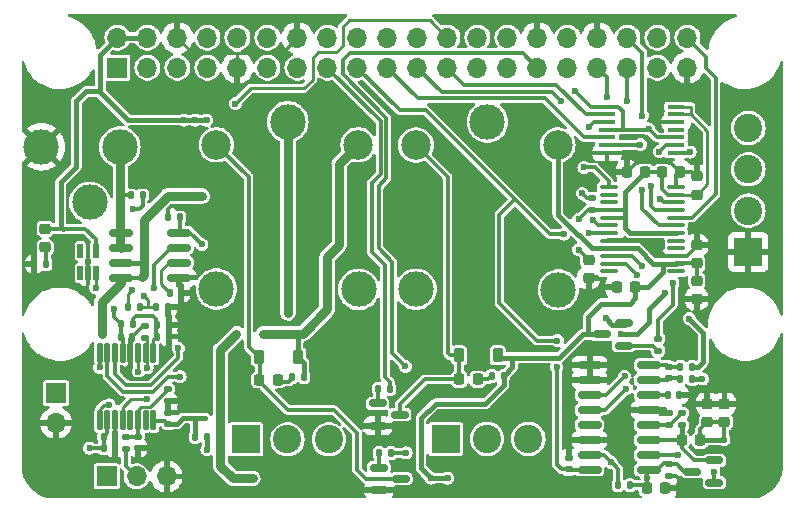
<source format=gbr>
%TF.GenerationSoftware,KiCad,Pcbnew,7.0.5*%
%TF.CreationDate,2024-01-24T13:57:34+02:00*%
%TF.ProjectId,Pi HAT,50692048-4154-42e6-9b69-6361645f7063,1.1.2*%
%TF.SameCoordinates,Original*%
%TF.FileFunction,Copper,L1,Top*%
%TF.FilePolarity,Positive*%
%FSLAX46Y46*%
G04 Gerber Fmt 4.6, Leading zero omitted, Abs format (unit mm)*
G04 Created by KiCad (PCBNEW 7.0.5) date 2024-01-24 13:57:34*
%MOMM*%
%LPD*%
G01*
G04 APERTURE LIST*
G04 Aperture macros list*
%AMRoundRect*
0 Rectangle with rounded corners*
0 $1 Rounding radius*
0 $2 $3 $4 $5 $6 $7 $8 $9 X,Y pos of 4 corners*
0 Add a 4 corners polygon primitive as box body*
4,1,4,$2,$3,$4,$5,$6,$7,$8,$9,$2,$3,0*
0 Add four circle primitives for the rounded corners*
1,1,$1+$1,$2,$3*
1,1,$1+$1,$4,$5*
1,1,$1+$1,$6,$7*
1,1,$1+$1,$8,$9*
0 Add four rect primitives between the rounded corners*
20,1,$1+$1,$2,$3,$4,$5,0*
20,1,$1+$1,$4,$5,$6,$7,0*
20,1,$1+$1,$6,$7,$8,$9,0*
20,1,$1+$1,$8,$9,$2,$3,0*%
G04 Aperture macros list end*
%TA.AperFunction,ComponentPad*%
%ADD10R,2.400000X2.400000*%
%TD*%
%TA.AperFunction,ComponentPad*%
%ADD11C,2.400000*%
%TD*%
%TA.AperFunction,SMDPad,CuDef*%
%ADD12RoundRect,0.218750X-0.218750X-0.256250X0.218750X-0.256250X0.218750X0.256250X-0.218750X0.256250X0*%
%TD*%
%TA.AperFunction,ComponentPad*%
%ADD13R,1.700000X1.700000*%
%TD*%
%TA.AperFunction,ComponentPad*%
%ADD14O,1.700000X1.700000*%
%TD*%
%TA.AperFunction,SMDPad,CuDef*%
%ADD15RoundRect,0.135000X-0.185000X0.135000X-0.185000X-0.135000X0.185000X-0.135000X0.185000X0.135000X0*%
%TD*%
%TA.AperFunction,SMDPad,CuDef*%
%ADD16RoundRect,0.225000X-0.250000X0.225000X-0.250000X-0.225000X0.250000X-0.225000X0.250000X0.225000X0*%
%TD*%
%TA.AperFunction,SMDPad,CuDef*%
%ADD17RoundRect,0.225000X0.250000X-0.225000X0.250000X0.225000X-0.250000X0.225000X-0.250000X-0.225000X0*%
%TD*%
%TA.AperFunction,SMDPad,CuDef*%
%ADD18RoundRect,0.100000X-0.637500X-0.100000X0.637500X-0.100000X0.637500X0.100000X-0.637500X0.100000X0*%
%TD*%
%TA.AperFunction,SMDPad,CuDef*%
%ADD19RoundRect,0.135000X0.185000X-0.135000X0.185000X0.135000X-0.185000X0.135000X-0.185000X-0.135000X0*%
%TD*%
%TA.AperFunction,SMDPad,CuDef*%
%ADD20RoundRect,0.225000X-0.225000X-0.250000X0.225000X-0.250000X0.225000X0.250000X-0.225000X0.250000X0*%
%TD*%
%TA.AperFunction,SMDPad,CuDef*%
%ADD21RoundRect,0.020500X0.184500X-0.764500X0.184500X0.764500X-0.184500X0.764500X-0.184500X-0.764500X0*%
%TD*%
%TA.AperFunction,SMDPad,CuDef*%
%ADD22RoundRect,0.140000X-0.170000X0.140000X-0.170000X-0.140000X0.170000X-0.140000X0.170000X0.140000X0*%
%TD*%
%TA.AperFunction,ComponentPad*%
%ADD23C,3.000000*%
%TD*%
%TA.AperFunction,ComponentPad*%
%ADD24C,2.500000*%
%TD*%
%TA.AperFunction,SMDPad,CuDef*%
%ADD25RoundRect,0.135000X0.135000X0.185000X-0.135000X0.185000X-0.135000X-0.185000X0.135000X-0.185000X0*%
%TD*%
%TA.AperFunction,SMDPad,CuDef*%
%ADD26RoundRect,0.150000X0.587500X0.150000X-0.587500X0.150000X-0.587500X-0.150000X0.587500X-0.150000X0*%
%TD*%
%TA.AperFunction,SMDPad,CuDef*%
%ADD27RoundRect,0.225000X0.225000X0.375000X-0.225000X0.375000X-0.225000X-0.375000X0.225000X-0.375000X0*%
%TD*%
%TA.AperFunction,SMDPad,CuDef*%
%ADD28RoundRect,0.135000X-0.135000X-0.185000X0.135000X-0.185000X0.135000X0.185000X-0.135000X0.185000X0*%
%TD*%
%TA.AperFunction,SMDPad,CuDef*%
%ADD29RoundRect,0.150000X-0.825000X-0.150000X0.825000X-0.150000X0.825000X0.150000X-0.825000X0.150000X0*%
%TD*%
%TA.AperFunction,SMDPad,CuDef*%
%ADD30RoundRect,0.150000X-0.587500X-0.150000X0.587500X-0.150000X0.587500X0.150000X-0.587500X0.150000X0*%
%TD*%
%TA.AperFunction,SMDPad,CuDef*%
%ADD31RoundRect,0.218750X0.256250X-0.218750X0.256250X0.218750X-0.256250X0.218750X-0.256250X-0.218750X0*%
%TD*%
%TA.AperFunction,SMDPad,CuDef*%
%ADD32RoundRect,0.150000X0.850000X0.150000X-0.850000X0.150000X-0.850000X-0.150000X0.850000X-0.150000X0*%
%TD*%
%TA.AperFunction,SMDPad,CuDef*%
%ADD33RoundRect,0.140000X-0.140000X-0.170000X0.140000X-0.170000X0.140000X0.170000X-0.140000X0.170000X0*%
%TD*%
%TA.AperFunction,SMDPad,CuDef*%
%ADD34RoundRect,0.140000X0.170000X-0.140000X0.170000X0.140000X-0.170000X0.140000X-0.170000X-0.140000X0*%
%TD*%
%TA.AperFunction,SMDPad,CuDef*%
%ADD35RoundRect,0.218750X0.218750X0.256250X-0.218750X0.256250X-0.218750X-0.256250X0.218750X-0.256250X0*%
%TD*%
%TA.AperFunction,SMDPad,CuDef*%
%ADD36RoundRect,0.140000X0.140000X0.170000X-0.140000X0.170000X-0.140000X-0.170000X0.140000X-0.170000X0*%
%TD*%
%TA.AperFunction,SMDPad,CuDef*%
%ADD37R,1.473200X0.355600*%
%TD*%
%TA.AperFunction,SMDPad,CuDef*%
%ADD38RoundRect,0.225000X0.225000X0.250000X-0.225000X0.250000X-0.225000X-0.250000X0.225000X-0.250000X0*%
%TD*%
%TA.AperFunction,SMDPad,CuDef*%
%ADD39RoundRect,0.020000X0.180000X-0.575000X0.180000X0.575000X-0.180000X0.575000X-0.180000X-0.575000X0*%
%TD*%
%TA.AperFunction,ViaPad*%
%ADD40C,0.600000*%
%TD*%
%TA.AperFunction,ViaPad*%
%ADD41C,0.700000*%
%TD*%
%TA.AperFunction,ViaPad*%
%ADD42C,0.800000*%
%TD*%
%TA.AperFunction,Conductor*%
%ADD43C,0.800000*%
%TD*%
%TA.AperFunction,Conductor*%
%ADD44C,0.400000*%
%TD*%
%TA.AperFunction,Conductor*%
%ADD45C,0.300000*%
%TD*%
%TA.AperFunction,Conductor*%
%ADD46C,0.250000*%
%TD*%
G04 APERTURE END LIST*
D10*
%TO.P,J1,1,Pin_1*%
%TO.N,GND*%
X179324000Y-111450000D03*
D11*
%TO.P,J1,2,Pin_2*%
%TO.N,/S-*%
X179324000Y-107950000D03*
%TO.P,J1,3,Pin_3*%
%TO.N,/S+*%
X179324000Y-104450000D03*
%TO.P,J1,4,Pin_4*%
%TO.N,/LOAD_CELL_EXC*%
X179324000Y-100950000D03*
%TD*%
D12*
%TO.P,D4,1,K*%
%TO.N,Net-(D1-A)*%
X154842500Y-122242000D03*
%TO.P,D4,2,A*%
%TO.N,Net-(D4-A)*%
X156417500Y-122242000D03*
%TD*%
D13*
%TO.P,J9,1,Pin_1*%
%TO.N,Net-(J9-Pin_1)*%
X124985000Y-130460000D03*
D14*
%TO.P,J9,2,Pin_2*%
%TO.N,/Power Monitor/IN0*%
X127525000Y-130460000D03*
%TO.P,J9,3,Pin_3*%
%TO.N,GND*%
X130065000Y-130460000D03*
%TD*%
D15*
%TO.P,R2,1*%
%TO.N,Net-(JP8-A)*%
X166050000Y-106880000D03*
%TO.P,R2,2*%
%TO.N,+3.3V*%
X166050000Y-107900000D03*
%TD*%
D16*
%TO.P,C17,1*%
%TO.N,GND*%
X174950000Y-105050000D03*
%TO.P,C17,2*%
%TO.N,+3.3V*%
X174950000Y-106600000D03*
%TD*%
D17*
%TO.P,C2,1*%
%TO.N,GND*%
X174950000Y-115425000D03*
%TO.P,C2,2*%
%TO.N,+5V*%
X174950000Y-113875000D03*
%TD*%
D18*
%TO.P,IC1,1,SCLK*%
%TO.N,/Instumentaional Amp/SPI_SCL_BUFF*%
X167487500Y-105939000D03*
%TO.P,IC1,2,MCLKIN*%
%TO.N,unconnected-(IC1-MCLKIN-Pad2)*%
X167487500Y-106589000D03*
%TO.P,IC1,3,MCLKOUT*%
%TO.N,unconnected-(IC1-MCLKOUT-Pad3)*%
X167487500Y-107239000D03*
%TO.P,IC1,4,POL*%
%TO.N,+3.3V*%
X167487500Y-107889000D03*
%TO.P,IC1,5,~{SYNC}*%
X167487500Y-108539000D03*
%TO.P,IC1,6,~{RESET}*%
%TO.N,/GPIO13*%
X167487500Y-109189000D03*
%TO.P,IC1,7,VBIAS*%
%TO.N,Net-(IC1-VBIAS)*%
X167487500Y-109839000D03*
%TO.P,IC1,8,AGND*%
%TO.N,GND*%
X167487500Y-110489000D03*
%TO.P,IC1,9,AVDD*%
%TO.N,+5V*%
X167487500Y-111139000D03*
%TO.P,IC1,10,AIN1+*%
%TO.N,/AIN1+*%
X167487500Y-111789000D03*
%TO.P,IC1,11,AIN1-*%
%TO.N,/AIN1-*%
X167487500Y-112439000D03*
%TO.P,IC1,12,AIN2+/D1*%
%TO.N,unconnected-(IC1-AIN2+{slash}D1-Pad12)*%
X167487500Y-113089000D03*
%TO.P,IC1,13,AIN2-/D0*%
%TO.N,unconnected-(IC1-AIN2-{slash}D0-Pad13)*%
X173212500Y-113089000D03*
%TO.P,IC1,14,REFIN+*%
%TO.N,+5V*%
X173212500Y-112439000D03*
%TO.P,IC1,15,REFIN-*%
%TO.N,GND*%
X173212500Y-111789000D03*
%TO.P,IC1,16,ACX*%
%TO.N,unconnected-(IC1-ACX-Pad16)*%
X173212500Y-111139000D03*
%TO.P,IC1,17,~{ACX}*%
%TO.N,unconnected-(IC1-~{ACX}-Pad17)*%
X173212500Y-110489000D03*
%TO.P,IC1,18,~{STANDBY}*%
%TO.N,+3.3V*%
X173212500Y-109839000D03*
%TO.P,IC1,19,~{CS}*%
%TO.N,/GPIO7_SPI_CE1_N*%
X173212500Y-109189000D03*
%TO.P,IC1,20,~{RDY}*%
%TO.N,/GPIO21_SPI_SCLK*%
X173212500Y-108539000D03*
%TO.P,IC1,21,DOUT*%
%TO.N,/Instumentaional Amp/SPI_MISO_BUFF*%
X173212500Y-107889000D03*
%TO.P,IC1,22,DIN*%
%TO.N,/Instumentaional Amp/SPI_MOSI_BUFF*%
X173212500Y-107239000D03*
%TO.P,IC1,23,DVDD*%
%TO.N,+3.3V*%
X173212500Y-106589000D03*
%TO.P,IC1,24,DGND*%
%TO.N,GND*%
X173212500Y-105939000D03*
%TD*%
D19*
%TO.P,R1,1*%
%TO.N,Net-(Q1-B)*%
X171675000Y-119800000D03*
%TO.P,R1,2*%
%TO.N,/GPIO26*%
X171675000Y-118780000D03*
%TD*%
D20*
%TO.P,C15,1*%
%TO.N,GND*%
X168175000Y-114400000D03*
%TO.P,C15,2*%
%TO.N,+5V*%
X169725000Y-114400000D03*
%TD*%
D21*
%TO.P,U5,1,~{CS}*%
%TO.N,/GPIO8_SPI_CE0_N*%
X124404800Y-125706400D03*
%TO.P,U5,2,VA*%
%TO.N,+5V*%
X125054800Y-125706400D03*
%TO.P,U5,3,AGND*%
%TO.N,GND*%
X125704800Y-125706400D03*
%TO.P,U5,4,IN0*%
%TO.N,/Power Monitor/ADC0*%
X126354800Y-125706400D03*
%TO.P,U5,5,IN1*%
%TO.N,/Power Monitor/ADC1*%
X127004800Y-125706400D03*
%TO.P,U5,6,IN2*%
%TO.N,/Power Monitor/ADC2*%
X127654800Y-125706400D03*
%TO.P,U5,7,IN3*%
%TO.N,/Power Monitor/ADC3*%
X128304800Y-125706400D03*
%TO.P,U5,8,IN4*%
%TO.N,/Power Monitor/ADC4*%
X128954800Y-125706400D03*
%TO.P,U5,9,IN5*%
%TO.N,/Power Monitor/ADC5*%
X128954800Y-119966400D03*
%TO.P,U5,10,IN6*%
%TO.N,/Power Monitor/ADC6*%
X128304800Y-119966400D03*
%TO.P,U5,11,IN7*%
%TO.N,/Power Monitor/ADC7*%
X127654800Y-119966400D03*
%TO.P,U5,12,DGND*%
%TO.N,GND*%
X127004800Y-119966400D03*
%TO.P,U5,13,VD*%
%TO.N,+3.3V*%
X126354800Y-119966400D03*
%TO.P,U5,14,DIN*%
%TO.N,/GPIO10_SPI_MOSI*%
X125704800Y-119966400D03*
%TO.P,U5,15,DOUT*%
%TO.N,/GPIO9_SPI_MISO*%
X125054800Y-119966400D03*
%TO.P,U5,16,SCLK*%
%TO.N,/GPIO11_SPI_SCLK*%
X124404800Y-119966400D03*
%TD*%
D22*
%TO.P,C20,1*%
%TO.N,Net-(U6-INA+)*%
X172600000Y-121165000D03*
%TO.P,C20,2*%
%TO.N,Net-(U6-INA-)*%
X172600000Y-122125000D03*
%TD*%
D23*
%TO.P,K1,1*%
%TO.N,/Relays/COM2*%
X140332000Y-100424605D03*
D24*
%TO.P,K1,2*%
%TO.N,Net-(D2-A)*%
X134282000Y-102374605D03*
D23*
%TO.P,K1,3*%
%TO.N,/Relays/NO2*%
X134282000Y-114574605D03*
%TO.P,K1,4*%
%TO.N,/Relays/NC2*%
X146332000Y-114624605D03*
D24*
%TO.P,K1,5*%
%TO.N,+5V*%
X146282000Y-102374605D03*
%TD*%
D20*
%TO.P,C3,1*%
%TO.N,GND*%
X169050000Y-104650000D03*
%TO.P,C3,2*%
%TO.N,+3.3V*%
X170600000Y-104650000D03*
%TD*%
D25*
%TO.P,R9,1*%
%TO.N,Net-(D3-K)*%
X119880000Y-112480000D03*
%TO.P,R9,2*%
%TO.N,GND*%
X118860000Y-112480000D03*
%TD*%
D26*
%TO.P,Q4,1,B*%
%TO.N,Net-(Q4-B)*%
X176451500Y-130998000D03*
%TO.P,Q4,2,E*%
%TO.N,Net-(Q4-E)*%
X176451500Y-129098000D03*
%TO.P,Q4,3,C*%
%TO.N,+5V*%
X174576500Y-130048000D03*
%TD*%
D27*
%TO.P,D1,1,K*%
%TO.N,+5V*%
X158110000Y-120210000D03*
%TO.P,D1,2,A*%
%TO.N,Net-(D1-A)*%
X154810000Y-120210000D03*
%TD*%
%TO.P,D2,1,K*%
%TO.N,+5V*%
X141189000Y-120308000D03*
%TO.P,D2,2,A*%
%TO.N,Net-(D2-A)*%
X137889000Y-120308000D03*
%TD*%
D22*
%TO.P,C7,1*%
%TO.N,/Power Monitor/ADC2*%
X127635000Y-127078800D03*
%TO.P,C7,2*%
%TO.N,GND*%
X127635000Y-128038800D03*
%TD*%
D15*
%TO.P,R11,1*%
%TO.N,/Power Monitor/ADC2*%
X130175000Y-123061000D03*
%TO.P,R11,2*%
%TO.N,GND*%
X130175000Y-124081000D03*
%TD*%
D28*
%TO.P,R14,1*%
%TO.N,+3.3V*%
X126185200Y-117551200D03*
%TO.P,R14,2*%
%TO.N,/Power Monitor/ADC5*%
X127205200Y-117551200D03*
%TD*%
D29*
%TO.P,U4,1,IP+*%
%TO.N,+BATT*%
X126176000Y-109804200D03*
%TO.P,U4,2,IP+*%
X126176000Y-111074200D03*
%TO.P,U4,3,IP-*%
%TO.N,/Power Monitor/Batt_Sensed*%
X126176000Y-112344200D03*
%TO.P,U4,4,IP-*%
X126176000Y-113614200D03*
%TO.P,U4,5,GND*%
%TO.N,GND*%
X131126000Y-113614200D03*
%TO.P,U4,6,FILTER*%
%TO.N,Net-(U4-FILTER)*%
X131126000Y-112344200D03*
%TO.P,U4,7,VIOUT*%
%TO.N,/Power Monitor/ADC0*%
X131126000Y-111074200D03*
%TO.P,U4,8,VCC*%
%TO.N,+5V*%
X131126000Y-109804200D03*
%TD*%
D30*
%TO.P,Q3,1,B*%
%TO.N,Net-(Q3-E)*%
X148035800Y-129707600D03*
%TO.P,Q3,2,E*%
%TO.N,GND*%
X148035800Y-131607600D03*
%TO.P,Q3,3,C*%
%TO.N,Net-(D2-A)*%
X149910800Y-130657600D03*
%TD*%
D28*
%TO.P,R5,1*%
%TO.N,+BATT*%
X127010000Y-106650000D03*
%TO.P,R5,2*%
%TO.N,Net-(JP6-A)*%
X128030000Y-106650000D03*
%TD*%
D31*
%TO.P,D3,1,K*%
%TO.N,Net-(D3-K)*%
X119800000Y-111067500D03*
%TO.P,D3,2,A*%
%TO.N,+5V*%
X119800000Y-109492500D03*
%TD*%
D23*
%TO.P,K2,1*%
%TO.N,/Relays/COM1*%
X157232000Y-100457000D03*
D24*
%TO.P,K2,2*%
%TO.N,Net-(D1-A)*%
X151182000Y-102407000D03*
D23*
%TO.P,K2,3*%
%TO.N,/Relays/NO1*%
X151182000Y-114607000D03*
%TO.P,K2,4*%
%TO.N,/Relays/NC1*%
X163232000Y-114657000D03*
D24*
%TO.P,K2,5*%
%TO.N,+5V*%
X163182000Y-102407000D03*
%TD*%
D32*
%TO.P,U6,1,VSUP*%
%TO.N,+5V*%
X170875000Y-129910000D03*
%TO.P,U6,2,BASE*%
%TO.N,Net-(Q4-B)*%
X170875000Y-128640000D03*
%TO.P,U6,3,AVDD*%
%TO.N,Net-(Q4-E)*%
X170875000Y-127370000D03*
%TO.P,U6,4,VFB*%
%TO.N,Net-(U6-VFB)*%
X170875000Y-126100000D03*
%TO.P,U6,5,AGND*%
%TO.N,GND*%
X170875000Y-124830000D03*
%TO.P,U6,6,VBG*%
%TO.N,Net-(U6-VBG)*%
X170875000Y-123560000D03*
%TO.P,U6,7,INA-*%
%TO.N,Net-(U6-INA-)*%
X170875000Y-122290000D03*
%TO.P,U6,8,INA+*%
%TO.N,Net-(U6-INA+)*%
X170875000Y-121020000D03*
%TO.P,U6,9,INB-*%
%TO.N,GND*%
X165875000Y-121020000D03*
%TO.P,U6,10,INB+*%
X165875000Y-122290000D03*
%TO.P,U6,11,PD_SCK*%
%TO.N,/GPIO19_SPI_MISO*%
X165875000Y-123560000D03*
%TO.P,U6,12,DOUT*%
%TO.N,/GPIO16*%
X165875000Y-124830000D03*
%TO.P,U6,13,XO*%
%TO.N,unconnected-(U6-XO-Pad13)*%
X165875000Y-126100000D03*
%TO.P,U6,14,XI*%
%TO.N,GND*%
X165875000Y-127370000D03*
%TO.P,U6,15,RATE*%
%TO.N,Net-(JP10-B)*%
X165875000Y-128640000D03*
%TO.P,U6,16,DVDD*%
%TO.N,+3.3V*%
X165875000Y-129910000D03*
%TD*%
D13*
%TO.P,J11,1,Pin_1*%
%TO.N,/Power Monitor/Batt_Sensed*%
X120700000Y-123375000D03*
D14*
%TO.P,J11,2,Pin_2*%
%TO.N,GND*%
X120700000Y-125915000D03*
%TD*%
D28*
%TO.P,R22,1*%
%TO.N,Net-(JP10-B)*%
X168290000Y-131200000D03*
%TO.P,R22,2*%
%TO.N,+5V*%
X169310000Y-131200000D03*
%TD*%
D33*
%TO.P,C9,1*%
%TO.N,/Power Monitor/ADC5*%
X129285400Y-118609800D03*
%TO.P,C9,2*%
%TO.N,GND*%
X130245400Y-118609800D03*
%TD*%
%TO.P,C10,1*%
%TO.N,Net-(U4-FILTER)*%
X130320000Y-114900000D03*
%TO.P,C10,2*%
%TO.N,GND*%
X131280000Y-114900000D03*
%TD*%
%TO.P,C13,1*%
%TO.N,+3.3V*%
X126215200Y-118618000D03*
%TO.P,C13,2*%
%TO.N,GND*%
X127175200Y-118618000D03*
%TD*%
D28*
%TO.P,R3,1*%
%TO.N,Net-(Q2-E)*%
X147953000Y-123037600D03*
%TO.P,R3,2*%
%TO.N,/GPIO22_GEN3*%
X148973000Y-123037600D03*
%TD*%
D10*
%TO.P,J5,1,Pin_1*%
%TO.N,/Relays/NO1*%
X153700000Y-127275000D03*
D11*
%TO.P,J5,2,Pin_2*%
%TO.N,/Relays/COM1*%
X157200000Y-127275000D03*
%TO.P,J5,3,Pin_3*%
%TO.N,/Relays/NC1*%
X160700000Y-127275000D03*
%TD*%
D25*
%TO.P,R8,1*%
%TO.N,Net-(JP5-B)*%
X133504400Y-127101600D03*
%TO.P,R8,2*%
%TO.N,/Power Monitor/ADC4*%
X132484400Y-127101600D03*
%TD*%
D28*
%TO.P,R6,1*%
%TO.N,Net-(JP6-A)*%
X126790000Y-116100000D03*
%TO.P,R6,2*%
%TO.N,/Power Monitor/ADC6*%
X127810000Y-116100000D03*
%TD*%
D19*
%TO.P,R18,1*%
%TO.N,Net-(Q4-E)*%
X173700000Y-126110000D03*
%TO.P,R18,2*%
%TO.N,Net-(U6-VFB)*%
X173700000Y-125090000D03*
%TD*%
D10*
%TO.P,J6,1,Pin_1*%
%TO.N,/Relays/NO2*%
X136800000Y-127315000D03*
D11*
%TO.P,J6,2,Pin_2*%
%TO.N,/Relays/COM2*%
X140300000Y-127315000D03*
%TO.P,J6,3,Pin_3*%
%TO.N,/Relays/NC2*%
X143800000Y-127315000D03*
%TD*%
D28*
%TO.P,R7,1*%
%TO.N,/Power Monitor/ADC6*%
X129190000Y-116100000D03*
%TO.P,R7,2*%
%TO.N,GND*%
X130210000Y-116100000D03*
%TD*%
D15*
%TO.P,R19,1*%
%TO.N,GND*%
X172605000Y-125075000D03*
%TO.P,R19,2*%
%TO.N,Net-(U6-VFB)*%
X172605000Y-126095000D03*
%TD*%
D20*
%TO.P,C22,1*%
%TO.N,+5V*%
X170730000Y-131450000D03*
%TO.P,C22,2*%
%TO.N,GND*%
X172280000Y-131450000D03*
%TD*%
D34*
%TO.P,C21,1*%
%TO.N,+3.3V*%
X164105000Y-129865000D03*
%TO.P,C21,2*%
%TO.N,GND*%
X164105000Y-128905000D03*
%TD*%
%TO.P,C4,1*%
%TO.N,/Power Monitor/ADC6*%
X128270000Y-118717000D03*
%TO.P,C4,2*%
%TO.N,GND*%
X128270000Y-117757000D03*
%TD*%
D35*
%TO.P,L1,1*%
%TO.N,/EXC+*%
X175237500Y-127375000D03*
%TO.P,L1,2*%
%TO.N,Net-(Q4-E)*%
X173662500Y-127375000D03*
%TD*%
D28*
%TO.P,R17,1*%
%TO.N,Net-(D5-A)*%
X140680000Y-122040000D03*
%TO.P,R17,2*%
%TO.N,+5V*%
X141700000Y-122040000D03*
%TD*%
%TO.P,R15,1*%
%TO.N,/Power Monitor/ADC5*%
X129230000Y-117620000D03*
%TO.P,R15,2*%
%TO.N,GND*%
X130250000Y-117620000D03*
%TD*%
D25*
%TO.P,R21,1*%
%TO.N,/INA-*%
X174585000Y-122200000D03*
%TO.P,R21,2*%
%TO.N,Net-(U6-INA-)*%
X173565000Y-122200000D03*
%TD*%
D12*
%TO.P,D5,1,K*%
%TO.N,Net-(D2-A)*%
X137908500Y-122262000D03*
%TO.P,D5,2,A*%
%TO.N,Net-(D5-A)*%
X139483500Y-122262000D03*
%TD*%
D17*
%TO.P,C23,1*%
%TO.N,/EXC+*%
X175850000Y-125850000D03*
%TO.P,C23,2*%
%TO.N,GND*%
X175850000Y-124300000D03*
%TD*%
D36*
%TO.P,C6,1*%
%TO.N,+5V*%
X131180000Y-108508800D03*
%TO.P,C6,2*%
%TO.N,GND*%
X130220000Y-108508800D03*
%TD*%
D33*
%TO.P,C11,1*%
%TO.N,+5V*%
X124742000Y-127101600D03*
%TO.P,C11,2*%
%TO.N,GND*%
X125702000Y-127101600D03*
%TD*%
D17*
%TO.P,C14,1*%
%TO.N,GND*%
X165800000Y-113652600D03*
%TO.P,C14,2*%
%TO.N,Net-(IC1-VBIAS)*%
X165800000Y-112102600D03*
%TD*%
D30*
%TO.P,Q2,1,B*%
%TO.N,Net-(Q2-E)*%
X147936200Y-124272000D03*
%TO.P,Q2,2,E*%
%TO.N,GND*%
X147936200Y-126172000D03*
%TO.P,Q2,3,C*%
%TO.N,Net-(D1-A)*%
X149811200Y-125222000D03*
%TD*%
D23*
%TO.P,J4,1*%
%TO.N,+BATT*%
X126111000Y-102558000D03*
%TO.P,J4,2*%
%TO.N,GND*%
X119461000Y-102558000D03*
%TO.P,J4,3*%
%TO.N,N/C*%
X123561000Y-107258000D03*
%TD*%
D26*
%TO.P,Q1,1,B*%
%TO.N,Net-(Q1-B)*%
X168783000Y-119380000D03*
%TO.P,Q1,2,E*%
%TO.N,/LOAD_CELL_PWR*%
X168783000Y-117480000D03*
%TO.P,Q1,3,C*%
%TO.N,+5V*%
X166908000Y-118430000D03*
%TD*%
D37*
%TO.P,U1,1,1~{OE}*%
%TO.N,/GPIO7_SPI_CE1_N*%
X167358000Y-99144200D03*
%TO.P,U1,2,1A*%
%TO.N,/GPIO11_SPI_SCLK*%
X167358000Y-99804600D03*
%TO.P,U1,3,1Y*%
%TO.N,/Instumentaional Amp/SPI_SCL_BUFF*%
X167358000Y-100439600D03*
%TO.P,U1,4,2~{OE}*%
%TO.N,/GPIO7_SPI_CE1_N*%
X167358000Y-101100000D03*
%TO.P,U1,5,2A*%
%TO.N,/GPIO10_SPI_MOSI*%
X167358000Y-101760400D03*
%TO.P,U1,6,2Y*%
%TO.N,/Instumentaional Amp/SPI_MOSI_BUFF*%
X167358000Y-102395400D03*
%TO.P,U1,7,GND*%
%TO.N,GND*%
X167358000Y-103055800D03*
%TO.P,U1,8,3Y*%
%TO.N,/GPIO9_SPI_MISO*%
X173200000Y-103055800D03*
%TO.P,U1,9,3A*%
%TO.N,/Instumentaional Amp/SPI_MISO_BUFF*%
X173200000Y-102395400D03*
%TO.P,U1,10,3~{OE}*%
%TO.N,/GPIO7_SPI_CE1_N*%
X173200000Y-101760400D03*
%TO.P,U1,11,4Y*%
%TO.N,unconnected-(U1-4Y-Pad11)*%
X173200000Y-101100000D03*
%TO.P,U1,12,4A*%
%TO.N,GND*%
X173200000Y-100439600D03*
%TO.P,U1,13,4~{OE}*%
%TO.N,+3.3V*%
X173200000Y-99804600D03*
%TO.P,U1,14,VCC*%
X173200000Y-99144200D03*
%TD*%
D38*
%TO.P,C16,1*%
%TO.N,GND*%
X173525000Y-104650000D03*
%TO.P,C16,2*%
%TO.N,+3.3V*%
X171975000Y-104650000D03*
%TD*%
D22*
%TO.P,C24,1*%
%TO.N,+5V*%
X172625000Y-129441000D03*
%TO.P,C24,2*%
%TO.N,GND*%
X172625000Y-130401000D03*
%TD*%
D39*
%TO.P,U3,1,GND1*%
%TO.N,unconnected-(U3-GND1-Pad1)*%
X122750000Y-113260000D03*
%TO.P,U3,2,VSS*%
%TO.N,GND*%
X123400000Y-113260000D03*
%TO.P,U3,3,OUT*%
%TO.N,/Power Monitor/ADC7*%
X124050000Y-113260000D03*
%TO.P,U3,4,VCC*%
%TO.N,+5V*%
X124050000Y-111340000D03*
%TO.P,U3,5,GND2*%
%TO.N,unconnected-(U3-GND2-Pad5)*%
X122750000Y-111340000D03*
%TD*%
D16*
%TO.P,C1,1*%
%TO.N,GND*%
X174950000Y-110875000D03*
%TO.P,C1,2*%
%TO.N,+5V*%
X174950000Y-112425000D03*
%TD*%
D28*
%TO.P,R16,1*%
%TO.N,Net-(D4-A)*%
X157601000Y-121942000D03*
%TO.P,R16,2*%
%TO.N,+5V*%
X158621000Y-121942000D03*
%TD*%
D19*
%TO.P,R10,1*%
%TO.N,/Power Monitor/IN0*%
X126619000Y-128145000D03*
%TO.P,R10,2*%
%TO.N,/Power Monitor/ADC2*%
X126619000Y-127125000D03*
%TD*%
D17*
%TO.P,C18,1*%
%TO.N,/EXC+*%
X177300000Y-125850000D03*
%TO.P,C18,2*%
%TO.N,GND*%
X177300000Y-124300000D03*
%TD*%
D28*
%TO.P,R4,1*%
%TO.N,Net-(Q3-E)*%
X148056900Y-128473200D03*
%TO.P,R4,2*%
%TO.N,/GPIO5*%
X149076900Y-128473200D03*
%TD*%
D33*
%TO.P,C12,1*%
%TO.N,+5V*%
X124740000Y-128080000D03*
%TO.P,C12,2*%
%TO.N,GND*%
X125700000Y-128080000D03*
%TD*%
D25*
%TO.P,R20,1*%
%TO.N,/INA+*%
X174585000Y-121200000D03*
%TO.P,R20,2*%
%TO.N,Net-(U6-INA+)*%
X173565000Y-121200000D03*
%TD*%
D34*
%TO.P,C5,1*%
%TO.N,/Power Monitor/ADC4*%
X130200400Y-126006800D03*
%TO.P,C5,2*%
%TO.N,GND*%
X130200400Y-125046800D03*
%TD*%
D33*
%TO.P,C19,1*%
%TO.N,Net-(U6-VBG)*%
X172525000Y-123535000D03*
%TO.P,C19,2*%
%TO.N,GND*%
X173485000Y-123535000D03*
%TD*%
D13*
%TO.P,J7,1,Pin_1*%
%TO.N,+3.3V*%
X125902000Y-95838000D03*
D14*
%TO.P,J7,2,Pin_2*%
%TO.N,+5V*%
X125902000Y-93298000D03*
%TO.P,J7,3,Pin_3*%
%TO.N,/GPIO2_SDA1*%
X128442000Y-95838000D03*
%TO.P,J7,4,Pin_4*%
%TO.N,+5V*%
X128442000Y-93298000D03*
%TO.P,J7,5,Pin_5*%
%TO.N,/GPIO3_SCL1*%
X130982000Y-95838000D03*
%TO.P,J7,6,Pin_6*%
%TO.N,GND*%
X130982000Y-93298000D03*
%TO.P,J7,7,Pin_7*%
%TO.N,/GPIO4_GPIO_4*%
X133522000Y-95838000D03*
%TO.P,J7,8,Pin_8*%
%TO.N,/GPIO14_TXD0*%
X133522000Y-93298000D03*
%TO.P,J7,9,Pin_9*%
%TO.N,GND*%
X136062000Y-95838000D03*
%TO.P,J7,10,Pin_10*%
%TO.N,/GPIO15_RXD0*%
X136062000Y-93298000D03*
%TO.P,J7,11,Pin_11*%
%TO.N,/GPIO17_GEN0*%
X138602000Y-95838000D03*
%TO.P,J7,12,Pin_12*%
%TO.N,/GPIO18_GEN1*%
X138602000Y-93298000D03*
%TO.P,J7,13,Pin_13*%
%TO.N,/GPIO27_GEN2*%
X141142000Y-95838000D03*
%TO.P,J7,14,Pin_14*%
%TO.N,GND*%
X141142000Y-93298000D03*
%TO.P,J7,15,Pin_15*%
%TO.N,/GPIO22_GEN3*%
X143682000Y-95838000D03*
%TO.P,J7,16,Pin_16*%
%TO.N,/GPIO23_GEN4*%
X143682000Y-93298000D03*
%TO.P,J7,17,Pin_17*%
%TO.N,+3.3V*%
X146222000Y-95838000D03*
%TO.P,J7,18,Pin_18*%
%TO.N,/GPIO24_GEN5*%
X146222000Y-93298000D03*
%TO.P,J7,19,Pin_19*%
%TO.N,/GPIO10_SPI_MOSI*%
X148762000Y-95838000D03*
%TO.P,J7,20,Pin_20*%
%TO.N,GND*%
X148762000Y-93298000D03*
%TO.P,J7,21,Pin_21*%
%TO.N,/GPIO9_SPI_MISO*%
X151302000Y-95838000D03*
%TO.P,J7,22,Pin_22*%
%TO.N,/GPIO25_GEN6*%
X151302000Y-93298000D03*
%TO.P,J7,23,Pin_23*%
%TO.N,/GPIO11_SPI_SCLK*%
X153842000Y-95838000D03*
%TO.P,J7,24,Pin_24*%
%TO.N,/GPIO8_SPI_CE0_N*%
X153842000Y-93298000D03*
%TO.P,J7,25,Pin_25*%
%TO.N,GND*%
X156382000Y-95838000D03*
%TO.P,J7,26,Pin_26*%
%TO.N,/GPIO7_SPI_CE1_N*%
X156382000Y-93298000D03*
%TO.P,J7,27,Pin_27*%
%TO.N,/ID_SD*%
X158922000Y-95838000D03*
%TO.P,J7,28,Pin_28*%
%TO.N,/ID_SC*%
X158922000Y-93298000D03*
%TO.P,J7,29,Pin_29*%
%TO.N,/GPIO5*%
X161462000Y-95838000D03*
%TO.P,J7,30,Pin_30*%
%TO.N,GND*%
X161462000Y-93298000D03*
%TO.P,J7,31,Pin_31*%
%TO.N,/GPIO6*%
X164002000Y-95838000D03*
%TO.P,J7,32,Pin_32*%
%TO.N,/GPIO12*%
X164002000Y-93298000D03*
%TO.P,J7,33,Pin_33*%
%TO.N,/GPIO13*%
X166542000Y-95838000D03*
%TO.P,J7,34,Pin_34*%
%TO.N,GND*%
X166542000Y-93298000D03*
%TO.P,J7,35,Pin_35*%
%TO.N,/GPIO19_SPI_MISO*%
X169082000Y-95838000D03*
%TO.P,J7,36,Pin_36*%
%TO.N,/GPIO16*%
X169082000Y-93298000D03*
%TO.P,J7,37,Pin_37*%
%TO.N,/GPIO26*%
X171622000Y-95838000D03*
%TO.P,J7,38,Pin_38*%
%TO.N,/GPIO20_SPI_MOSI*%
X171622000Y-93298000D03*
%TO.P,J7,39,Pin_39*%
%TO.N,GND*%
X174162000Y-95838000D03*
%TO.P,J7,40,Pin_40*%
%TO.N,/GPIO21_SPI_SCLK*%
X174162000Y-93298000D03*
%TD*%
D40*
%TO.N,+5V*%
X136550400Y-130606800D03*
X135686800Y-130606800D03*
X133050000Y-110800000D03*
X138264000Y-118364000D03*
X170738800Y-130606800D03*
X135979500Y-118370500D03*
X137363200Y-130606800D03*
X144660000Y-110860000D03*
X123550000Y-128060000D03*
X132500000Y-100290000D03*
X131530000Y-100280000D03*
X153850000Y-130600000D03*
X133450000Y-100280000D03*
X152450000Y-130600000D03*
%TO.N,GND*%
X181508400Y-127382401D03*
X180600000Y-121400000D03*
X180340000Y-128284800D03*
X145400000Y-100600000D03*
X181508400Y-128284800D03*
X162000000Y-110500000D03*
X141122400Y-131724400D03*
X119226000Y-113487200D03*
X124360000Y-104240000D03*
X124360000Y-100920000D03*
X160750000Y-111750000D03*
D41*
X119989600Y-99850000D03*
D40*
X144200000Y-99600000D03*
D42*
X159250000Y-118650000D03*
D40*
X161750000Y-100750000D03*
X142750000Y-99600000D03*
X145600000Y-99600000D03*
X160750000Y-110500000D03*
X159500000Y-114250000D03*
D41*
X121200000Y-100200000D03*
D40*
X134831200Y-131724400D03*
X163492000Y-117300000D03*
X125700000Y-128970000D03*
D41*
X119012000Y-130536800D03*
D40*
X178600000Y-127000000D03*
X144000000Y-101600000D03*
X155700000Y-112750000D03*
X180340000Y-123838400D03*
X163250000Y-111750000D03*
D42*
X162050000Y-122350000D03*
D40*
X137527600Y-131724400D03*
X180340000Y-122936000D03*
X176900000Y-108550000D03*
X181508400Y-129227200D03*
D42*
X159600000Y-122850000D03*
D41*
X119989600Y-105250000D03*
D40*
X180340000Y-126530799D03*
X165227000Y-102550000D03*
X164592000Y-117300000D03*
D42*
X173482000Y-131445000D03*
D40*
X126659266Y-121815734D03*
X164050000Y-124650000D03*
X180340000Y-129227200D03*
X164050000Y-122250000D03*
X160000000Y-109250000D03*
X177800000Y-121400000D03*
D41*
X133451600Y-131724400D03*
D40*
X160250000Y-105250000D03*
X136676000Y-131724400D03*
X181508400Y-124780801D03*
X143000000Y-100600000D03*
X180340000Y-124780801D03*
X181508400Y-126530799D03*
X155700000Y-114750000D03*
X136030000Y-116128800D03*
D41*
X118600000Y-105250000D03*
X118500000Y-99850000D03*
D42*
X155600000Y-117650000D03*
D40*
X176150000Y-109250000D03*
X159500000Y-111750000D03*
X164050000Y-125850000D03*
X161750000Y-105250000D03*
X164250000Y-105150000D03*
D41*
X119012000Y-129336800D03*
D40*
X164050000Y-123450000D03*
D41*
X132251600Y-131724400D03*
X121412000Y-130536800D03*
D40*
X160750000Y-114250000D03*
X123400000Y-112300000D03*
D41*
X120212000Y-130536800D03*
D40*
X160250000Y-100750000D03*
X176400000Y-121400000D03*
X136030000Y-117050000D03*
X142800000Y-101600000D03*
X139277600Y-131724400D03*
X144200000Y-100600000D03*
X160750000Y-113000000D03*
D41*
X120212000Y-129336800D03*
D40*
X161250000Y-102250000D03*
X130000000Y-120150000D03*
X159500000Y-115250000D03*
X179200000Y-121400000D03*
X138430000Y-131724400D03*
X155700000Y-106750000D03*
X160250000Y-103750000D03*
D41*
X133451600Y-130524400D03*
D42*
X152450000Y-123200000D03*
D40*
X124800000Y-129000000D03*
X159500000Y-110500000D03*
X159500000Y-113000000D03*
X180340000Y-125628400D03*
X181508400Y-125628400D03*
X118262400Y-113487200D03*
X181508400Y-123838400D03*
X140220000Y-131724400D03*
X164050000Y-127050000D03*
X181508400Y-122936000D03*
X135773600Y-131724400D03*
X119226000Y-114371200D03*
D42*
X152300000Y-120750000D03*
D40*
X176850000Y-112200000D03*
X118262400Y-114371200D03*
X161250000Y-103750000D03*
X162000000Y-111750000D03*
X155700000Y-110750000D03*
D41*
X121412000Y-129336800D03*
D40*
X124200000Y-92000000D03*
D41*
X132251600Y-130524400D03*
D40*
X180340000Y-127382401D03*
X160250000Y-102250000D03*
%TO.N,/GPIO5*%
X150290000Y-121130000D03*
X150330000Y-128460000D03*
%TO.N,/GPIO26*%
X172925000Y-114046000D03*
%TO.N,+3.3V*%
X163704209Y-109934874D03*
X163150000Y-118950000D03*
X164950000Y-108700000D03*
X163100000Y-121200000D03*
X125580000Y-116290000D03*
%TO.N,Net-(IC1-VBIAS)*%
X164947600Y-111252000D03*
X165862000Y-109829600D03*
%TO.N,/Instumentaional Amp/SPI_SCL_BUFF*%
X165862000Y-100838000D03*
X165404800Y-104292400D03*
%TO.N,/EXC+*%
X177250000Y-127350000D03*
%TO.N,/LOAD_CELL_PWR*%
X167232500Y-117072250D03*
%TO.N,/Relays/COM2*%
X140332000Y-107700000D03*
X140335000Y-114808000D03*
X140332000Y-109750000D03*
X140332000Y-108830000D03*
X140335000Y-115697000D03*
X140338000Y-116620000D03*
%TO.N,/AIN1+*%
X170307000Y-112649000D03*
%TO.N,/AIN1-*%
X169925000Y-113411000D03*
%TO.N,/Power Monitor/ADC0*%
X128400000Y-123924500D03*
X129010000Y-114490000D03*
%TO.N,/Power Monitor/ADC7*%
X127660000Y-121575500D03*
X124050000Y-114480000D03*
%TO.N,/Power Monitor/ADC6*%
X128150000Y-115160000D03*
X128400511Y-121270000D03*
%TO.N,/GPIO10_SPI_MOSI*%
X131050000Y-119600000D03*
%TO.N,/GPIO9_SPI_MISO*%
X131200000Y-122000000D03*
X163450000Y-98650000D03*
X174381500Y-102997000D03*
%TO.N,/GPIO11_SPI_SCLK*%
X124405300Y-121230000D03*
%TO.N,/GPIO8_SPI_CE0_N*%
X135880000Y-98890000D03*
X125200000Y-124400000D03*
%TO.N,/GPIO7_SPI_CE1_N*%
X170326511Y-106228689D03*
X170891200Y-101041200D03*
X164625000Y-97800000D03*
%TO.N,/GPIO13*%
X166166800Y-108762800D03*
X167375000Y-98337900D03*
%TO.N,/GPIO19_SPI_MISO*%
X168850000Y-121975000D03*
X169082000Y-98653600D03*
%TO.N,/Instumentaional Amp/SPI_MOSI_BUFF*%
X171856400Y-106934000D03*
X170180000Y-102362000D03*
%TO.N,/Instumentaional Amp/SPI_MISO_BUFF*%
X171780200Y-102946200D03*
X171094400Y-105867200D03*
%TO.N,/LOAD_CELL_EXC*%
X168529000Y-118406499D03*
X172275500Y-114935000D03*
%TO.N,/GPIO16*%
X170350000Y-99900000D03*
X169000000Y-123025000D03*
%TO.N,Net-(JP5-B)*%
X133480000Y-128180000D03*
%TO.N,/Power Monitor/Batt_Sensed*%
X124560000Y-118440000D03*
X133100000Y-106700000D03*
X124560000Y-117510000D03*
X124560000Y-116510000D03*
X132000000Y-106700000D03*
%TO.N,Net-(JP6-A)*%
X127145000Y-114685000D03*
X127260000Y-107820000D03*
%TO.N,Net-(JP8-A)*%
X165252400Y-106476800D03*
%TO.N,/INA+*%
X174325000Y-117094000D03*
%TO.N,Net-(JP10-B)*%
X167700000Y-129250000D03*
%TO.N,/INA-*%
X175425000Y-122200000D03*
%TO.N,Net-(Q4-B)*%
X173363546Y-128642454D03*
X176403000Y-130048000D03*
%TD*%
D43*
%TO.N,+5V*%
X134620000Y-129540000D02*
X134620000Y-119730000D01*
D44*
X167476100Y-111150400D02*
X167487500Y-111139000D01*
X124450000Y-94750000D02*
X124450000Y-97950000D01*
X166050400Y-111150400D02*
X167476100Y-111150400D01*
D45*
X172180000Y-129320000D02*
X172625000Y-129320000D01*
X124050000Y-110350000D02*
X124050000Y-111350000D01*
D43*
X144680000Y-110840000D02*
X144680000Y-103976605D01*
D44*
X165481000Y-118430000D02*
X166527000Y-118430000D01*
D45*
X131180000Y-108508800D02*
X131180000Y-109750200D01*
D43*
X143650000Y-111870000D02*
X144660000Y-110860000D01*
D44*
X158621000Y-122729000D02*
X158621000Y-121942000D01*
X163800000Y-108900000D02*
X163182000Y-108282000D01*
D43*
X144680000Y-103976605D02*
X146282000Y-102374605D01*
D44*
X133440000Y-100290000D02*
X126790000Y-100290000D01*
D45*
X119800000Y-109492500D02*
X121292500Y-109492500D01*
D43*
X134620000Y-119730000D02*
X135979500Y-118370500D01*
D44*
X169291000Y-115824000D02*
X169725000Y-115390000D01*
X171240000Y-112439000D02*
X173212500Y-112439000D01*
X141700000Y-122040000D02*
X141700000Y-120819000D01*
X141189000Y-118399000D02*
X141224000Y-118364000D01*
X159350000Y-121213000D02*
X159350000Y-120410000D01*
X163308000Y-120410000D02*
X165288000Y-118430000D01*
D43*
X138264000Y-118364000D02*
X141224000Y-118364000D01*
D44*
X152850000Y-124300000D02*
X157050000Y-124300000D01*
X169725000Y-114400000D02*
X169750000Y-114425000D01*
D43*
X141224000Y-118364000D02*
X141605000Y-118364000D01*
D44*
X121100000Y-109300000D02*
X121100000Y-105550000D01*
D43*
X141605000Y-118364000D02*
X143650000Y-116319000D01*
D44*
X133450000Y-100280000D02*
X133440000Y-100290000D01*
D45*
X173226500Y-112425000D02*
X173212500Y-112439000D01*
X173256000Y-129441000D02*
X173863000Y-130048000D01*
D43*
X135686800Y-130606800D02*
X137363200Y-130606800D01*
D45*
X131180000Y-109750200D02*
X131126000Y-109804200D01*
D44*
X165288000Y-118430000D02*
X165481000Y-118430000D01*
X158621000Y-121942000D02*
X159350000Y-121213000D01*
X123260000Y-97840000D02*
X124410000Y-97840000D01*
D45*
X121292500Y-109492500D02*
X123192500Y-109492500D01*
D44*
X167487500Y-111139000D02*
X169940000Y-111139000D01*
D45*
X123570000Y-128080000D02*
X124740000Y-128080000D01*
X170875000Y-129910000D02*
X171590000Y-129910000D01*
X123550000Y-128060000D02*
X123570000Y-128080000D01*
X172625000Y-129441000D02*
X173256000Y-129441000D01*
D44*
X159350000Y-120410000D02*
X158110000Y-120410000D01*
D45*
X170480000Y-131200000D02*
X170730000Y-131450000D01*
D43*
X143650000Y-116319000D02*
X143650000Y-111870000D01*
D44*
X163800000Y-108900000D02*
X166050400Y-111150400D01*
X170842000Y-114400000D02*
X169725000Y-114400000D01*
D45*
X173863000Y-130048000D02*
X174576500Y-130048000D01*
D43*
X135686800Y-130606800D02*
X134620000Y-129540000D01*
D44*
X152450000Y-130600000D02*
X151600000Y-129750000D01*
X169725000Y-115390000D02*
X169725000Y-114400000D01*
X151600000Y-129750000D02*
X151600000Y-125550000D01*
D45*
X133050000Y-110800000D02*
X132054200Y-109804200D01*
D44*
X151600000Y-125550000D02*
X152850000Y-124300000D01*
D45*
X123192500Y-109492500D02*
X124050000Y-110350000D01*
D44*
X126790000Y-100290000D02*
X124450000Y-97950000D01*
X166878000Y-115824000D02*
X169291000Y-115824000D01*
X165735000Y-116967000D02*
X166878000Y-115824000D01*
D45*
X132054200Y-109804200D02*
X131126000Y-109804200D01*
D44*
X157050000Y-124300000D02*
X158621000Y-122729000D01*
X141700000Y-120819000D02*
X141189000Y-120308000D01*
X141189000Y-120308000D02*
X141189000Y-118399000D01*
D45*
X169310000Y-131200000D02*
X170480000Y-131200000D01*
D44*
X153850000Y-130600000D02*
X152450000Y-130600000D01*
X163182000Y-108282000D02*
X163182000Y-102407000D01*
D45*
X174950000Y-113875000D02*
X174950000Y-112425000D01*
X170730000Y-131450000D02*
X170730000Y-130055000D01*
X171590000Y-129910000D02*
X172180000Y-129320000D01*
X124742000Y-127101600D02*
X125054800Y-126788800D01*
D44*
X165735000Y-118430000D02*
X165735000Y-116967000D01*
X125902000Y-93298000D02*
X128442000Y-93298000D01*
X121292500Y-109492500D02*
X121100000Y-109300000D01*
X122420000Y-98680000D02*
X123260000Y-97840000D01*
X159350000Y-120410000D02*
X163308000Y-120410000D01*
X125902000Y-93298000D02*
X124450000Y-94750000D01*
X169940000Y-111139000D02*
X171240000Y-112439000D01*
D45*
X170730000Y-130055000D02*
X170875000Y-129910000D01*
D44*
X121100000Y-105550000D02*
X122420000Y-104230000D01*
X172075000Y-113167000D02*
X170842000Y-114400000D01*
D45*
X124742000Y-128016000D02*
X124742000Y-127101600D01*
D44*
X172075000Y-112439000D02*
X172075000Y-113167000D01*
D45*
X174950000Y-112425000D02*
X173226500Y-112425000D01*
D44*
X122420000Y-104230000D02*
X122420000Y-98680000D01*
D46*
X158110000Y-120410000D02*
X158110000Y-120210000D01*
D45*
X125054800Y-126788800D02*
X125054800Y-125736400D01*
%TO.N,GND*%
X174550000Y-104650000D02*
X174950000Y-105050000D01*
X128270000Y-117757000D02*
X128036200Y-117757000D01*
X130245400Y-119904600D02*
X130245400Y-118609800D01*
X134239000Y-111887000D02*
X132511800Y-113614200D01*
X132511800Y-113614200D02*
X131126000Y-113614200D01*
D46*
X139840000Y-94600000D02*
X141142000Y-93298000D01*
D45*
X130450000Y-107600000D02*
X133150000Y-107600000D01*
D46*
X130982000Y-93298000D02*
X132284000Y-94600000D01*
X132284000Y-94600000D02*
X136050000Y-94600000D01*
D45*
X172625000Y-130401000D02*
X173200000Y-130401000D01*
X126659266Y-121335084D02*
X127004800Y-120989550D01*
X174950000Y-110925000D02*
X174086000Y-111789000D01*
X169875000Y-103825000D02*
X172700000Y-103825000D01*
X173212500Y-105939000D02*
X173212500Y-104962500D01*
X133150000Y-107600000D02*
X134239000Y-108689000D01*
D46*
X136062000Y-94612000D02*
X136050000Y-94600000D01*
X136050000Y-94600000D02*
X139840000Y-94600000D01*
D45*
X125702000Y-125739200D02*
X125704800Y-125736400D01*
X173200000Y-130401000D02*
X173482000Y-130683000D01*
X134239000Y-108689000D02*
X134239000Y-111887000D01*
X130220000Y-108508800D02*
X130220000Y-107830000D01*
X128036200Y-117757000D02*
X127175200Y-118618000D01*
X173212500Y-111789000D02*
X172256818Y-111789000D01*
X173482000Y-130683000D02*
X173482000Y-131445000D01*
X125700000Y-128970000D02*
X125700000Y-128080000D01*
X130000000Y-120725000D02*
X130000000Y-120150000D01*
X172700000Y-103825000D02*
X173525000Y-104650000D01*
X126659266Y-121815734D02*
X126659266Y-121335084D01*
X130220000Y-107830000D02*
X130450000Y-107600000D01*
X174950000Y-110875000D02*
X174950000Y-110925000D01*
D46*
X130250000Y-116140000D02*
X130210000Y-116100000D01*
D45*
X173212500Y-104962500D02*
X173525000Y-104650000D01*
X174086000Y-111789000D02*
X173212500Y-111789000D01*
X125702000Y-127101600D02*
X125702000Y-125739200D01*
X169050000Y-104650000D02*
X169875000Y-103825000D01*
D46*
X131280000Y-113768200D02*
X131126000Y-113614200D01*
D45*
X130000000Y-120150000D02*
X130245400Y-119904600D01*
X128500000Y-122225000D02*
X130000000Y-120725000D01*
X126659266Y-121934266D02*
X126950000Y-122225000D01*
D46*
X136062000Y-95838000D02*
X136062000Y-94612000D01*
D45*
X126659266Y-121815734D02*
X126659266Y-121934266D01*
X172256818Y-111789000D02*
X170956818Y-110489000D01*
X173525000Y-104650000D02*
X174550000Y-104650000D01*
X126950000Y-122225000D02*
X128500000Y-122225000D01*
X123400000Y-113250000D02*
X123400000Y-112300000D01*
X170956818Y-110489000D02*
X167487500Y-110489000D01*
X130151600Y-117678200D02*
X130151600Y-118613400D01*
X127004800Y-120989550D02*
X127004800Y-118788400D01*
%TO.N,/GPIO5*%
X148679520Y-100129093D02*
X144960000Y-96409572D01*
X148020000Y-105870000D02*
X148679520Y-105210480D01*
X149150000Y-112270000D02*
X148020000Y-111140000D01*
X148679520Y-105210480D02*
X148679520Y-100129093D01*
X144960000Y-95210000D02*
X145590000Y-94580000D01*
X149150000Y-119990000D02*
X149150000Y-112270000D01*
X160204000Y-94580000D02*
X161462000Y-95838000D01*
X145590000Y-94580000D02*
X160204000Y-94580000D01*
X144960000Y-96409572D02*
X144960000Y-95210000D01*
X148020000Y-111140000D02*
X148020000Y-105870000D01*
X150316800Y-128473200D02*
X149076900Y-128473200D01*
X150330000Y-128460000D02*
X150316800Y-128473200D01*
X150290000Y-121130000D02*
X149150000Y-119990000D01*
%TO.N,/GPIO26*%
X172925000Y-114046000D02*
X172925000Y-115950000D01*
X171675000Y-117200000D02*
X171675000Y-118780000D01*
X172925000Y-115950000D02*
X171675000Y-117200000D01*
D44*
%TO.N,/Power Monitor/ADC4*%
X131434800Y-125499100D02*
X130927100Y-126006800D01*
X132484100Y-125499100D02*
X131434800Y-125499100D01*
X130927100Y-126006800D02*
X130200400Y-126006800D01*
D45*
X129930000Y-125736400D02*
X130200400Y-126006800D01*
D44*
X132484400Y-125499400D02*
X132484100Y-125499100D01*
X133334800Y-125499100D02*
X132484100Y-125499100D01*
X132484400Y-127101600D02*
X132484400Y-125499400D01*
D45*
X128954800Y-125736400D02*
X129930000Y-125736400D01*
%TO.N,/Power Monitor/ADC2*%
X127635000Y-127078800D02*
X127635000Y-125756200D01*
D46*
X127654800Y-125736400D02*
X127654800Y-124795200D01*
X127654800Y-124795200D02*
X127900500Y-124549500D01*
X128686500Y-124549500D02*
X130175000Y-123061000D01*
X127635000Y-125756200D02*
X127654800Y-125736400D01*
D45*
X127588800Y-127125000D02*
X127635000Y-127078800D01*
D46*
X127900500Y-124549500D02*
X128686500Y-124549500D01*
D45*
X126619000Y-127125000D02*
X127588800Y-127125000D01*
%TO.N,/Power Monitor/ADC5*%
X129187000Y-117137000D02*
X128900000Y-116850000D01*
X129187000Y-118618000D02*
X129187000Y-117137000D01*
D46*
X128954800Y-118850200D02*
X129187000Y-118618000D01*
D45*
X128900000Y-116850000D02*
X127450000Y-116850000D01*
X127450000Y-116850000D02*
X127205200Y-117094800D01*
D46*
X128954800Y-119936400D02*
X128954800Y-118850200D01*
D45*
X127205200Y-117094800D02*
X127205200Y-117551200D01*
D46*
%TO.N,+3.3V*%
X174939000Y-106589000D02*
X173212500Y-106589000D01*
D44*
X168859200Y-108537200D02*
X168861000Y-108539000D01*
D45*
X172475001Y-106589000D02*
X173212500Y-106589000D01*
X165750000Y-107900000D02*
X164950000Y-108700000D01*
X161400000Y-118950000D02*
X158250000Y-115800000D01*
D46*
X174447200Y-99804600D02*
X175850000Y-101207400D01*
X175850000Y-101207400D02*
X175850000Y-105700000D01*
D45*
X163150000Y-118950000D02*
X161400000Y-118950000D01*
X171975000Y-104650000D02*
X171975000Y-106088999D01*
D46*
X174447200Y-99804600D02*
X174447200Y-99144200D01*
D45*
X163100000Y-121200000D02*
X163100000Y-129450000D01*
X126215200Y-117581200D02*
X126185200Y-117551200D01*
D44*
X168859200Y-106390800D02*
X168859200Y-108537200D01*
D45*
X159500000Y-106950000D02*
X159375000Y-106825000D01*
X167487500Y-107889000D02*
X166061000Y-107889000D01*
X149834000Y-99450000D02*
X152000000Y-99450000D01*
X126215200Y-118618000D02*
X126215200Y-117581200D01*
X164150000Y-129910000D02*
X164105000Y-129865000D01*
X168861000Y-108539000D02*
X167487500Y-108539000D01*
X152000000Y-99450000D02*
X159375000Y-106825000D01*
D44*
X170600000Y-104650000D02*
X168859200Y-106390800D01*
D45*
X126354800Y-118757600D02*
X126215200Y-118618000D01*
X159500000Y-107050000D02*
X159500000Y-106950000D01*
D44*
X169275000Y-109839000D02*
X168861000Y-109425000D01*
D45*
X165875000Y-129910000D02*
X164150000Y-129910000D01*
X158250000Y-108300000D02*
X159500000Y-107050000D01*
X125580000Y-116946000D02*
X126185200Y-117551200D01*
X171975000Y-106088999D02*
X172475001Y-106589000D01*
X163515000Y-129865000D02*
X164105000Y-129865000D01*
X126354800Y-119936400D02*
X126354800Y-118757600D01*
D46*
X174950000Y-106600000D02*
X174939000Y-106589000D01*
D44*
X173212500Y-109839000D02*
X169275000Y-109839000D01*
D46*
X175850000Y-105700000D02*
X174950000Y-106600000D01*
D45*
X170600000Y-104650000D02*
X171975000Y-104650000D01*
X158250000Y-115800000D02*
X158250000Y-108300000D01*
X166061000Y-107889000D02*
X166050000Y-107900000D01*
X159375000Y-106825000D02*
X162484874Y-109934874D01*
X166050000Y-107900000D02*
X165750000Y-107900000D01*
X125580000Y-116290000D02*
X125580000Y-116946000D01*
X162484874Y-109934874D02*
X163704209Y-109934874D01*
D44*
X168861000Y-109425000D02*
X168861000Y-108539000D01*
D45*
X167487500Y-107889000D02*
X168864000Y-107889000D01*
X146222000Y-95838000D02*
X149834000Y-99450000D01*
X163100000Y-129450000D02*
X163515000Y-129865000D01*
D46*
X174447200Y-99144200D02*
X173200000Y-99144200D01*
X173200000Y-99804600D02*
X174447200Y-99804600D01*
%TO.N,Net-(U4-FILTER)*%
X129600000Y-114180000D02*
X129600000Y-113000000D01*
X129600000Y-113000000D02*
X130255800Y-112344200D01*
X130320000Y-114900000D02*
X129600000Y-114180000D01*
X130255800Y-112344200D02*
X131126000Y-112344200D01*
D44*
%TO.N,Net-(IC1-VBIAS)*%
X165800000Y-112102600D02*
X165798200Y-112102600D01*
D45*
X165862000Y-109829600D02*
X167478100Y-109829600D01*
X167478100Y-109829600D02*
X167487500Y-109839000D01*
X165798200Y-112102600D02*
X164947600Y-111252000D01*
%TO.N,/Instumentaional Amp/SPI_SCL_BUFF*%
X166260400Y-100439600D02*
X167358000Y-100439600D01*
X165404800Y-104292400D02*
X166317400Y-104292400D01*
X165862000Y-100838000D02*
X166260400Y-100439600D01*
X166317400Y-104292400D02*
X167487500Y-105462500D01*
X167487500Y-105462500D02*
X167487500Y-105939000D01*
%TO.N,/EXC+*%
X175237500Y-127375000D02*
X175237500Y-126462500D01*
X175262500Y-127350000D02*
X175237500Y-127375000D01*
X175600000Y-125850000D02*
X177050000Y-125850000D01*
D44*
X177250000Y-127350000D02*
X175262500Y-127350000D01*
D45*
X177275000Y-127325000D02*
X177275000Y-125875000D01*
X175237500Y-126462500D02*
X175850000Y-125850000D01*
%TO.N,Net-(U6-VBG)*%
X172525000Y-123535000D02*
X170900000Y-123535000D01*
X170900000Y-123535000D02*
X170875000Y-123560000D01*
%TO.N,Net-(U6-INA+)*%
X172455000Y-121020000D02*
X172625000Y-121190000D01*
X172625000Y-121190000D02*
X173545000Y-121190000D01*
X170875000Y-121020000D02*
X172455000Y-121020000D01*
%TO.N,Net-(U6-INA-)*%
X172485000Y-122290000D02*
X172625000Y-122150000D01*
X170875000Y-122290000D02*
X172485000Y-122290000D01*
X172625000Y-122150000D02*
X173535000Y-122150000D01*
%TO.N,Net-(D1-A)*%
X154060000Y-120210000D02*
X153860000Y-120010000D01*
X149811200Y-125222000D02*
X149811200Y-124338800D01*
X153860000Y-120010000D02*
X153860000Y-105085000D01*
X154810000Y-120210000D02*
X154060000Y-120210000D01*
X154810000Y-120210000D02*
X154810000Y-122209500D01*
X151908000Y-122242000D02*
X154842500Y-122242000D01*
X153860000Y-105085000D02*
X151182000Y-102407000D01*
X149811200Y-124338800D02*
X151908000Y-122242000D01*
%TO.N,Net-(D2-A)*%
X137000000Y-119473000D02*
X137955500Y-120428500D01*
X140368500Y-124841000D02*
X144272000Y-124841000D01*
X146177000Y-126746000D02*
X146177000Y-129921000D01*
X137000000Y-105092605D02*
X137000000Y-119473000D01*
X137955500Y-120428500D02*
X137955500Y-122428000D01*
X146913600Y-130657600D02*
X149910800Y-130657600D01*
X134282000Y-102374605D02*
X137000000Y-105092605D01*
X146177000Y-129921000D02*
X146913600Y-130657600D01*
X144272000Y-124841000D02*
X146177000Y-126746000D01*
X137955500Y-122428000D02*
X140368500Y-124841000D01*
%TO.N,Net-(D3-K)*%
X119880000Y-111147500D02*
X119800000Y-111067500D01*
X119880000Y-112480000D02*
X119880000Y-111147500D01*
%TO.N,Net-(D4-A)*%
X157301000Y-122242000D02*
X157601000Y-121942000D01*
X156417500Y-122242000D02*
X157301000Y-122242000D01*
%TO.N,Net-(D5-A)*%
X140414000Y-122428000D02*
X140714000Y-122128000D01*
X139530500Y-122428000D02*
X140414000Y-122428000D01*
D44*
%TO.N,/LOAD_CELL_PWR*%
X167762250Y-117602000D02*
X168910000Y-117602000D01*
X167232500Y-117072250D02*
X167762250Y-117602000D01*
D43*
%TO.N,+BATT*%
X126150000Y-102597000D02*
X126150000Y-106370000D01*
D45*
X126430000Y-106650000D02*
X126150000Y-106370000D01*
D43*
X126111000Y-102558000D02*
X126150000Y-102597000D01*
X126150000Y-106370000D02*
X126150000Y-111048200D01*
X126150000Y-111048200D02*
X126176000Y-111074200D01*
D45*
X127010000Y-106650000D02*
X126430000Y-106650000D01*
D43*
%TO.N,/Relays/COM2*%
X140332000Y-116614000D02*
X140338000Y-116620000D01*
X140332000Y-107700000D02*
X140332000Y-116614000D01*
X140332000Y-100424605D02*
X140332000Y-107700000D01*
D45*
%TO.N,/Power Monitor/IN0*%
X127513600Y-130460000D02*
X127525000Y-130460000D01*
X126619000Y-129565400D02*
X127513600Y-130460000D01*
X126619000Y-128145000D02*
X126619000Y-129565400D01*
%TO.N,/AIN1+*%
X169447000Y-111789000D02*
X167487500Y-111789000D01*
X170307000Y-112649000D02*
X169447000Y-111789000D01*
%TO.N,/AIN1-*%
X168953000Y-112439000D02*
X167487500Y-112439000D01*
X169925000Y-113411000D02*
X168953000Y-112439000D01*
%TO.N,/Power Monitor/ADC0*%
X129010000Y-112540000D02*
X130475800Y-111074200D01*
X129010000Y-114490000D02*
X129010000Y-112540000D01*
D46*
X127050500Y-123924500D02*
X126354800Y-124620200D01*
X128400000Y-123924500D02*
X127050500Y-123924500D01*
X126354800Y-124620200D02*
X126354800Y-125736400D01*
D45*
X130475800Y-111074200D02*
X131126000Y-111074200D01*
D46*
%TO.N,/Power Monitor/ADC7*%
X127660000Y-121162072D02*
X127654800Y-121156872D01*
X124050000Y-114480000D02*
X124050000Y-113250000D01*
X127660000Y-121575500D02*
X127660000Y-121162072D01*
X127654800Y-121156872D02*
X127654800Y-119936400D01*
%TO.N,/Power Monitor/ADC6*%
X128150000Y-115160000D02*
X128500000Y-115510000D01*
X128500000Y-115510000D02*
X128500000Y-116100000D01*
X128500000Y-116100000D02*
X129190000Y-116100000D01*
X128010000Y-116100000D02*
X128500000Y-116100000D01*
X128400511Y-121270000D02*
X128400511Y-118847511D01*
X128400511Y-118847511D02*
X128270000Y-118717000D01*
D45*
%TO.N,/GPIO22_GEN3*%
X148180000Y-104870000D02*
X148180000Y-100336000D01*
X148550000Y-112580000D02*
X147430000Y-111460000D01*
X148973000Y-123037600D02*
X148973000Y-122483000D01*
X148550000Y-122060000D02*
X148550000Y-112580000D01*
X148180000Y-100336000D02*
X143682000Y-95838000D01*
X147430000Y-111460000D02*
X147430000Y-105620000D01*
X148973000Y-122483000D02*
X148550000Y-122060000D01*
X147430000Y-105620000D02*
X148180000Y-104870000D01*
%TO.N,/GPIO10_SPI_MOSI*%
X162125000Y-98450000D02*
X151374000Y-98450000D01*
X165435400Y-101760400D02*
X162125000Y-98450000D01*
X131050000Y-120400000D02*
X128725000Y-122725000D01*
X167358000Y-101760400D02*
X165435400Y-101760400D01*
X125704800Y-121779800D02*
X125704800Y-119936400D01*
X126650000Y-122725000D02*
X125704800Y-121779800D01*
X128725000Y-122725000D02*
X126650000Y-122725000D01*
X151374000Y-98450000D02*
X148762000Y-95838000D01*
X131050000Y-119600000D02*
X131050000Y-120400000D01*
%TO.N,/GPIO9_SPI_MISO*%
X131200000Y-122000000D02*
X130156428Y-122000000D01*
X174322700Y-103055800D02*
X173200000Y-103055800D01*
X162700000Y-97900000D02*
X153364000Y-97900000D01*
X153364000Y-97900000D02*
X151302000Y-95838000D01*
X125054800Y-121961228D02*
X125054800Y-119936400D01*
X163450000Y-98650000D02*
X162700000Y-97900000D01*
X130156428Y-122000000D02*
X128881428Y-123275000D01*
X128881428Y-123275000D02*
X126368572Y-123275000D01*
X126368572Y-123275000D02*
X125054800Y-121961228D01*
X174381500Y-102997000D02*
X174322700Y-103055800D01*
%TO.N,/GPIO11_SPI_SCLK*%
X155286000Y-97282000D02*
X153842000Y-95838000D01*
X124405300Y-121230000D02*
X124404800Y-121229500D01*
X163032000Y-97282000D02*
X155286000Y-97282000D01*
X167358000Y-99804600D02*
X165554600Y-99804600D01*
X165554600Y-99804600D02*
X163032000Y-97282000D01*
X124404800Y-121229500D02*
X124404800Y-119936400D01*
D46*
%TO.N,/GPIO8_SPI_CE0_N*%
X135880000Y-98890000D02*
X137170000Y-97600000D01*
X144420000Y-94550000D02*
X144960000Y-94010000D01*
X145550000Y-91850000D02*
X152394000Y-91850000D01*
X152394000Y-91850000D02*
X153842000Y-93298000D01*
X142440000Y-96860000D02*
X142440000Y-95010000D01*
X142900000Y-94550000D02*
X144420000Y-94550000D01*
X144960000Y-92440000D02*
X145550000Y-91850000D01*
X124404800Y-124745200D02*
X124404800Y-125736400D01*
X137170000Y-97600000D02*
X141700000Y-97600000D01*
X141700000Y-97600000D02*
X142440000Y-96860000D01*
X142440000Y-95010000D02*
X142900000Y-94550000D01*
X144960000Y-94010000D02*
X144960000Y-92440000D01*
X124750000Y-124400000D02*
X124404800Y-124745200D01*
X125200000Y-124400000D02*
X124750000Y-124400000D01*
D45*
%TO.N,/GPIO7_SPI_CE1_N*%
X168725000Y-101100000D02*
X169000000Y-101100000D01*
X170891200Y-101041200D02*
X170832400Y-101100000D01*
X168319200Y-99144200D02*
X168700000Y-99525000D01*
X171714000Y-109189000D02*
X173212500Y-109189000D01*
X165969200Y-99144200D02*
X167358000Y-99144200D01*
X170326511Y-106228689D02*
X170326511Y-107801511D01*
X168700000Y-101075000D02*
X168725000Y-101100000D01*
X171610400Y-101760400D02*
X173200000Y-101760400D01*
X170832400Y-101100000D02*
X169000000Y-101100000D01*
X170326511Y-107801511D02*
X171714000Y-109189000D01*
X170891200Y-101041200D02*
X171610400Y-101760400D01*
X167358000Y-101100000D02*
X169000000Y-101100000D01*
X164625000Y-97800000D02*
X165969200Y-99144200D01*
X168700000Y-99525000D02*
X168700000Y-101075000D01*
X167358000Y-99144200D02*
X168319200Y-99144200D01*
%TO.N,/GPIO13*%
X166589000Y-109189000D02*
X167487500Y-109189000D01*
X166166800Y-108766800D02*
X166589000Y-109189000D01*
X167375000Y-98337900D02*
X167375000Y-96671000D01*
X167375000Y-96671000D02*
X166542000Y-95838000D01*
%TO.N,/GPIO19_SPI_MISO*%
X168850000Y-121975000D02*
X167265000Y-123560000D01*
X167265000Y-123560000D02*
X165875000Y-123560000D01*
X169082000Y-98653600D02*
X169082000Y-95838000D01*
%TO.N,/Instumentaional Amp/SPI_MOSI_BUFF*%
X172161400Y-107239000D02*
X173212500Y-107239000D01*
X170146600Y-102395400D02*
X167358000Y-102395400D01*
X170180000Y-102362000D02*
X170146600Y-102395400D01*
X171856400Y-106934000D02*
X172161400Y-107239000D01*
%TO.N,/Instumentaional Amp/SPI_MISO_BUFF*%
X171094400Y-107552100D02*
X171417300Y-107875000D01*
X171094400Y-105867200D02*
X171094400Y-107552100D01*
X172331000Y-102395400D02*
X173200000Y-102395400D01*
X171780200Y-102946200D02*
X172331000Y-102395400D01*
X173198500Y-107875000D02*
X173212500Y-107889000D01*
X171417300Y-107875000D02*
X173198500Y-107875000D01*
D44*
%TO.N,/LOAD_CELL_EXC*%
X170942000Y-116268500D02*
X172275500Y-114935000D01*
X168529000Y-118406499D02*
X169883501Y-118406499D01*
X170942000Y-117348000D02*
X170942000Y-116268500D01*
X169883501Y-118406499D02*
X170942000Y-117348000D01*
D45*
%TO.N,/GPIO21_SPI_SCLK*%
X175768000Y-94904000D02*
X174162000Y-93298000D01*
X173212500Y-108539000D02*
X174561000Y-108539000D01*
X175768000Y-95900194D02*
X175768000Y-94904000D01*
X176550000Y-96682194D02*
X175768000Y-95900194D01*
X176550000Y-106550000D02*
X176550000Y-96682194D01*
X174561000Y-108539000D02*
X176550000Y-106550000D01*
%TO.N,/GPIO16*%
X170350000Y-94566000D02*
X169082000Y-93298000D01*
X167195000Y-124830000D02*
X165875000Y-124830000D01*
X170350000Y-99900000D02*
X170350000Y-94566000D01*
X169000000Y-123025000D02*
X167195000Y-124830000D01*
D44*
%TO.N,Net-(JP5-B)*%
X133480000Y-128180000D02*
X133504400Y-128155600D01*
X133504400Y-128155600D02*
X133504400Y-127101600D01*
D43*
%TO.N,/Power Monitor/Batt_Sensed*%
X124560000Y-115700000D02*
X126176000Y-114084000D01*
X132000000Y-106700000D02*
X130150000Y-106700000D01*
D45*
X127905800Y-113614200D02*
X127960000Y-113560000D01*
D43*
X130150000Y-106700000D02*
X128120000Y-108730000D01*
X128120000Y-113400000D02*
X127960000Y-113560000D01*
D44*
X126176000Y-112344200D02*
X128305800Y-112344200D01*
D43*
X128120000Y-108730000D02*
X128120000Y-113400000D01*
X124560000Y-118440000D02*
X124560000Y-115700000D01*
D45*
X126176000Y-113614200D02*
X127905800Y-113614200D01*
D43*
X132000000Y-106700000D02*
X133100000Y-106700000D01*
X126176000Y-114084000D02*
X126176000Y-113614200D01*
D45*
%TO.N,Net-(JP6-A)*%
X127765000Y-107820000D02*
X127260000Y-107820000D01*
X128030000Y-106650000D02*
X128030000Y-107555000D01*
X128030000Y-107555000D02*
X127765000Y-107820000D01*
D46*
X126790000Y-115040000D02*
X126790000Y-116100000D01*
X127145000Y-114685000D02*
X126790000Y-115040000D01*
D45*
%TO.N,Net-(JP8-A)*%
X165252400Y-106476800D02*
X165655600Y-106880000D01*
X165655600Y-106880000D02*
X166050000Y-106880000D01*
D44*
%TO.N,/INA+*%
X175514000Y-120735000D02*
X175049000Y-121200000D01*
X175514000Y-118283000D02*
X175514000Y-120735000D01*
D45*
X174574634Y-121200000D02*
X174585000Y-121200000D01*
D44*
X174325000Y-117094000D02*
X175514000Y-118283000D01*
X175049000Y-121200000D02*
X174574634Y-121200000D01*
D45*
%TO.N,Net-(JP10-B)*%
X167140000Y-128640000D02*
X165875000Y-128640000D01*
X168290000Y-129790000D02*
X167750000Y-129250000D01*
X167700000Y-129250000D02*
X167700000Y-129200000D01*
X167700000Y-129200000D02*
X167140000Y-128640000D01*
X168290000Y-131200000D02*
X168290000Y-129790000D01*
X167750000Y-129250000D02*
X167700000Y-129250000D01*
D44*
%TO.N,/INA-*%
X175425000Y-122200000D02*
X174585000Y-122200000D01*
D45*
%TO.N,Net-(Q1-B)*%
X171255000Y-119380000D02*
X171675000Y-119800000D01*
X168783000Y-119380000D02*
X171255000Y-119380000D01*
%TO.N,Net-(Q2-E)*%
X147936200Y-124272000D02*
X147936200Y-123054400D01*
D46*
X147936200Y-123054400D02*
X147953000Y-123037600D01*
%TO.N,Net-(Q3-E)*%
X148035800Y-128494300D02*
X148056900Y-128473200D01*
D45*
X148053700Y-128470000D02*
X148056900Y-128473200D01*
X148035800Y-129707600D02*
X148035800Y-128494300D01*
%TO.N,Net-(Q4-B)*%
X176451500Y-130096500D02*
X176403000Y-130048000D01*
X176451500Y-130998000D02*
X176451500Y-130096500D01*
X173363546Y-128642454D02*
X173361092Y-128640000D01*
X173361092Y-128640000D02*
X170875000Y-128640000D01*
%TO.N,Net-(U6-VFB)*%
X172605000Y-126095000D02*
X172695000Y-126095000D01*
X172605000Y-126095000D02*
X170880000Y-126095000D01*
X170880000Y-126095000D02*
X170875000Y-126100000D01*
X172695000Y-126095000D02*
X173700000Y-125090000D01*
%TO.N,Net-(Q4-E)*%
X173657500Y-127370000D02*
X173662500Y-127375000D01*
X173662500Y-128022875D02*
X173662500Y-127375000D01*
D44*
X173700000Y-126110000D02*
X173700000Y-127337500D01*
D45*
X176451500Y-129098000D02*
X174737625Y-129098000D01*
X174737625Y-129098000D02*
X173662500Y-128022875D01*
X170875000Y-127370000D02*
X173657500Y-127370000D01*
D44*
X173700000Y-127337500D02*
X173662500Y-127375000D01*
%TD*%
%TA.AperFunction,Conductor*%
%TO.N,GND*%
G36*
X147737404Y-103149324D02*
G01*
X147774736Y-103208384D01*
X147779500Y-103242424D01*
X147779500Y-104652744D01*
X147759815Y-104719783D01*
X147743181Y-104740425D01*
X147124516Y-105359091D01*
X147124513Y-105359093D01*
X147124513Y-105359094D01*
X147113231Y-105370376D01*
X147101948Y-105381659D01*
X147101948Y-105381660D01*
X147091891Y-105401397D01*
X147081731Y-105417977D01*
X147068706Y-105435905D01*
X147068703Y-105435910D01*
X147061854Y-105456988D01*
X147054413Y-105474952D01*
X147044354Y-105494695D01*
X147040887Y-105516582D01*
X147036347Y-105535491D01*
X147029500Y-105556567D01*
X147029500Y-111523429D01*
X147029501Y-111523439D01*
X147036346Y-111544507D01*
X147040887Y-111563418D01*
X147044354Y-111585304D01*
X147044355Y-111585307D01*
X147054412Y-111605045D01*
X147061857Y-111623018D01*
X147068704Y-111644090D01*
X147081726Y-111662014D01*
X147091890Y-111678600D01*
X147101950Y-111698342D01*
X147122864Y-111719256D01*
X147122893Y-111719287D01*
X148113181Y-112709573D01*
X148146666Y-112770896D01*
X148149500Y-112797254D01*
X148149500Y-113809600D01*
X148129815Y-113876639D01*
X148077011Y-113922394D01*
X148007853Y-113932338D01*
X147944297Y-113903313D01*
X147916323Y-113866728D01*
X147915888Y-113866980D01*
X147913954Y-113863630D01*
X147913781Y-113863404D01*
X147913570Y-113862967D01*
X147913568Y-113862962D01*
X147782386Y-113635748D01*
X147618805Y-113430624D01*
X147618804Y-113430623D01*
X147618801Y-113430619D01*
X147426479Y-113252172D01*
X147391571Y-113228372D01*
X147209704Y-113104377D01*
X147209700Y-113104375D01*
X147209697Y-113104373D01*
X147209696Y-113104372D01*
X146973325Y-112990543D01*
X146973327Y-112990543D01*
X146722623Y-112913211D01*
X146722619Y-112913210D01*
X146722615Y-112913209D01*
X146597823Y-112894399D01*
X146463187Y-112874105D01*
X146463182Y-112874105D01*
X146200818Y-112874105D01*
X146200812Y-112874105D01*
X146039247Y-112898458D01*
X145941385Y-112913209D01*
X145941381Y-112913210D01*
X145941382Y-112913210D01*
X145941376Y-112913211D01*
X145690673Y-112990543D01*
X145454303Y-113104372D01*
X145454302Y-113104373D01*
X145237520Y-113252172D01*
X145045198Y-113430619D01*
X144881614Y-113635748D01*
X144750432Y-113862961D01*
X144654582Y-114107183D01*
X144654576Y-114107202D01*
X144596197Y-114362979D01*
X144596196Y-114362984D01*
X144576592Y-114624600D01*
X144576592Y-114624609D01*
X144596196Y-114886225D01*
X144596197Y-114886230D01*
X144596197Y-114886234D01*
X144596198Y-114886235D01*
X144599383Y-114900190D01*
X144654576Y-115142007D01*
X144654578Y-115142016D01*
X144654580Y-115142021D01*
X144750432Y-115386248D01*
X144881614Y-115613462D01*
X144954217Y-115704503D01*
X145045198Y-115818590D01*
X145212692Y-115974000D01*
X145237521Y-115997038D01*
X145454296Y-116144833D01*
X145454301Y-116144835D01*
X145454302Y-116144836D01*
X145454303Y-116144837D01*
X145569730Y-116200423D01*
X145690673Y-116258666D01*
X145690674Y-116258666D01*
X145690677Y-116258668D01*
X145941385Y-116336001D01*
X146200818Y-116375105D01*
X146463182Y-116375105D01*
X146722615Y-116336001D01*
X146973323Y-116258668D01*
X147194807Y-116152007D01*
X147209696Y-116144837D01*
X147209696Y-116144836D01*
X147209704Y-116144833D01*
X147426479Y-115997038D01*
X147618805Y-115818586D01*
X147782386Y-115613462D01*
X147913568Y-115386248D01*
X147913573Y-115386234D01*
X147913776Y-115385814D01*
X147913894Y-115385682D01*
X147915888Y-115382230D01*
X147916626Y-115382656D01*
X147960596Y-115333952D01*
X148028022Y-115315635D01*
X148094647Y-115336678D01*
X148139319Y-115390402D01*
X148149500Y-115439609D01*
X148149500Y-122123429D01*
X148149501Y-122123439D01*
X148156346Y-122144507D01*
X148160887Y-122163418D01*
X148164354Y-122185304D01*
X148164355Y-122185307D01*
X148174412Y-122205045D01*
X148181857Y-122223018D01*
X148188704Y-122244090D01*
X148201726Y-122262014D01*
X148211887Y-122278594D01*
X148216067Y-122286796D01*
X148228969Y-122355464D01*
X148202698Y-122420207D01*
X148145595Y-122460468D01*
X148105587Y-122467100D01*
X147781418Y-122467100D01*
X147706482Y-122478018D01*
X147706480Y-122478018D01*
X147706478Y-122478019D01*
X147590900Y-122534521D01*
X147590897Y-122534523D01*
X147499923Y-122625497D01*
X147499921Y-122625500D01*
X147443419Y-122741078D01*
X147443418Y-122741080D01*
X147443418Y-122741082D01*
X147432500Y-122816018D01*
X147432500Y-123259182D01*
X147439543Y-123307524D01*
X147443418Y-123334120D01*
X147499925Y-123449704D01*
X147505896Y-123458067D01*
X147504707Y-123458915D01*
X147532864Y-123510473D01*
X147535700Y-123536840D01*
X147535700Y-123597500D01*
X147516015Y-123664539D01*
X147463211Y-123710294D01*
X147411701Y-123721500D01*
X147317182Y-123721500D01*
X147236219Y-123734323D01*
X147223396Y-123736354D01*
X147110358Y-123793950D01*
X147110357Y-123793951D01*
X147110352Y-123793954D01*
X147020654Y-123883652D01*
X147020651Y-123883657D01*
X147020650Y-123883658D01*
X147013730Y-123897240D01*
X146963052Y-123996698D01*
X146948200Y-124090475D01*
X146948200Y-124453517D01*
X146956386Y-124505203D01*
X146963054Y-124547304D01*
X147020650Y-124660342D01*
X147020652Y-124660344D01*
X147020654Y-124660347D01*
X147110352Y-124750045D01*
X147110354Y-124750046D01*
X147110358Y-124750050D01*
X147223394Y-124807645D01*
X147223398Y-124807647D01*
X147317175Y-124822499D01*
X147317181Y-124822500D01*
X148555218Y-124822499D01*
X148649004Y-124807646D01*
X148662973Y-124800528D01*
X148731638Y-124787632D01*
X148796379Y-124813907D01*
X148836637Y-124871012D01*
X148839468Y-124937039D01*
X148839580Y-124937057D01*
X148839493Y-124937605D01*
X148839631Y-124940818D01*
X148838181Y-124945888D01*
X148823200Y-125040475D01*
X148823200Y-125266984D01*
X148803515Y-125334023D01*
X148750711Y-125379778D01*
X148681553Y-125389722D01*
X148664605Y-125386060D01*
X148626195Y-125374900D01*
X148626189Y-125374899D01*
X148589349Y-125372000D01*
X148186200Y-125372000D01*
X148186200Y-125922000D01*
X149170995Y-125922000D01*
X149170995Y-125921998D01*
X149170800Y-125919515D01*
X149170668Y-125918790D01*
X149170711Y-125918379D01*
X149170303Y-125913191D01*
X149171265Y-125913115D01*
X149177980Y-125849304D01*
X149221699Y-125794802D01*
X149287943Y-125772588D01*
X149292599Y-125772499D01*
X150430218Y-125772499D01*
X150524004Y-125757646D01*
X150637042Y-125700050D01*
X150726750Y-125610342D01*
X150784346Y-125497304D01*
X150784346Y-125497302D01*
X150784347Y-125497301D01*
X150796476Y-125420716D01*
X150799200Y-125403519D01*
X150799199Y-125040482D01*
X150784346Y-124946696D01*
X150726750Y-124833658D01*
X150726746Y-124833654D01*
X150726745Y-124833652D01*
X150637047Y-124743954D01*
X150637044Y-124743952D01*
X150637042Y-124743950D01*
X150554165Y-124701722D01*
X150524001Y-124686352D01*
X150430224Y-124671500D01*
X150430219Y-124671500D01*
X150344255Y-124671500D01*
X150277216Y-124651815D01*
X150231461Y-124599011D01*
X150221517Y-124529853D01*
X150250542Y-124466297D01*
X150256574Y-124459819D01*
X152037574Y-122678819D01*
X152098897Y-122645334D01*
X152125255Y-122642500D01*
X154090631Y-122642500D01*
X154157670Y-122662185D01*
X154203425Y-122714989D01*
X154206804Y-122723144D01*
X154207663Y-122725447D01*
X154207665Y-122725452D01*
X154230571Y-122756050D01*
X154288528Y-122833472D01*
X154396549Y-122914335D01*
X154396552Y-122914337D01*
X154522975Y-122961490D01*
X154522978Y-122961491D01*
X154552318Y-122964645D01*
X154578855Y-122967499D01*
X154578870Y-122967500D01*
X155106130Y-122967500D01*
X155106144Y-122967499D01*
X155128023Y-122965146D01*
X155162022Y-122961491D01*
X155288450Y-122914336D01*
X155396472Y-122833472D01*
X155477336Y-122725450D01*
X155505291Y-122650500D01*
X155513818Y-122627638D01*
X155555689Y-122571704D01*
X155621153Y-122547287D01*
X155689426Y-122562139D01*
X155738832Y-122611544D01*
X155746182Y-122627638D01*
X155782662Y-122725447D01*
X155782664Y-122725450D01*
X155863528Y-122833472D01*
X155971549Y-122914335D01*
X155971552Y-122914337D01*
X156097975Y-122961490D01*
X156097978Y-122961491D01*
X156127318Y-122964645D01*
X156153855Y-122967499D01*
X156153870Y-122967500D01*
X156681130Y-122967500D01*
X156681144Y-122967499D01*
X156703023Y-122965146D01*
X156737022Y-122961491D01*
X156863450Y-122914336D01*
X156971472Y-122833472D01*
X157052336Y-122725450D01*
X157053188Y-122723163D01*
X157054650Y-122721210D01*
X157056584Y-122717670D01*
X157057093Y-122717948D01*
X157095059Y-122667233D01*
X157160523Y-122642816D01*
X157169369Y-122642500D01*
X157364431Y-122642500D01*
X157364433Y-122642500D01*
X157385501Y-122635654D01*
X157404417Y-122631112D01*
X157426304Y-122627646D01*
X157446044Y-122617586D01*
X157464011Y-122610144D01*
X157485090Y-122603296D01*
X157503026Y-122590263D01*
X157519588Y-122580114D01*
X157539342Y-122570050D01*
X157554834Y-122554557D01*
X157554841Y-122554552D01*
X157560574Y-122548819D01*
X157569734Y-122543817D01*
X157587062Y-122531327D01*
X157587068Y-122531324D01*
X157588257Y-122533702D01*
X157621897Y-122515334D01*
X157648255Y-122512500D01*
X157772577Y-122512500D01*
X157772582Y-122512500D01*
X157847518Y-122501582D01*
X157891683Y-122479990D01*
X157960554Y-122468231D01*
X158024852Y-122495574D01*
X158064160Y-122553337D01*
X158065998Y-122623183D01*
X158033824Y-122679072D01*
X156899716Y-123813181D01*
X156838393Y-123846666D01*
X156812035Y-123849500D01*
X152878783Y-123849500D01*
X152871844Y-123849110D01*
X152856322Y-123847361D01*
X152832963Y-123844729D01*
X152775672Y-123855570D01*
X152773387Y-123855958D01*
X152715715Y-123864651D01*
X152707558Y-123867167D01*
X152699529Y-123869976D01*
X152699528Y-123869977D01*
X152699526Y-123869977D01*
X152699523Y-123869979D01*
X152647940Y-123897240D01*
X152645873Y-123898284D01*
X152593358Y-123923574D01*
X152586310Y-123928379D01*
X152579458Y-123933436D01*
X152538227Y-123974667D01*
X152536558Y-123976275D01*
X152493808Y-124015942D01*
X152488015Y-124023207D01*
X152487363Y-124022687D01*
X152477969Y-124034925D01*
X151301804Y-125211092D01*
X151296617Y-125215727D01*
X151266033Y-125240117D01*
X151266030Y-125240121D01*
X151233171Y-125288313D01*
X151231832Y-125290200D01*
X151197206Y-125337118D01*
X151193216Y-125344667D01*
X151189528Y-125352325D01*
X151172331Y-125408074D01*
X151171607Y-125410275D01*
X151152353Y-125465304D01*
X151150771Y-125473659D01*
X151149500Y-125482100D01*
X151149500Y-125540420D01*
X151149457Y-125542705D01*
X151148949Y-125556300D01*
X151147275Y-125601010D01*
X151148316Y-125610243D01*
X151147485Y-125610336D01*
X151149500Y-125625635D01*
X151149500Y-129721217D01*
X151149110Y-129728155D01*
X151148806Y-129730860D01*
X151144729Y-129767036D01*
X151155571Y-129824335D01*
X151155959Y-129826619D01*
X151164652Y-129884291D01*
X151167162Y-129892427D01*
X151169976Y-129900470D01*
X151197229Y-129952036D01*
X151198274Y-129954105D01*
X151223574Y-130006642D01*
X151228362Y-130013665D01*
X151233431Y-130020532D01*
X151233434Y-130020538D01*
X151233438Y-130020542D01*
X151274666Y-130061770D01*
X151276275Y-130063440D01*
X151315947Y-130106196D01*
X151323210Y-130111988D01*
X151322689Y-130112641D01*
X151334930Y-130122034D01*
X151611877Y-130398981D01*
X151877396Y-130664499D01*
X151910881Y-130725822D01*
X151912654Y-130735991D01*
X151913670Y-130743710D01*
X151969137Y-130877622D01*
X151969138Y-130877624D01*
X151969139Y-130877625D01*
X152057379Y-130992621D01*
X152172375Y-131080861D01*
X152306291Y-131136330D01*
X152433280Y-131153048D01*
X152449999Y-131155250D01*
X152450000Y-131155250D01*
X152450001Y-131155250D01*
X152464977Y-131153278D01*
X152593709Y-131136330D01*
X152727625Y-131080861D01*
X152727629Y-131080858D01*
X152733801Y-131076123D01*
X152798970Y-131050930D01*
X152809285Y-131050500D01*
X153490715Y-131050500D01*
X153557754Y-131070185D01*
X153566199Y-131076123D01*
X153572370Y-131080858D01*
X153572373Y-131080859D01*
X153572375Y-131080861D01*
X153706291Y-131136330D01*
X153833280Y-131153048D01*
X153849999Y-131155250D01*
X153850000Y-131155250D01*
X153850001Y-131155250D01*
X153864977Y-131153278D01*
X153993709Y-131136330D01*
X154127625Y-131080861D01*
X154242621Y-130992621D01*
X154330861Y-130877625D01*
X154386330Y-130743709D01*
X154405250Y-130600000D01*
X154405052Y-130598499D01*
X154396427Y-130532986D01*
X154386330Y-130456291D01*
X154340986Y-130346820D01*
X154330862Y-130322377D01*
X154330861Y-130322376D01*
X154330861Y-130322375D01*
X154242621Y-130207379D01*
X154127625Y-130119139D01*
X154127624Y-130119138D01*
X154127622Y-130119137D01*
X153993712Y-130063671D01*
X153993710Y-130063670D01*
X153993709Y-130063670D01*
X153874686Y-130048000D01*
X153850001Y-130044750D01*
X153849999Y-130044750D01*
X153706291Y-130063670D01*
X153706287Y-130063671D01*
X153572376Y-130119138D01*
X153572370Y-130119141D01*
X153566199Y-130123877D01*
X153501030Y-130149070D01*
X153490715Y-130149500D01*
X152809285Y-130149500D01*
X152742246Y-130129815D01*
X152733801Y-130123877D01*
X152727629Y-130119141D01*
X152727623Y-130119138D01*
X152593710Y-130063670D01*
X152590002Y-130063182D01*
X152585990Y-130062653D01*
X152522096Y-130034385D01*
X152514499Y-130027396D01*
X152086819Y-129599716D01*
X152053334Y-129538393D01*
X152050500Y-129512035D01*
X152050500Y-128661937D01*
X152070185Y-128594898D01*
X152122989Y-128549143D01*
X152192147Y-128539199D01*
X152255703Y-128568224D01*
X152277600Y-128593044D01*
X152319399Y-128655601D01*
X152393867Y-128705358D01*
X152402260Y-128710966D01*
X152402264Y-128710967D01*
X152475321Y-128725499D01*
X152475324Y-128725500D01*
X152475326Y-128725500D01*
X154924676Y-128725500D01*
X154924677Y-128725499D01*
X154997740Y-128710966D01*
X155080601Y-128655601D01*
X155135966Y-128572740D01*
X155150500Y-128499674D01*
X155150500Y-127275005D01*
X155744529Y-127275005D01*
X155764379Y-127514559D01*
X155823389Y-127747589D01*
X155919951Y-127967729D01*
X156042027Y-128154578D01*
X156051429Y-128168969D01*
X156214236Y-128345825D01*
X156214239Y-128345827D01*
X156214242Y-128345830D01*
X156403924Y-128493466D01*
X156403930Y-128493470D01*
X156403933Y-128493472D01*
X156550407Y-128572740D01*
X156607638Y-128603712D01*
X156615344Y-128607882D01*
X156615347Y-128607883D01*
X156842699Y-128685933D01*
X156842701Y-128685933D01*
X156842703Y-128685934D01*
X157079808Y-128725500D01*
X157079809Y-128725500D01*
X157320191Y-128725500D01*
X157320192Y-128725500D01*
X157557297Y-128685934D01*
X157784656Y-128607882D01*
X157996067Y-128493472D01*
X158012734Y-128480500D01*
X158071198Y-128434995D01*
X158185764Y-128345825D01*
X158348571Y-128168969D01*
X158480049Y-127967728D01*
X158576610Y-127747591D01*
X158635620Y-127514563D01*
X158649256Y-127350000D01*
X158655471Y-127275005D01*
X159244529Y-127275005D01*
X159264379Y-127514559D01*
X159323389Y-127747589D01*
X159419951Y-127967729D01*
X159542027Y-128154578D01*
X159551429Y-128168969D01*
X159714236Y-128345825D01*
X159714239Y-128345827D01*
X159714242Y-128345830D01*
X159903924Y-128493466D01*
X159903930Y-128493470D01*
X159903933Y-128493472D01*
X160050407Y-128572740D01*
X160107638Y-128603712D01*
X160115344Y-128607882D01*
X160115347Y-128607883D01*
X160342699Y-128685933D01*
X160342701Y-128685933D01*
X160342703Y-128685934D01*
X160579808Y-128725500D01*
X160579809Y-128725500D01*
X160820191Y-128725500D01*
X160820192Y-128725500D01*
X161057297Y-128685934D01*
X161284656Y-128607882D01*
X161496067Y-128493472D01*
X161512734Y-128480500D01*
X161571198Y-128434995D01*
X161685764Y-128345825D01*
X161848571Y-128168969D01*
X161980049Y-127967728D01*
X162076610Y-127747591D01*
X162135620Y-127514563D01*
X162149256Y-127350000D01*
X162155471Y-127275005D01*
X162155471Y-127274994D01*
X162138935Y-127075440D01*
X162135620Y-127035437D01*
X162076610Y-126802409D01*
X161980049Y-126582272D01*
X161979132Y-126580869D01*
X161886065Y-126438420D01*
X161848571Y-126381031D01*
X161685764Y-126204175D01*
X161685759Y-126204171D01*
X161685757Y-126204169D01*
X161496075Y-126056533D01*
X161496069Y-126056529D01*
X161284657Y-125942118D01*
X161284652Y-125942116D01*
X161057300Y-125864066D01*
X160879468Y-125834391D01*
X160820192Y-125824500D01*
X160579808Y-125824500D01*
X160532386Y-125832413D01*
X160342699Y-125864066D01*
X160115347Y-125942116D01*
X160115342Y-125942118D01*
X159903930Y-126056529D01*
X159903924Y-126056533D01*
X159714242Y-126204169D01*
X159714239Y-126204172D01*
X159714236Y-126204174D01*
X159714236Y-126204175D01*
X159695839Y-126224160D01*
X159551430Y-126381029D01*
X159551427Y-126381033D01*
X159419951Y-126582270D01*
X159323389Y-126802410D01*
X159264379Y-127035440D01*
X159244529Y-127274994D01*
X159244529Y-127275005D01*
X158655471Y-127275005D01*
X158655471Y-127274994D01*
X158638935Y-127075440D01*
X158635620Y-127035437D01*
X158576610Y-126802409D01*
X158480049Y-126582272D01*
X158479132Y-126580869D01*
X158386065Y-126438420D01*
X158348571Y-126381031D01*
X158185764Y-126204175D01*
X158185759Y-126204171D01*
X158185757Y-126204169D01*
X157996075Y-126056533D01*
X157996069Y-126056529D01*
X157784657Y-125942118D01*
X157784652Y-125942116D01*
X157557300Y-125864066D01*
X157379468Y-125834391D01*
X157320192Y-125824500D01*
X157079808Y-125824500D01*
X157032386Y-125832413D01*
X156842699Y-125864066D01*
X156615347Y-125942116D01*
X156615342Y-125942118D01*
X156403930Y-126056529D01*
X156403924Y-126056533D01*
X156214242Y-126204169D01*
X156214239Y-126204172D01*
X156214236Y-126204174D01*
X156214236Y-126204175D01*
X156195839Y-126224160D01*
X156051430Y-126381029D01*
X156051427Y-126381033D01*
X155919951Y-126582270D01*
X155823389Y-126802410D01*
X155764379Y-127035440D01*
X155744529Y-127274994D01*
X155744529Y-127275005D01*
X155150500Y-127275005D01*
X155150500Y-126050326D01*
X155150500Y-126050323D01*
X155150499Y-126050321D01*
X155135967Y-125977264D01*
X155135966Y-125977260D01*
X155130637Y-125969285D01*
X155080601Y-125894399D01*
X155022262Y-125855419D01*
X154997739Y-125839033D01*
X154997735Y-125839032D01*
X154924677Y-125824500D01*
X154924674Y-125824500D01*
X152475326Y-125824500D01*
X152475323Y-125824500D01*
X152402264Y-125839032D01*
X152402260Y-125839033D01*
X152319398Y-125894399D01*
X152277602Y-125956953D01*
X152223990Y-126001758D01*
X152154665Y-126010465D01*
X152091637Y-125980311D01*
X152054918Y-125920868D01*
X152050500Y-125888062D01*
X152050500Y-125787965D01*
X152070185Y-125720926D01*
X152086819Y-125700284D01*
X153000284Y-124786819D01*
X153061607Y-124753334D01*
X153087965Y-124750500D01*
X157021217Y-124750500D01*
X157028155Y-124750889D01*
X157060050Y-124754483D01*
X157067034Y-124755270D01*
X157067034Y-124755269D01*
X157067035Y-124755270D01*
X157124382Y-124744418D01*
X157126577Y-124744045D01*
X157184287Y-124735348D01*
X157184291Y-124735345D01*
X157192447Y-124732830D01*
X157200469Y-124730024D01*
X157200470Y-124730023D01*
X157200472Y-124730023D01*
X157252123Y-124702723D01*
X157254038Y-124701756D01*
X157306642Y-124676425D01*
X157306643Y-124676423D01*
X157306645Y-124676423D01*
X157313695Y-124671616D01*
X157320537Y-124666567D01*
X157326810Y-124660294D01*
X157361821Y-124625281D01*
X157363420Y-124623741D01*
X157406194Y-124584055D01*
X157406196Y-124584050D01*
X157411987Y-124576790D01*
X157412643Y-124577313D01*
X157422032Y-124565070D01*
X158919205Y-123067896D01*
X158924373Y-123063277D01*
X158954970Y-123038879D01*
X158987865Y-122990629D01*
X158989131Y-122988845D01*
X159023793Y-122941882D01*
X159023793Y-122941879D01*
X159023795Y-122941878D01*
X159027787Y-122934324D01*
X159031471Y-122926675D01*
X159031472Y-122926673D01*
X159048673Y-122870902D01*
X159049382Y-122868749D01*
X159068646Y-122813699D01*
X159068646Y-122813696D01*
X159070228Y-122805336D01*
X159071500Y-122796899D01*
X159071500Y-122738594D01*
X159071542Y-122736308D01*
X159073725Y-122677990D01*
X159072685Y-122668758D01*
X159073513Y-122668664D01*
X159071500Y-122653361D01*
X159071500Y-122388060D01*
X159084100Y-122333600D01*
X159119095Y-122262014D01*
X159130582Y-122238518D01*
X159141500Y-122163582D01*
X159141500Y-122109963D01*
X159161185Y-122042925D01*
X159177815Y-122022287D01*
X159648205Y-121551896D01*
X159653373Y-121547277D01*
X159683970Y-121522879D01*
X159716865Y-121474629D01*
X159718131Y-121472845D01*
X159752793Y-121425882D01*
X159752793Y-121425879D01*
X159752795Y-121425878D01*
X159756787Y-121418324D01*
X159760471Y-121410675D01*
X159767521Y-121387819D01*
X159777673Y-121354902D01*
X159778382Y-121352749D01*
X159797646Y-121297699D01*
X159797646Y-121297696D01*
X159799228Y-121289336D01*
X159800500Y-121280899D01*
X159800500Y-121222594D01*
X159800542Y-121220308D01*
X159802725Y-121161990D01*
X159801685Y-121152758D01*
X159802513Y-121152664D01*
X159800500Y-121137361D01*
X159800500Y-120984500D01*
X159820185Y-120917461D01*
X159872989Y-120871706D01*
X159924500Y-120860500D01*
X162459190Y-120860500D01*
X162526229Y-120880185D01*
X162571984Y-120932989D01*
X162581928Y-121002147D01*
X162573752Y-121031951D01*
X162563670Y-121056291D01*
X162544750Y-121199999D01*
X162544750Y-121200000D01*
X162563670Y-121343708D01*
X162563671Y-121343712D01*
X162617137Y-121472791D01*
X162619139Y-121477625D01*
X162672850Y-121547622D01*
X162673875Y-121548957D01*
X162699070Y-121614125D01*
X162699500Y-121624444D01*
X162699500Y-129513429D01*
X162699501Y-129513439D01*
X162706346Y-129534507D01*
X162710887Y-129553418D01*
X162714354Y-129575304D01*
X162714355Y-129575307D01*
X162724412Y-129595045D01*
X162731857Y-129613018D01*
X162738704Y-129634090D01*
X162751726Y-129652014D01*
X162761890Y-129668600D01*
X162768716Y-129681996D01*
X162771950Y-129688342D01*
X162792864Y-129709256D01*
X162792893Y-129709287D01*
X163255986Y-130172380D01*
X163256006Y-130172398D01*
X163276658Y-130193050D01*
X163296398Y-130203108D01*
X163312987Y-130213274D01*
X163330909Y-130226295D01*
X163330910Y-130226295D01*
X163330911Y-130226296D01*
X163351980Y-130233142D01*
X163369949Y-130240584D01*
X163389696Y-130250646D01*
X163411582Y-130254112D01*
X163430497Y-130258653D01*
X163451567Y-130265500D01*
X163483481Y-130265500D01*
X163591887Y-130265500D01*
X163658926Y-130285185D01*
X163679568Y-130301819D01*
X163702603Y-130324854D01*
X163702605Y-130324855D01*
X163702609Y-130324859D01*
X163812825Y-130381017D01*
X163812826Y-130381017D01*
X163812828Y-130381018D01*
X163847947Y-130386579D01*
X163904265Y-130395500D01*
X164305734Y-130395499D01*
X164305739Y-130395499D01*
X164305739Y-130395498D01*
X164352768Y-130388050D01*
X164397170Y-130381018D01*
X164397171Y-130381018D01*
X164397172Y-130381017D01*
X164397175Y-130381017D01*
X164507391Y-130324859D01*
X164507392Y-130324857D01*
X164509046Y-130324015D01*
X164565341Y-130310500D01*
X164657746Y-130310500D01*
X164724785Y-130330185D01*
X164745428Y-130346820D01*
X164786653Y-130388046D01*
X164786655Y-130388047D01*
X164786658Y-130388050D01*
X164889834Y-130440621D01*
X164899698Y-130445647D01*
X164993475Y-130460499D01*
X164993481Y-130460500D01*
X166756518Y-130460499D01*
X166850304Y-130445646D01*
X166963342Y-130388050D01*
X167053050Y-130298342D01*
X167110646Y-130185304D01*
X167110646Y-130185302D01*
X167110647Y-130185301D01*
X167123176Y-130106194D01*
X167125500Y-130091519D01*
X167125499Y-129754505D01*
X167145183Y-129687467D01*
X167197987Y-129641712D01*
X167267146Y-129631768D01*
X167324984Y-129656130D01*
X167349124Y-129674653D01*
X167422373Y-129730860D01*
X167422374Y-129730860D01*
X167422375Y-129730861D01*
X167556291Y-129786330D01*
X167700000Y-129805250D01*
X167700000Y-129805249D01*
X167703016Y-129805647D01*
X167766912Y-129833914D01*
X167774511Y-129840905D01*
X167853180Y-129919574D01*
X167886665Y-129980897D01*
X167889499Y-130007255D01*
X167889500Y-130683959D01*
X167869816Y-130750998D01*
X167853181Y-130771640D01*
X167836923Y-130787897D01*
X167836921Y-130787900D01*
X167780419Y-130903478D01*
X167780418Y-130903480D01*
X167780418Y-130903482D01*
X167769500Y-130978418D01*
X167769500Y-131421582D01*
X167780418Y-131496518D01*
X167780418Y-131496519D01*
X167780419Y-131496521D01*
X167836921Y-131612099D01*
X167836923Y-131612102D01*
X167927897Y-131703076D01*
X167927900Y-131703078D01*
X168020423Y-131748309D01*
X168043482Y-131759582D01*
X168118418Y-131770500D01*
X168118423Y-131770500D01*
X168461577Y-131770500D01*
X168461582Y-131770500D01*
X168536518Y-131759582D01*
X168608279Y-131724500D01*
X168652099Y-131703078D01*
X168652100Y-131703076D01*
X168652102Y-131703076D01*
X168712320Y-131642857D01*
X168773641Y-131609374D01*
X168843333Y-131614358D01*
X168887679Y-131642857D01*
X168917811Y-131672989D01*
X168947900Y-131703078D01*
X169040423Y-131748309D01*
X169063482Y-131759582D01*
X169138418Y-131770500D01*
X169138423Y-131770500D01*
X169481577Y-131770500D01*
X169481582Y-131770500D01*
X169556518Y-131759582D01*
X169628279Y-131724500D01*
X169672099Y-131703078D01*
X169672102Y-131703076D01*
X169738360Y-131636819D01*
X169799683Y-131603334D01*
X169826041Y-131600500D01*
X169905501Y-131600500D01*
X169972540Y-131620185D01*
X170018295Y-131672989D01*
X170029501Y-131724500D01*
X170029501Y-131745490D01*
X170035587Y-131802114D01*
X170071260Y-131897753D01*
X170083372Y-131930226D01*
X170163909Y-132037812D01*
X170165314Y-132039688D01*
X170238178Y-132094233D01*
X170280050Y-132150166D01*
X170285034Y-132219858D01*
X170251549Y-132281181D01*
X170190226Y-132314666D01*
X170163868Y-132317500D01*
X149264734Y-132317500D01*
X149197695Y-132297815D01*
X149151940Y-132245011D01*
X149141996Y-132175853D01*
X149158002Y-132130379D01*
X149224581Y-132017798D01*
X149270400Y-131860086D01*
X149270595Y-131857601D01*
X149270595Y-131857600D01*
X146801005Y-131857600D01*
X146801004Y-131857601D01*
X146801199Y-131860086D01*
X146847018Y-132017798D01*
X146913598Y-132130379D01*
X146930781Y-132198103D01*
X146908621Y-132264366D01*
X146854155Y-132308129D01*
X146806866Y-132317500D01*
X120533742Y-132317500D01*
X120530265Y-132317402D01*
X120227632Y-132300407D01*
X120220718Y-132299628D01*
X119923616Y-132249147D01*
X119916832Y-132247599D01*
X119627243Y-132164170D01*
X119620676Y-132161872D01*
X119444307Y-132088818D01*
X119342253Y-132046546D01*
X119335988Y-132043529D01*
X119329036Y-132039687D01*
X119272574Y-132008481D01*
X119072228Y-131897753D01*
X119066336Y-131894051D01*
X118820558Y-131719662D01*
X118815117Y-131715324D01*
X118590408Y-131514511D01*
X118585488Y-131509591D01*
X118384675Y-131284882D01*
X118380337Y-131279441D01*
X118205948Y-131033663D01*
X118202246Y-131027771D01*
X118135139Y-130906350D01*
X118056466Y-130764002D01*
X118053456Y-130757754D01*
X117938126Y-130479320D01*
X117935829Y-130472756D01*
X117909399Y-130381017D01*
X117880686Y-130281351D01*
X117852400Y-130183167D01*
X117850852Y-130176383D01*
X117837184Y-130095942D01*
X117800369Y-129879269D01*
X117799593Y-129872376D01*
X117790779Y-129715418D01*
X117782598Y-129569735D01*
X117782500Y-129566258D01*
X117782500Y-126165000D01*
X119369364Y-126165000D01*
X119426567Y-126378486D01*
X119426570Y-126378492D01*
X119526399Y-126592578D01*
X119661894Y-126786082D01*
X119828917Y-126953105D01*
X120022421Y-127088600D01*
X120236507Y-127188429D01*
X120236516Y-127188433D01*
X120450000Y-127245634D01*
X120450000Y-126350501D01*
X120557685Y-126399680D01*
X120664237Y-126415000D01*
X120735763Y-126415000D01*
X120842315Y-126399680D01*
X120950000Y-126350501D01*
X120950000Y-127245633D01*
X121163483Y-127188433D01*
X121163492Y-127188429D01*
X121377578Y-127088600D01*
X121571082Y-126953105D01*
X121738105Y-126786082D01*
X121873600Y-126592578D01*
X121973429Y-126378492D01*
X121973432Y-126378486D01*
X122030636Y-126165000D01*
X121133686Y-126165000D01*
X121159493Y-126124844D01*
X121200000Y-125986889D01*
X121200000Y-125843111D01*
X121159493Y-125705156D01*
X121133686Y-125665000D01*
X122030636Y-125665000D01*
X122030635Y-125664999D01*
X121973432Y-125451513D01*
X121973429Y-125451507D01*
X121873600Y-125237422D01*
X121873599Y-125237420D01*
X121738113Y-125043926D01*
X121738108Y-125043920D01*
X121571082Y-124876894D01*
X121377578Y-124741399D01*
X121314277Y-124711882D01*
X121261838Y-124665710D01*
X121242686Y-124598516D01*
X121262902Y-124531635D01*
X121316067Y-124486300D01*
X121366682Y-124475500D01*
X121574676Y-124475500D01*
X121574677Y-124475499D01*
X121647740Y-124460966D01*
X121730601Y-124405601D01*
X121785966Y-124322740D01*
X121800500Y-124249674D01*
X121800500Y-122500326D01*
X121800499Y-122500325D01*
X121800500Y-122500323D01*
X121800499Y-122500321D01*
X121785967Y-122427264D01*
X121785966Y-122427260D01*
X121768086Y-122400500D01*
X121730601Y-122344399D01*
X121647740Y-122289034D01*
X121647739Y-122289033D01*
X121647735Y-122289032D01*
X121574677Y-122274500D01*
X121574674Y-122274500D01*
X119825326Y-122274500D01*
X119825323Y-122274500D01*
X119752264Y-122289032D01*
X119752260Y-122289033D01*
X119669399Y-122344399D01*
X119614033Y-122427260D01*
X119614032Y-122427264D01*
X119599500Y-122500321D01*
X119599500Y-124249678D01*
X119614032Y-124322735D01*
X119614033Y-124322739D01*
X119616977Y-124327145D01*
X119669399Y-124405601D01*
X119749581Y-124459176D01*
X119752260Y-124460966D01*
X119752264Y-124460967D01*
X119825321Y-124475499D01*
X119825324Y-124475500D01*
X120033318Y-124475500D01*
X120100357Y-124495185D01*
X120146112Y-124547989D01*
X120156056Y-124617147D01*
X120127031Y-124680703D01*
X120085723Y-124711882D01*
X120022422Y-124741399D01*
X120022420Y-124741400D01*
X119828926Y-124876886D01*
X119828920Y-124876891D01*
X119661891Y-125043920D01*
X119661886Y-125043926D01*
X119526400Y-125237420D01*
X119526399Y-125237422D01*
X119426570Y-125451507D01*
X119426567Y-125451513D01*
X119369364Y-125664999D01*
X119369364Y-125665000D01*
X120266314Y-125665000D01*
X120240507Y-125705156D01*
X120200000Y-125843111D01*
X120200000Y-125986889D01*
X120240507Y-126124844D01*
X120266314Y-126165000D01*
X119369364Y-126165000D01*
X117782500Y-126165000D01*
X117782500Y-118379982D01*
X117802185Y-118312943D01*
X117854989Y-118267188D01*
X117924147Y-118257244D01*
X117987703Y-118286269D01*
X118025477Y-118345047D01*
X118028031Y-118355359D01*
X118028462Y-118357490D01*
X118028465Y-118357501D01*
X118138038Y-118694729D01*
X118285333Y-119017261D01*
X118285338Y-119017271D01*
X118468434Y-119320901D01*
X118468438Y-119320906D01*
X118468443Y-119320915D01*
X118511016Y-119376124D01*
X118684963Y-119601704D01*
X118684975Y-119601718D01*
X118932086Y-119855988D01*
X118932095Y-119855997D01*
X119206595Y-120080455D01*
X119257886Y-120113418D01*
X119504875Y-120272150D01*
X119504881Y-120272153D01*
X119504883Y-120272154D01*
X119504891Y-120272159D01*
X119823096Y-120428609D01*
X120157061Y-120547768D01*
X120502432Y-120628080D01*
X120775101Y-120659366D01*
X120854705Y-120668500D01*
X120854707Y-120668500D01*
X121120563Y-120668500D01*
X121120576Y-120668500D01*
X121386008Y-120653322D01*
X121735400Y-120592857D01*
X122075623Y-120492959D01*
X122402241Y-120354929D01*
X122710995Y-120180568D01*
X122997861Y-119972147D01*
X123259099Y-119732385D01*
X123491304Y-119464407D01*
X123691448Y-119171706D01*
X123715629Y-119125876D01*
X123764324Y-119075770D01*
X123832378Y-119059944D01*
X123898184Y-119083423D01*
X123940851Y-119138753D01*
X123949300Y-119183742D01*
X123949300Y-120757594D01*
X123963989Y-120831442D01*
X123957762Y-120901034D01*
X123940750Y-120931117D01*
X123924438Y-120952375D01*
X123868971Y-121086287D01*
X123868970Y-121086291D01*
X123850050Y-121230000D01*
X123856751Y-121280902D01*
X123868970Y-121373708D01*
X123868971Y-121373712D01*
X123924437Y-121507622D01*
X123924438Y-121507624D01*
X123924439Y-121507625D01*
X124012679Y-121622621D01*
X124127675Y-121710861D01*
X124261591Y-121766330D01*
X124388580Y-121783048D01*
X124405299Y-121785250D01*
X124405299Y-121785249D01*
X124405300Y-121785250D01*
X124514117Y-121770923D01*
X124583149Y-121781688D01*
X124635405Y-121828067D01*
X124654300Y-121893862D01*
X124654300Y-122024657D01*
X124654301Y-122024667D01*
X124661146Y-122045735D01*
X124665687Y-122064646D01*
X124669154Y-122086532D01*
X124669155Y-122086535D01*
X124679212Y-122106273D01*
X124686657Y-122124246D01*
X124693504Y-122145318D01*
X124706526Y-122163242D01*
X124716690Y-122179828D01*
X124719482Y-122185307D01*
X124726750Y-122199570D01*
X124747664Y-122220484D01*
X124747693Y-122220515D01*
X125726361Y-123199181D01*
X126040522Y-123513342D01*
X126130230Y-123603050D01*
X126149967Y-123613106D01*
X126166553Y-123623269D01*
X126184482Y-123636296D01*
X126184484Y-123636296D01*
X126184485Y-123636297D01*
X126205546Y-123643140D01*
X126223525Y-123650586D01*
X126243268Y-123660646D01*
X126265157Y-123664112D01*
X126284073Y-123668653D01*
X126305139Y-123675499D01*
X126334496Y-123675499D01*
X126334520Y-123675500D01*
X126337053Y-123675500D01*
X126469100Y-123675500D01*
X126536139Y-123695185D01*
X126581894Y-123747989D01*
X126591838Y-123817147D01*
X126562813Y-123880703D01*
X126556781Y-123887181D01*
X126125908Y-124318052D01*
X126106054Y-124334176D01*
X126096965Y-124340114D01*
X126096964Y-124340115D01*
X126075163Y-124368123D01*
X126070086Y-124373874D01*
X126067284Y-124376677D01*
X126063962Y-124380600D01*
X126062235Y-124379137D01*
X126014692Y-124416375D01*
X125954051Y-124424282D01*
X125930049Y-124421400D01*
X125866812Y-124421400D01*
X125799773Y-124401715D01*
X125754018Y-124348911D01*
X125743873Y-124313586D01*
X125743043Y-124307280D01*
X125736330Y-124256291D01*
X125686860Y-124136858D01*
X125680862Y-124122377D01*
X125680861Y-124122376D01*
X125680861Y-124122375D01*
X125592621Y-124007379D01*
X125477625Y-123919139D01*
X125477624Y-123919138D01*
X125477622Y-123919137D01*
X125343712Y-123863671D01*
X125343710Y-123863670D01*
X125343709Y-123863670D01*
X125271854Y-123854210D01*
X125200001Y-123844750D01*
X125199999Y-123844750D01*
X125056291Y-123863670D01*
X125056287Y-123863671D01*
X124922376Y-123919138D01*
X124922374Y-123919139D01*
X124823112Y-123995305D01*
X124762968Y-124019976D01*
X124730510Y-124024023D01*
X124722832Y-124024500D01*
X124718886Y-124024500D01*
X124697120Y-124028131D01*
X124694590Y-124028499D01*
X124641382Y-124035132D01*
X124633842Y-124037377D01*
X124626383Y-124039937D01*
X124579241Y-124065450D01*
X124576963Y-124066622D01*
X124528791Y-124090172D01*
X124522381Y-124094748D01*
X124516175Y-124099579D01*
X124479864Y-124139023D01*
X124478090Y-124140872D01*
X124175908Y-124443052D01*
X124156054Y-124459176D01*
X124146965Y-124465114D01*
X124146964Y-124465115D01*
X124125163Y-124493123D01*
X124120086Y-124498874D01*
X124117284Y-124501677D01*
X124117274Y-124501689D01*
X124104458Y-124519639D01*
X124102927Y-124521692D01*
X124069992Y-124564008D01*
X124066247Y-124570929D01*
X124062788Y-124578004D01*
X124047492Y-124629382D01*
X124046711Y-124631821D01*
X124029300Y-124682538D01*
X124028006Y-124690290D01*
X124027031Y-124698112D01*
X124027123Y-124700326D01*
X124026387Y-124703275D01*
X124025760Y-124708311D01*
X124025151Y-124708235D01*
X124010225Y-124768122D01*
X124006332Y-124774339D01*
X123965023Y-124836162D01*
X123965022Y-124836165D01*
X123949300Y-124915205D01*
X123949300Y-126497594D01*
X123965022Y-126576634D01*
X123965023Y-126576637D01*
X123965024Y-126576639D01*
X124024920Y-126666280D01*
X124114561Y-126726176D01*
X124118428Y-126726945D01*
X124180339Y-126759330D01*
X124214914Y-126820045D01*
X124216711Y-126867958D01*
X124211500Y-126900865D01*
X124211500Y-126900868D01*
X124211500Y-126900869D01*
X124211500Y-127302339D01*
X124225981Y-127393770D01*
X124225981Y-127393771D01*
X124225982Y-127393774D01*
X124225983Y-127393775D01*
X124279703Y-127499206D01*
X124292599Y-127567874D01*
X124266323Y-127632615D01*
X124209216Y-127672872D01*
X124169218Y-127679500D01*
X124000509Y-127679500D01*
X123933470Y-127659815D01*
X123925022Y-127653875D01*
X123827626Y-127579139D01*
X123827623Y-127579138D01*
X123693712Y-127523671D01*
X123693710Y-127523670D01*
X123693709Y-127523670D01*
X123617973Y-127513699D01*
X123550001Y-127504750D01*
X123549999Y-127504750D01*
X123406291Y-127523670D01*
X123406287Y-127523671D01*
X123272377Y-127579137D01*
X123157379Y-127667379D01*
X123069137Y-127782377D01*
X123013671Y-127916287D01*
X123013670Y-127916291D01*
X122994903Y-128058841D01*
X122994750Y-128060000D01*
X123010548Y-128179999D01*
X123013670Y-128203708D01*
X123013671Y-128203712D01*
X123069137Y-128337622D01*
X123069138Y-128337624D01*
X123069139Y-128337625D01*
X123157379Y-128452621D01*
X123272375Y-128540861D01*
X123272376Y-128540861D01*
X123272377Y-128540862D01*
X123292370Y-128549143D01*
X123406291Y-128596330D01*
X123530935Y-128612740D01*
X123549999Y-128615250D01*
X123550000Y-128615250D01*
X123550001Y-128615250D01*
X123569065Y-128612740D01*
X123693709Y-128596330D01*
X123827625Y-128540861D01*
X123872893Y-128506125D01*
X123938063Y-128480930D01*
X123948381Y-128480500D01*
X124226888Y-128480500D01*
X124293927Y-128500185D01*
X124314564Y-128516814D01*
X124367609Y-128569859D01*
X124477825Y-128626017D01*
X124477826Y-128626017D01*
X124477828Y-128626018D01*
X124512947Y-128631579D01*
X124569265Y-128640500D01*
X124910734Y-128640499D01*
X124910737Y-128640499D01*
X124942543Y-128635461D01*
X124964586Y-128631970D01*
X125033879Y-128640924D01*
X125071666Y-128666762D01*
X125164620Y-128759717D01*
X125164625Y-128759721D01*
X125303804Y-128842031D01*
X125450000Y-128884504D01*
X125450000Y-127283361D01*
X125452000Y-127276549D01*
X125452000Y-126882030D01*
X125455158Y-126862092D01*
X125453773Y-126861873D01*
X125455298Y-126852239D01*
X125455300Y-126852233D01*
X125455300Y-126725367D01*
X125455300Y-126725366D01*
X125455300Y-126673034D01*
X125474985Y-126605995D01*
X125476199Y-126604142D01*
X125494576Y-126576639D01*
X125494577Y-126576637D01*
X125508030Y-126509001D01*
X125510300Y-126497590D01*
X125510300Y-125625399D01*
X125529985Y-125558361D01*
X125582789Y-125512606D01*
X125634300Y-125501400D01*
X125775300Y-125501400D01*
X125842339Y-125521085D01*
X125888094Y-125573889D01*
X125899300Y-125625400D01*
X125899300Y-126497594D01*
X125915022Y-126576634D01*
X125915023Y-126576637D01*
X125915023Y-126576638D01*
X125915024Y-126576639D01*
X125930409Y-126599665D01*
X125931102Y-126600701D01*
X125951979Y-126667379D01*
X125951999Y-126669590D01*
X125952000Y-126851600D01*
X125952000Y-127898238D01*
X125949999Y-127905049D01*
X125949999Y-128884503D01*
X126059904Y-128852575D01*
X126129774Y-128852774D01*
X126188444Y-128890716D01*
X126217287Y-128954355D01*
X126218499Y-128971651D01*
X126218499Y-129332983D01*
X126198814Y-129400022D01*
X126146010Y-129445777D01*
X126076852Y-129455721D01*
X126025609Y-129436086D01*
X125932739Y-129374033D01*
X125932735Y-129374032D01*
X125859677Y-129359500D01*
X125859674Y-129359500D01*
X124110326Y-129359500D01*
X124110323Y-129359500D01*
X124037264Y-129374032D01*
X124037260Y-129374033D01*
X123954399Y-129429399D01*
X123899033Y-129512260D01*
X123899032Y-129512264D01*
X123884500Y-129585321D01*
X123884500Y-131334678D01*
X123899032Y-131407735D01*
X123899033Y-131407739D01*
X123899034Y-131407740D01*
X123954399Y-131490601D01*
X124018820Y-131533645D01*
X124037260Y-131545966D01*
X124037264Y-131545967D01*
X124110321Y-131560499D01*
X124110324Y-131560500D01*
X124110326Y-131560500D01*
X125859676Y-131560500D01*
X125859677Y-131560499D01*
X125932740Y-131545966D01*
X126015601Y-131490601D01*
X126070966Y-131407740D01*
X126085500Y-131334674D01*
X126085500Y-129897654D01*
X126105185Y-129830615D01*
X126157989Y-129784860D01*
X126227147Y-129774916D01*
X126290703Y-129803941D01*
X126297181Y-129809973D01*
X126311864Y-129824656D01*
X126311878Y-129824671D01*
X126313515Y-129826308D01*
X126313516Y-129826309D01*
X126454751Y-129967544D01*
X126488235Y-130028865D01*
X126486335Y-130089159D01*
X126438602Y-130256917D01*
X126419785Y-130459999D01*
X126419785Y-130460000D01*
X126438602Y-130663082D01*
X126494417Y-130859247D01*
X126494422Y-130859260D01*
X126585327Y-131041821D01*
X126708237Y-131204581D01*
X126796324Y-131284882D01*
X126857640Y-131340779D01*
X126858958Y-131341980D01*
X126858960Y-131341982D01*
X126930613Y-131386347D01*
X127032363Y-131449348D01*
X127222544Y-131523024D01*
X127423024Y-131560500D01*
X127423026Y-131560500D01*
X127626974Y-131560500D01*
X127626976Y-131560500D01*
X127827456Y-131523024D01*
X128017637Y-131449348D01*
X128191041Y-131341981D01*
X128328767Y-131216427D01*
X128341762Y-131204581D01*
X128341764Y-131204579D01*
X128464673Y-131041821D01*
X128542784Y-130884952D01*
X128551817Y-130866812D01*
X128599319Y-130815575D01*
X128666982Y-130798153D01*
X128733323Y-130820078D01*
X128777278Y-130874389D01*
X128782592Y-130889989D01*
X128791567Y-130923485D01*
X128791570Y-130923492D01*
X128891399Y-131137578D01*
X129026894Y-131331082D01*
X129193917Y-131498105D01*
X129387421Y-131633600D01*
X129601507Y-131733429D01*
X129601516Y-131733433D01*
X129815000Y-131790634D01*
X129815000Y-130895501D01*
X129922685Y-130944680D01*
X130029237Y-130960000D01*
X130100763Y-130960000D01*
X130207315Y-130944680D01*
X130314998Y-130895502D01*
X130314998Y-131790633D01*
X130528483Y-131733433D01*
X130528492Y-131733429D01*
X130742578Y-131633600D01*
X130936082Y-131498105D01*
X131103105Y-131331082D01*
X131238600Y-131137578D01*
X131338429Y-130923492D01*
X131338432Y-130923486D01*
X131395636Y-130710000D01*
X130498686Y-130710000D01*
X130524493Y-130669844D01*
X130565000Y-130531889D01*
X130565000Y-130388111D01*
X130524493Y-130250156D01*
X130498686Y-130210000D01*
X131395636Y-130210000D01*
X131395635Y-130209999D01*
X131338432Y-129996513D01*
X131338429Y-129996507D01*
X131238600Y-129782422D01*
X131238599Y-129782420D01*
X131103113Y-129588926D01*
X131103108Y-129588920D01*
X130936082Y-129421894D01*
X130742578Y-129286399D01*
X130528492Y-129186570D01*
X130528486Y-129186567D01*
X130314999Y-129129364D01*
X130314999Y-130024498D01*
X130207315Y-129975320D01*
X130100763Y-129960000D01*
X130029237Y-129960000D01*
X129922685Y-129975320D01*
X129815000Y-130024498D01*
X129815000Y-129129364D01*
X129814999Y-129129364D01*
X129601513Y-129186567D01*
X129601507Y-129186570D01*
X129387422Y-129286399D01*
X129387420Y-129286400D01*
X129193926Y-129421886D01*
X129193920Y-129421891D01*
X129026891Y-129588920D01*
X129026886Y-129588926D01*
X128891400Y-129782420D01*
X128891399Y-129782422D01*
X128791570Y-129996507D01*
X128791568Y-129996511D01*
X128782592Y-130030011D01*
X128746226Y-130089671D01*
X128683379Y-130120199D01*
X128614003Y-130111904D01*
X128560126Y-130067418D01*
X128551817Y-130053188D01*
X128501449Y-129952036D01*
X128464673Y-129878179D01*
X128405704Y-129800091D01*
X128341762Y-129715418D01*
X128191041Y-129578019D01*
X128191039Y-129578017D01*
X128017642Y-129470655D01*
X128017635Y-129470651D01*
X127917745Y-129431954D01*
X127827456Y-129396976D01*
X127626976Y-129359500D01*
X127423024Y-129359500D01*
X127284016Y-129385485D01*
X127222538Y-129396977D01*
X127188293Y-129410244D01*
X127118669Y-129416105D01*
X127056929Y-129383395D01*
X127022675Y-129322498D01*
X127019500Y-129294617D01*
X127019500Y-128876272D01*
X127039185Y-128809233D01*
X127091989Y-128763478D01*
X127161147Y-128753534D01*
X127201626Y-128767782D01*
X127201647Y-128767734D01*
X127202338Y-128768033D01*
X127206622Y-128769541D01*
X127208802Y-128770830D01*
X127208804Y-128770831D01*
X127364089Y-128815945D01*
X127384998Y-128817589D01*
X127384999Y-128817588D01*
X127385000Y-128288800D01*
X127885000Y-128288800D01*
X127885000Y-128817589D01*
X127905910Y-128815945D01*
X128061195Y-128770831D01*
X128200374Y-128688521D01*
X128200383Y-128688514D01*
X128314714Y-128574183D01*
X128314721Y-128574174D01*
X128397031Y-128434995D01*
X128439504Y-128288800D01*
X127885000Y-128288800D01*
X127385000Y-128288800D01*
X127385000Y-127912800D01*
X127404685Y-127845760D01*
X127457489Y-127800006D01*
X127509000Y-127788800D01*
X128439504Y-127788800D01*
X128397031Y-127642604D01*
X128314721Y-127503425D01*
X128314717Y-127503420D01*
X128221762Y-127410466D01*
X128188277Y-127349143D01*
X128186970Y-127303389D01*
X128195500Y-127249535D01*
X128195499Y-126908066D01*
X128194359Y-126900865D01*
X128191893Y-126885296D01*
X128200849Y-126816003D01*
X128245846Y-126762552D01*
X128312598Y-126741913D01*
X128314367Y-126741900D01*
X128515992Y-126741900D01*
X128605607Y-126724074D01*
X128653990Y-126724074D01*
X128743605Y-126741899D01*
X128743608Y-126741900D01*
X128743610Y-126741900D01*
X129165992Y-126741900D01*
X129165993Y-126741899D01*
X129245039Y-126726176D01*
X129334680Y-126666280D01*
X129394576Y-126576639D01*
X129410300Y-126497590D01*
X129410300Y-126300669D01*
X129429985Y-126233630D01*
X129482789Y-126187875D01*
X129551947Y-126177931D01*
X129615503Y-126206956D01*
X129652231Y-126262350D01*
X129654382Y-126268973D01*
X129654383Y-126268975D01*
X129710182Y-126378486D01*
X129710542Y-126379192D01*
X129710545Y-126379196D01*
X129798003Y-126466654D01*
X129798005Y-126466655D01*
X129798009Y-126466659D01*
X129908225Y-126522817D01*
X129908226Y-126522817D01*
X129908228Y-126522818D01*
X129943347Y-126528379D01*
X129999665Y-126537300D01*
X130401134Y-126537299D01*
X130401139Y-126537299D01*
X130401139Y-126537298D01*
X130446854Y-126530057D01*
X130492570Y-126522818D01*
X130492571Y-126522818D01*
X130492572Y-126522817D01*
X130492575Y-126522817D01*
X130594635Y-126470814D01*
X130650928Y-126457300D01*
X130898317Y-126457300D01*
X130905255Y-126457689D01*
X130937150Y-126461283D01*
X130944134Y-126462070D01*
X130944134Y-126462069D01*
X130944135Y-126462070D01*
X131001482Y-126451218D01*
X131003677Y-126450845D01*
X131061387Y-126442148D01*
X131061391Y-126442145D01*
X131069547Y-126439630D01*
X131077569Y-126436824D01*
X131077570Y-126436823D01*
X131077572Y-126436823D01*
X131129223Y-126409523D01*
X131131138Y-126408556D01*
X131183742Y-126383225D01*
X131183743Y-126383223D01*
X131183745Y-126383223D01*
X131190795Y-126378416D01*
X131197637Y-126373367D01*
X131204469Y-126366535D01*
X131238921Y-126332081D01*
X131240520Y-126330541D01*
X131283294Y-126290855D01*
X131283296Y-126290850D01*
X131289087Y-126283590D01*
X131289743Y-126284113D01*
X131299132Y-126271870D01*
X131585084Y-125985919D01*
X131646407Y-125952434D01*
X131672765Y-125949600D01*
X131909900Y-125949600D01*
X131976939Y-125969285D01*
X132022694Y-126022089D01*
X132033900Y-126073600D01*
X132033900Y-126655539D01*
X132021301Y-126709999D01*
X131974818Y-126805080D01*
X131974817Y-126805082D01*
X131974818Y-126805082D01*
X131963900Y-126880018D01*
X131963900Y-127323182D01*
X131974818Y-127398118D01*
X131974818Y-127398119D01*
X131974819Y-127398121D01*
X132031321Y-127513699D01*
X132031323Y-127513702D01*
X132122297Y-127604676D01*
X132122300Y-127604678D01*
X132199880Y-127642604D01*
X132237882Y-127661182D01*
X132312818Y-127672100D01*
X132312823Y-127672100D01*
X132655977Y-127672100D01*
X132655982Y-127672100D01*
X132730918Y-127661182D01*
X132789352Y-127632615D01*
X132846499Y-127604678D01*
X132854863Y-127598707D01*
X132856584Y-127601118D01*
X132903521Y-127575479D01*
X132973213Y-127580452D01*
X133029154Y-127622314D01*
X133053582Y-127687774D01*
X133053899Y-127696641D01*
X133053899Y-127788916D01*
X133034214Y-127855955D01*
X133028276Y-127864400D01*
X132999140Y-127902371D01*
X132999138Y-127902374D01*
X132943671Y-128036287D01*
X132943670Y-128036291D01*
X132927127Y-128161949D01*
X132924750Y-128180000D01*
X132942693Y-128316291D01*
X132943670Y-128323708D01*
X132943671Y-128323712D01*
X132999137Y-128457622D01*
X132999138Y-128457624D01*
X132999139Y-128457625D01*
X133087379Y-128572621D01*
X133202375Y-128660861D01*
X133202376Y-128660861D01*
X133202377Y-128660862D01*
X133216621Y-128666762D01*
X133336291Y-128716330D01*
X133463280Y-128733048D01*
X133479999Y-128735250D01*
X133480000Y-128735250D01*
X133480001Y-128735250D01*
X133494977Y-128733278D01*
X133623709Y-128716330D01*
X133757625Y-128660861D01*
X133770012Y-128651355D01*
X133835180Y-128626160D01*
X133903625Y-128640197D01*
X133953616Y-128689010D01*
X133969500Y-128749730D01*
X133969500Y-129454494D01*
X133967732Y-129470505D01*
X133967974Y-129470528D01*
X133967239Y-129478294D01*
X133969469Y-129549235D01*
X133969500Y-129551183D01*
X133969500Y-129580920D01*
X133969501Y-129580940D01*
X133970418Y-129588206D01*
X133970876Y-129594024D01*
X133972402Y-129642567D01*
X133972403Y-129642570D01*
X133978323Y-129662948D01*
X133982268Y-129681996D01*
X133984928Y-129703054D01*
X133984931Y-129703064D01*
X134002813Y-129748230D01*
X134004705Y-129753758D01*
X134018254Y-129800395D01*
X134018255Y-129800397D01*
X134029060Y-129818666D01*
X134037617Y-129836134D01*
X134043226Y-129850300D01*
X134045432Y-129855872D01*
X134073983Y-129895170D01*
X134077188Y-129900049D01*
X134101919Y-129941865D01*
X134101923Y-129941869D01*
X134116925Y-129956871D01*
X134129563Y-129971669D01*
X134142033Y-129988833D01*
X134142036Y-129988836D01*
X134142037Y-129988837D01*
X134179476Y-130019809D01*
X134183776Y-130023722D01*
X134680004Y-130519950D01*
X135166364Y-131006310D01*
X135176435Y-131018880D01*
X135176622Y-131018726D01*
X135181595Y-131024737D01*
X135233342Y-131073331D01*
X135234709Y-131074655D01*
X135255765Y-131095711D01*
X135255768Y-131095713D01*
X135261557Y-131100205D01*
X135265997Y-131103997D01*
X135295298Y-131131511D01*
X135301407Y-131137248D01*
X135301410Y-131137250D01*
X135301412Y-131137251D01*
X135320007Y-131147474D01*
X135336268Y-131158156D01*
X135353032Y-131171159D01*
X135353036Y-131171162D01*
X135395427Y-131189506D01*
X135397611Y-131190451D01*
X135402850Y-131193017D01*
X135445432Y-131216427D01*
X135466004Y-131221708D01*
X135484394Y-131228005D01*
X135503874Y-131236435D01*
X135548021Y-131243426D01*
X135551848Y-131244033D01*
X135557557Y-131245215D01*
X135604623Y-131257300D01*
X135625845Y-131257300D01*
X135645244Y-131258826D01*
X135666205Y-131262147D01*
X135710904Y-131257921D01*
X135714570Y-131257575D01*
X135720408Y-131257300D01*
X137404123Y-131257300D01*
X137404125Y-131257300D01*
X137404130Y-131257299D01*
X137404134Y-131257299D01*
X137417374Y-131255626D01*
X137526258Y-131241871D01*
X137679071Y-131181368D01*
X137681619Y-131179517D01*
X137812035Y-131084765D01*
X137812035Y-131084763D01*
X137812037Y-131084763D01*
X137916800Y-130958126D01*
X137986779Y-130809413D01*
X138017576Y-130647970D01*
X138007256Y-130483940D01*
X137956468Y-130327629D01*
X137954174Y-130324015D01*
X137927099Y-130281351D01*
X137868402Y-130188860D01*
X137859224Y-130180241D01*
X137748596Y-130076354D01*
X137748588Y-130076348D01*
X137604571Y-129997174D01*
X137604561Y-129997171D01*
X137445380Y-129956300D01*
X137445377Y-129956300D01*
X136007608Y-129956300D01*
X135940569Y-129936615D01*
X135919927Y-129919981D01*
X135306819Y-129306873D01*
X135273334Y-129245550D01*
X135270500Y-129219192D01*
X135270500Y-128828096D01*
X135290185Y-128761057D01*
X135342989Y-128715302D01*
X135412147Y-128705358D01*
X135463387Y-128724992D01*
X135502260Y-128750966D01*
X135502263Y-128750966D01*
X135502264Y-128750967D01*
X135575321Y-128765499D01*
X135575324Y-128765500D01*
X135575326Y-128765500D01*
X138024676Y-128765500D01*
X138024677Y-128765499D01*
X138097740Y-128750966D01*
X138180601Y-128695601D01*
X138235966Y-128612740D01*
X138250500Y-128539674D01*
X138250500Y-127315005D01*
X138844529Y-127315005D01*
X138864379Y-127554559D01*
X138923389Y-127787589D01*
X139019951Y-128007729D01*
X139134054Y-128182375D01*
X139151429Y-128208969D01*
X139314236Y-128385825D01*
X139314239Y-128385827D01*
X139314242Y-128385830D01*
X139503924Y-128533466D01*
X139503930Y-128533470D01*
X139503933Y-128533472D01*
X139715344Y-128647882D01*
X139732208Y-128653671D01*
X139942699Y-128725933D01*
X139942701Y-128725933D01*
X139942703Y-128725934D01*
X140179808Y-128765500D01*
X140179809Y-128765500D01*
X140420191Y-128765500D01*
X140420192Y-128765500D01*
X140657297Y-128725934D01*
X140884656Y-128647882D01*
X141096067Y-128533472D01*
X141131203Y-128506125D01*
X141190465Y-128459999D01*
X141285764Y-128385825D01*
X141448571Y-128208969D01*
X141580049Y-128007728D01*
X141676610Y-127787591D01*
X141735620Y-127554563D01*
X141748821Y-127395249D01*
X141755471Y-127315005D01*
X141755471Y-127314994D01*
X141739312Y-127119998D01*
X141735620Y-127075437D01*
X141676610Y-126842409D01*
X141580049Y-126622272D01*
X141579019Y-126620696D01*
X141510229Y-126515405D01*
X141448571Y-126421031D01*
X141285764Y-126244175D01*
X141285759Y-126244171D01*
X141285757Y-126244169D01*
X141096075Y-126096533D01*
X141096069Y-126096529D01*
X140884657Y-125982118D01*
X140884652Y-125982116D01*
X140657300Y-125904066D01*
X140479468Y-125874391D01*
X140420192Y-125864500D01*
X140179808Y-125864500D01*
X140132387Y-125872413D01*
X139942699Y-125904066D01*
X139715347Y-125982116D01*
X139715342Y-125982118D01*
X139503930Y-126096529D01*
X139503924Y-126096533D01*
X139314242Y-126244169D01*
X139314239Y-126244172D01*
X139314236Y-126244174D01*
X139314236Y-126244175D01*
X139299229Y-126260477D01*
X139151430Y-126421029D01*
X139151427Y-126421033D01*
X139019951Y-126622270D01*
X138923389Y-126842410D01*
X138864379Y-127075440D01*
X138844529Y-127314994D01*
X138844529Y-127315005D01*
X138250500Y-127315005D01*
X138250500Y-126090326D01*
X138250500Y-126090323D01*
X138250499Y-126090321D01*
X138235967Y-126017264D01*
X138235966Y-126017260D01*
X138212484Y-125982116D01*
X138180601Y-125934399D01*
X138097740Y-125879034D01*
X138097739Y-125879033D01*
X138097735Y-125879032D01*
X138024677Y-125864500D01*
X138024674Y-125864500D01*
X135575326Y-125864500D01*
X135575323Y-125864500D01*
X135502264Y-125879032D01*
X135502260Y-125879033D01*
X135488748Y-125888062D01*
X135463389Y-125905006D01*
X135396712Y-125925883D01*
X135329332Y-125907398D01*
X135282643Y-125855419D01*
X135270500Y-125801903D01*
X135270500Y-120050808D01*
X135290185Y-119983769D01*
X135306819Y-119963127D01*
X136387819Y-118882127D01*
X136449142Y-118848642D01*
X136518834Y-118853626D01*
X136574767Y-118895498D01*
X136599184Y-118960962D01*
X136599500Y-118969808D01*
X136599500Y-119536429D01*
X136599501Y-119536439D01*
X136606346Y-119557507D01*
X136610887Y-119576418D01*
X136614354Y-119598304D01*
X136614355Y-119598307D01*
X136624412Y-119618045D01*
X136631857Y-119636018D01*
X136638704Y-119657090D01*
X136651726Y-119675014D01*
X136661890Y-119691600D01*
X136667584Y-119702774D01*
X136671950Y-119711342D01*
X136692864Y-119732256D01*
X136692893Y-119732287D01*
X137152181Y-120191574D01*
X137185666Y-120252897D01*
X137188500Y-120279255D01*
X137188500Y-120728481D01*
X137188501Y-120728490D01*
X137194587Y-120785114D01*
X137238738Y-120903482D01*
X137242372Y-120913226D01*
X137324312Y-121022686D01*
X137324314Y-121022688D01*
X137433774Y-121104628D01*
X137433776Y-121104629D01*
X137474333Y-121119756D01*
X137530267Y-121161627D01*
X137554684Y-121227092D01*
X137555000Y-121235938D01*
X137555000Y-121469086D01*
X137535315Y-121536125D01*
X137482511Y-121581880D01*
X137474337Y-121585266D01*
X137462557Y-121589659D01*
X137462549Y-121589664D01*
X137354528Y-121670528D01*
X137273664Y-121778549D01*
X137273662Y-121778552D01*
X137226509Y-121904975D01*
X137220500Y-121960855D01*
X137220500Y-122563144D01*
X137226509Y-122619024D01*
X137273662Y-122745447D01*
X137273664Y-122745450D01*
X137354528Y-122853472D01*
X137461801Y-122933775D01*
X137462549Y-122934335D01*
X137462552Y-122934337D01*
X137570234Y-122974500D01*
X137588978Y-122981491D01*
X137618318Y-122984645D01*
X137644855Y-122987499D01*
X137644870Y-122987500D01*
X137897245Y-122987500D01*
X137964284Y-123007185D01*
X137984926Y-123023819D01*
X139026558Y-124065450D01*
X140040450Y-125079342D01*
X140130158Y-125169050D01*
X140149895Y-125179106D01*
X140166481Y-125189269D01*
X140184410Y-125202296D01*
X140184412Y-125202296D01*
X140184413Y-125202297D01*
X140205474Y-125209140D01*
X140223452Y-125216586D01*
X140237326Y-125223655D01*
X140243196Y-125226646D01*
X140265085Y-125230112D01*
X140284001Y-125234653D01*
X140305067Y-125241499D01*
X140334424Y-125241499D01*
X140334448Y-125241500D01*
X140336981Y-125241500D01*
X144054745Y-125241500D01*
X144121784Y-125261185D01*
X144142426Y-125277819D01*
X144830691Y-125966084D01*
X144864176Y-126027407D01*
X144859192Y-126097099D01*
X144817320Y-126153032D01*
X144751856Y-126177449D01*
X144683583Y-126162597D01*
X144666848Y-126151618D01*
X144596075Y-126096533D01*
X144596069Y-126096529D01*
X144384657Y-125982118D01*
X144384652Y-125982116D01*
X144157300Y-125904066D01*
X143979468Y-125874391D01*
X143920192Y-125864500D01*
X143679808Y-125864500D01*
X143632387Y-125872413D01*
X143442699Y-125904066D01*
X143215347Y-125982116D01*
X143215342Y-125982118D01*
X143003930Y-126096529D01*
X143003924Y-126096533D01*
X142814242Y-126244169D01*
X142814239Y-126244172D01*
X142814236Y-126244174D01*
X142814236Y-126244175D01*
X142799229Y-126260477D01*
X142651430Y-126421029D01*
X142651427Y-126421033D01*
X142519951Y-126622270D01*
X142423389Y-126842410D01*
X142364379Y-127075440D01*
X142344529Y-127314994D01*
X142344529Y-127315005D01*
X142364379Y-127554559D01*
X142423389Y-127787589D01*
X142519951Y-128007729D01*
X142634054Y-128182375D01*
X142651429Y-128208969D01*
X142814236Y-128385825D01*
X142814239Y-128385827D01*
X142814242Y-128385830D01*
X143003924Y-128533466D01*
X143003930Y-128533470D01*
X143003933Y-128533472D01*
X143215344Y-128647882D01*
X143232208Y-128653671D01*
X143442699Y-128725933D01*
X143442701Y-128725933D01*
X143442703Y-128725934D01*
X143679808Y-128765500D01*
X143679809Y-128765500D01*
X143920191Y-128765500D01*
X143920192Y-128765500D01*
X144157297Y-128725934D01*
X144384656Y-128647882D01*
X144596067Y-128533472D01*
X144631203Y-128506125D01*
X144690465Y-128459999D01*
X144785764Y-128385825D01*
X144948571Y-128208969D01*
X145080049Y-128007728D01*
X145176610Y-127787591D01*
X145235620Y-127554563D01*
X145248821Y-127395249D01*
X145255471Y-127315005D01*
X145255471Y-127314994D01*
X145239312Y-127119998D01*
X145235620Y-127075437D01*
X145176610Y-126842409D01*
X145080049Y-126622272D01*
X145079019Y-126620696D01*
X145010229Y-126515405D01*
X144967274Y-126449658D01*
X144947087Y-126382771D01*
X144966266Y-126315585D01*
X145018725Y-126269434D01*
X145087806Y-126258971D01*
X145151579Y-126287517D01*
X145158764Y-126294157D01*
X145740181Y-126875574D01*
X145773666Y-126936897D01*
X145776500Y-126963255D01*
X145776500Y-129984429D01*
X145776501Y-129984439D01*
X145783346Y-130005507D01*
X145787887Y-130024418D01*
X145791354Y-130046304D01*
X145791355Y-130046307D01*
X145801412Y-130066045D01*
X145808857Y-130084018D01*
X145815704Y-130105090D01*
X145828726Y-130123014D01*
X145838890Y-130139600D01*
X145843716Y-130149070D01*
X145848950Y-130159342D01*
X145869864Y-130180256D01*
X145869893Y-130180287D01*
X146654586Y-130964980D01*
X146654606Y-130964998D01*
X146675258Y-130985650D01*
X146694998Y-130995708D01*
X146711587Y-131005874D01*
X146729509Y-131018895D01*
X146729510Y-131018895D01*
X146729511Y-131018896D01*
X146750580Y-131025742D01*
X146768554Y-131033187D01*
X146787316Y-131042747D01*
X146838112Y-131090722D01*
X146854906Y-131158543D01*
X146847800Y-131189506D01*
X146849194Y-131189911D01*
X146801200Y-131355105D01*
X146801199Y-131355111D01*
X146801004Y-131357598D01*
X146801005Y-131357600D01*
X149270595Y-131357600D01*
X149270595Y-131357598D01*
X149270400Y-131355115D01*
X149270268Y-131354390D01*
X149270311Y-131353979D01*
X149269903Y-131348791D01*
X149270865Y-131348715D01*
X149277580Y-131284904D01*
X149321299Y-131230402D01*
X149387543Y-131208188D01*
X149392199Y-131208099D01*
X150529818Y-131208099D01*
X150623604Y-131193246D01*
X150736642Y-131135650D01*
X150826350Y-131045942D01*
X150883946Y-130932904D01*
X150883946Y-130932902D01*
X150883947Y-130932901D01*
X150898799Y-130839124D01*
X150898800Y-130839119D01*
X150898799Y-130476082D01*
X150883946Y-130382296D01*
X150826350Y-130269258D01*
X150826346Y-130269254D01*
X150826345Y-130269252D01*
X150736647Y-130179554D01*
X150736644Y-130179552D01*
X150736642Y-130179550D01*
X150658236Y-130139600D01*
X150623601Y-130121952D01*
X150529824Y-130107100D01*
X149291782Y-130107100D01*
X149197996Y-130121954D01*
X149184024Y-130129073D01*
X149115355Y-130141967D01*
X149050615Y-130115688D01*
X149010360Y-130058581D01*
X149007532Y-129992560D01*
X149007420Y-129992543D01*
X149007507Y-129991989D01*
X149007370Y-129988775D01*
X149008819Y-129983705D01*
X149011976Y-129963773D01*
X149023800Y-129889119D01*
X149023799Y-129526082D01*
X149008946Y-129432296D01*
X148951350Y-129319258D01*
X148951346Y-129319254D01*
X148951345Y-129319252D01*
X148887474Y-129255381D01*
X148853989Y-129194058D01*
X148858973Y-129124366D01*
X148900845Y-129068433D01*
X148966309Y-129044016D01*
X148975155Y-129043700D01*
X149248477Y-129043700D01*
X149248482Y-129043700D01*
X149323418Y-129032782D01*
X149381210Y-129004528D01*
X149438999Y-128976278D01*
X149439002Y-128976276D01*
X149505260Y-128910019D01*
X149566583Y-128876534D01*
X149592941Y-128873700D01*
X149922758Y-128873700D01*
X149989797Y-128893385D01*
X149998242Y-128899323D01*
X150052375Y-128940861D01*
X150186291Y-128996330D01*
X150313280Y-129013048D01*
X150329999Y-129015250D01*
X150330000Y-129015250D01*
X150330001Y-129015250D01*
X150344977Y-129013278D01*
X150473709Y-128996330D01*
X150607625Y-128940861D01*
X150722621Y-128852621D01*
X150810861Y-128737625D01*
X150866330Y-128603709D01*
X150885250Y-128460000D01*
X150866330Y-128316291D01*
X150821877Y-128208970D01*
X150810862Y-128182377D01*
X150810861Y-128182376D01*
X150810861Y-128182375D01*
X150722621Y-128067379D01*
X150607625Y-127979139D01*
X150607624Y-127979138D01*
X150607622Y-127979137D01*
X150473712Y-127923671D01*
X150473710Y-127923670D01*
X150473709Y-127923670D01*
X150401854Y-127914210D01*
X150330001Y-127904750D01*
X150329999Y-127904750D01*
X150186291Y-127923670D01*
X150186287Y-127923671D01*
X150052377Y-127979137D01*
X150043474Y-127985969D01*
X149963837Y-128047076D01*
X149898669Y-128072270D01*
X149888352Y-128072700D01*
X149592941Y-128072700D01*
X149525902Y-128053015D01*
X149505260Y-128036381D01*
X149439002Y-127970123D01*
X149438999Y-127970121D01*
X149323421Y-127913619D01*
X149323419Y-127913618D01*
X149323418Y-127913618D01*
X149248482Y-127902700D01*
X148905318Y-127902700D01*
X148830382Y-127913618D01*
X148830380Y-127913618D01*
X148830378Y-127913619D01*
X148714800Y-127970121D01*
X148714797Y-127970123D01*
X148654581Y-128030340D01*
X148593258Y-128063825D01*
X148523566Y-128058841D01*
X148479219Y-128030340D01*
X148419002Y-127970123D01*
X148418999Y-127970121D01*
X148303421Y-127913619D01*
X148303419Y-127913618D01*
X148303418Y-127913618D01*
X148228482Y-127902700D01*
X147885318Y-127902700D01*
X147810382Y-127913618D01*
X147810380Y-127913618D01*
X147810378Y-127913619D01*
X147694800Y-127970121D01*
X147694797Y-127970123D01*
X147603823Y-128061097D01*
X147603821Y-128061100D01*
X147547319Y-128176678D01*
X147547318Y-128176680D01*
X147547318Y-128176682D01*
X147536400Y-128251618D01*
X147536400Y-128694782D01*
X147547318Y-128769718D01*
X147547318Y-128769719D01*
X147547319Y-128769721D01*
X147603821Y-128885299D01*
X147609793Y-128893663D01*
X147607198Y-128895515D01*
X147632461Y-128941757D01*
X147635300Y-128968140D01*
X147635300Y-129033100D01*
X147615615Y-129100139D01*
X147562811Y-129145894D01*
X147511301Y-129157100D01*
X147416782Y-129157100D01*
X147335819Y-129169923D01*
X147322996Y-129171954D01*
X147209958Y-129229550D01*
X147209957Y-129229550D01*
X147209957Y-129229551D01*
X147209952Y-129229554D01*
X147120254Y-129319252D01*
X147120251Y-129319257D01*
X147120250Y-129319258D01*
X147111545Y-129336342D01*
X147062652Y-129432298D01*
X147047800Y-129526075D01*
X147047800Y-129889117D01*
X147051387Y-129911760D01*
X147042431Y-129981054D01*
X146997434Y-130034505D01*
X146930682Y-130055144D01*
X146863369Y-130036418D01*
X146841232Y-130018838D01*
X146613819Y-129791425D01*
X146580334Y-129730102D01*
X146577500Y-129703744D01*
X146577500Y-126748149D01*
X146597185Y-126681110D01*
X146649989Y-126635355D01*
X146719147Y-126625411D01*
X146782703Y-126654436D01*
X146808233Y-126685029D01*
X146831017Y-126723555D01*
X146831021Y-126723561D01*
X146947138Y-126839678D01*
X146947147Y-126839685D01*
X147088503Y-126923282D01*
X147088506Y-126923283D01*
X147246204Y-126969099D01*
X147246210Y-126969100D01*
X147283050Y-126971999D01*
X147283066Y-126972000D01*
X147686200Y-126972000D01*
X147686200Y-126422000D01*
X148186200Y-126422000D01*
X148186200Y-126972000D01*
X148589334Y-126972000D01*
X148589349Y-126971999D01*
X148626189Y-126969100D01*
X148626195Y-126969099D01*
X148783893Y-126923283D01*
X148783896Y-126923282D01*
X148925252Y-126839685D01*
X148925261Y-126839678D01*
X149041378Y-126723561D01*
X149041385Y-126723552D01*
X149124981Y-126582198D01*
X149170800Y-126424486D01*
X149170995Y-126422001D01*
X149170995Y-126422000D01*
X148186200Y-126422000D01*
X147686200Y-126422000D01*
X146701405Y-126422000D01*
X146690574Y-126433715D01*
X146684757Y-126461405D01*
X146635704Y-126511160D01*
X146567538Y-126526496D01*
X146501902Y-126502544D01*
X146487825Y-126490433D01*
X146484387Y-126486995D01*
X146484370Y-126486976D01*
X145919392Y-125921998D01*
X146701404Y-125921998D01*
X146701405Y-125922000D01*
X147686200Y-125922000D01*
X147686200Y-125372000D01*
X147283050Y-125372000D01*
X147246210Y-125374899D01*
X147246204Y-125374900D01*
X147088506Y-125420716D01*
X147088503Y-125420717D01*
X146947147Y-125504314D01*
X146947138Y-125504321D01*
X146831021Y-125620438D01*
X146831014Y-125620447D01*
X146747418Y-125761801D01*
X146701599Y-125919513D01*
X146701404Y-125921998D01*
X145919392Y-125921998D01*
X144531287Y-124533893D01*
X144531256Y-124533864D01*
X144510342Y-124512950D01*
X144510341Y-124512949D01*
X144490600Y-124502890D01*
X144474014Y-124492726D01*
X144456090Y-124479704D01*
X144456091Y-124479704D01*
X144435018Y-124472857D01*
X144417045Y-124465412D01*
X144397307Y-124455355D01*
X144397304Y-124455354D01*
X144375418Y-124451887D01*
X144356507Y-124447346D01*
X144335439Y-124440501D01*
X144335434Y-124440500D01*
X144335433Y-124440500D01*
X144335429Y-124440500D01*
X140585754Y-124440500D01*
X140518715Y-124420815D01*
X140498073Y-124404181D01*
X139293074Y-123199181D01*
X139259589Y-123137858D01*
X139264573Y-123068166D01*
X139306445Y-123012233D01*
X139371909Y-122987816D01*
X139380755Y-122987500D01*
X139747130Y-122987500D01*
X139747144Y-122987499D01*
X139769023Y-122985146D01*
X139803022Y-122981491D01*
X139929450Y-122934336D01*
X139956167Y-122914336D01*
X140037793Y-122853233D01*
X140103257Y-122828816D01*
X140112103Y-122828500D01*
X140477431Y-122828500D01*
X140477433Y-122828500D01*
X140498501Y-122821654D01*
X140517417Y-122817112D01*
X140539304Y-122813646D01*
X140559044Y-122803586D01*
X140577011Y-122796144D01*
X140598090Y-122789296D01*
X140616026Y-122776263D01*
X140632588Y-122766114D01*
X140652342Y-122756050D01*
X140667834Y-122740557D01*
X140667841Y-122740552D01*
X140761574Y-122646819D01*
X140822897Y-122613334D01*
X140849255Y-122610500D01*
X140851577Y-122610500D01*
X140851582Y-122610500D01*
X140926518Y-122599582D01*
X141001053Y-122563144D01*
X141042099Y-122543078D01*
X141042100Y-122543076D01*
X141042102Y-122543076D01*
X141102320Y-122482857D01*
X141163641Y-122449374D01*
X141233333Y-122454358D01*
X141277679Y-122482857D01*
X141310156Y-122515334D01*
X141337900Y-122543078D01*
X141434446Y-122590276D01*
X141453482Y-122599582D01*
X141528418Y-122610500D01*
X141528423Y-122610500D01*
X141871577Y-122610500D01*
X141871582Y-122610500D01*
X141946518Y-122599582D01*
X142021053Y-122563144D01*
X142062099Y-122543078D01*
X142062102Y-122543076D01*
X142153076Y-122452102D01*
X142153078Y-122452099D01*
X142188530Y-122379580D01*
X142209582Y-122336518D01*
X142220500Y-122261582D01*
X142220500Y-121818418D01*
X142209582Y-121743482D01*
X142203514Y-121731069D01*
X142163099Y-121648399D01*
X142150500Y-121593939D01*
X142150500Y-120847782D01*
X142150889Y-120840843D01*
X142154494Y-120808847D01*
X142155270Y-120801966D01*
X142152608Y-120787898D01*
X142144416Y-120744607D01*
X142144037Y-120742367D01*
X142144021Y-120742259D01*
X142135348Y-120684713D01*
X142135346Y-120684709D01*
X142132836Y-120676571D01*
X142130023Y-120668532D01*
X142130023Y-120668528D01*
X142102760Y-120616948D01*
X142101727Y-120614900D01*
X142076425Y-120562358D01*
X142076423Y-120562356D01*
X142076423Y-120562355D01*
X142071642Y-120555342D01*
X142066566Y-120548465D01*
X142066565Y-120548462D01*
X142025345Y-120507242D01*
X142023752Y-120505590D01*
X142004186Y-120484502D01*
X141984059Y-120462809D01*
X141976792Y-120457014D01*
X141977312Y-120456361D01*
X141965067Y-120446964D01*
X141925818Y-120407715D01*
X141892333Y-120346392D01*
X141889499Y-120320034D01*
X141889499Y-119887518D01*
X141889498Y-119887509D01*
X141889444Y-119887011D01*
X141883412Y-119830886D01*
X141871557Y-119799103D01*
X141857225Y-119760677D01*
X141835628Y-119702774D01*
X141753687Y-119593313D01*
X141689188Y-119545030D01*
X141647318Y-119489097D01*
X141639500Y-119445764D01*
X141639500Y-119124631D01*
X141659185Y-119057592D01*
X141711989Y-119011837D01*
X141747960Y-119001609D01*
X141768058Y-118999071D01*
X141813235Y-118981183D01*
X141818735Y-118979300D01*
X141865398Y-118965744D01*
X141883665Y-118954939D01*
X141901136Y-118946380D01*
X141920871Y-118938568D01*
X141960177Y-118910010D01*
X141965043Y-118906813D01*
X142006865Y-118882081D01*
X142021870Y-118867075D01*
X142036668Y-118854436D01*
X142041797Y-118850710D01*
X142053837Y-118841963D01*
X142084809Y-118804522D01*
X142088723Y-118800221D01*
X144049511Y-116839432D01*
X144062086Y-116829359D01*
X144061931Y-116829172D01*
X144067933Y-116824205D01*
X144067940Y-116824202D01*
X144116569Y-116772415D01*
X144117841Y-116771102D01*
X144138911Y-116750034D01*
X144143403Y-116744241D01*
X144147193Y-116739805D01*
X144157572Y-116728753D01*
X144180448Y-116704393D01*
X144190670Y-116685796D01*
X144201355Y-116669531D01*
X144214363Y-116652763D01*
X144233651Y-116608187D01*
X144236224Y-116602936D01*
X144242573Y-116591387D01*
X144259627Y-116560368D01*
X144264904Y-116539808D01*
X144271206Y-116521403D01*
X144279636Y-116501926D01*
X144285884Y-116462473D01*
X144287235Y-116453945D01*
X144288417Y-116448234D01*
X144300500Y-116401177D01*
X144300500Y-116379954D01*
X144302027Y-116360555D01*
X144302511Y-116357499D01*
X144305347Y-116339595D01*
X144300775Y-116291230D01*
X144300500Y-116285392D01*
X144300500Y-112190807D01*
X144320185Y-112123768D01*
X144336819Y-112103126D01*
X144707084Y-111732861D01*
X145079513Y-111360431D01*
X145092079Y-111350365D01*
X145091925Y-111350178D01*
X145097933Y-111345206D01*
X145097940Y-111345202D01*
X145146538Y-111293448D01*
X145147849Y-111292095D01*
X145148912Y-111291034D01*
X145148927Y-111291014D01*
X145149862Y-111289954D01*
X145151151Y-111288536D01*
X145210448Y-111225393D01*
X145289627Y-111081368D01*
X145330500Y-110922177D01*
X145330500Y-104297411D01*
X145350185Y-104230373D01*
X145366819Y-104209731D01*
X145537112Y-104039438D01*
X145731091Y-103845458D01*
X145792412Y-103811975D01*
X145859032Y-103815859D01*
X145883520Y-103824266D01*
X145912385Y-103834176D01*
X146157665Y-103875105D01*
X146406335Y-103875105D01*
X146651614Y-103834176D01*
X146886810Y-103753433D01*
X147105509Y-103635079D01*
X147301744Y-103482343D01*
X147470164Y-103299390D01*
X147551691Y-103174602D01*
X147604837Y-103129246D01*
X147674068Y-103119822D01*
X147737404Y-103149324D01*
G37*
%TD.AperFunction*%
%TA.AperFunction,Conductor*%
G36*
X182191145Y-118302761D02*
G01*
X182245234Y-118346989D01*
X182266825Y-118413439D01*
X182266876Y-118417054D01*
X182260181Y-129564360D01*
X182260059Y-129568207D01*
X182241113Y-129870113D01*
X182240299Y-129876960D01*
X182188222Y-130173462D01*
X182186654Y-130180176D01*
X182148465Y-130310500D01*
X182103751Y-130463091D01*
X182102002Y-130469058D01*
X182099699Y-130475551D01*
X181987511Y-130743710D01*
X181983514Y-130753264D01*
X181980503Y-130759468D01*
X181834224Y-131022562D01*
X181830544Y-131028393D01*
X181655966Y-131273648D01*
X181651661Y-131279034D01*
X181450953Y-131503398D01*
X181446077Y-131508273D01*
X181312785Y-131627511D01*
X181228311Y-131703078D01*
X181221721Y-131708973D01*
X181216334Y-131713277D01*
X181207365Y-131719662D01*
X180971085Y-131887849D01*
X180965254Y-131891530D01*
X180702147Y-132037812D01*
X180695943Y-132040823D01*
X180418237Y-132157005D01*
X180411738Y-132159309D01*
X180122859Y-132243958D01*
X180116144Y-132245526D01*
X179819644Y-132297602D01*
X179812796Y-132298416D01*
X179569803Y-132313664D01*
X179510627Y-132317378D01*
X179506745Y-132317500D01*
X173198118Y-132317500D01*
X173131079Y-132297815D01*
X173085324Y-132245011D01*
X173075380Y-132175853D01*
X173092580Y-132128403D01*
X173166542Y-132008492D01*
X173166547Y-132008481D01*
X173219855Y-131847606D01*
X173229999Y-131748322D01*
X173230000Y-131748309D01*
X173230000Y-131700000D01*
X172154000Y-131700000D01*
X172086961Y-131680315D01*
X172041206Y-131627511D01*
X172030000Y-131576000D01*
X172030000Y-131324000D01*
X172049685Y-131256961D01*
X172102489Y-131211206D01*
X172154000Y-131200000D01*
X173229999Y-131200000D01*
X173229999Y-131151692D01*
X173229998Y-131151679D01*
X173222956Y-131082747D01*
X173235725Y-131014054D01*
X173258634Y-130982462D01*
X173304716Y-130936380D01*
X173304722Y-130936372D01*
X173387030Y-130797196D01*
X173432145Y-130641910D01*
X173432145Y-130641907D01*
X173434999Y-130605644D01*
X173434999Y-130506981D01*
X173454683Y-130439942D01*
X173507486Y-130394186D01*
X173576645Y-130384242D01*
X173640201Y-130413266D01*
X173659319Y-130434097D01*
X173660952Y-130436345D01*
X173750652Y-130526045D01*
X173750654Y-130526046D01*
X173750658Y-130526050D01*
X173863694Y-130583645D01*
X173863698Y-130583647D01*
X173957475Y-130598499D01*
X173957481Y-130598500D01*
X175195518Y-130598499D01*
X175289304Y-130583646D01*
X175303273Y-130576528D01*
X175371938Y-130563632D01*
X175436679Y-130589907D01*
X175476937Y-130647012D01*
X175479768Y-130713039D01*
X175479880Y-130713057D01*
X175479793Y-130713605D01*
X175479931Y-130716818D01*
X175478481Y-130721888D01*
X175463500Y-130816475D01*
X175463500Y-131179517D01*
X175472515Y-131236434D01*
X175478354Y-131273304D01*
X175535950Y-131386342D01*
X175535952Y-131386344D01*
X175535954Y-131386347D01*
X175625652Y-131476045D01*
X175625654Y-131476046D01*
X175625658Y-131476050D01*
X175738694Y-131533645D01*
X175738698Y-131533647D01*
X175832475Y-131548499D01*
X175832481Y-131548500D01*
X177070518Y-131548499D01*
X177164304Y-131533646D01*
X177277342Y-131476050D01*
X177367050Y-131386342D01*
X177424646Y-131273304D01*
X177424646Y-131273302D01*
X177424647Y-131273301D01*
X177437361Y-131193022D01*
X177439500Y-131179519D01*
X177439499Y-130816482D01*
X177424646Y-130722696D01*
X177367050Y-130609658D01*
X177367046Y-130609654D01*
X177367045Y-130609652D01*
X177277347Y-130519954D01*
X177277344Y-130519952D01*
X177277342Y-130519950D01*
X177184719Y-130472756D01*
X177164301Y-130462352D01*
X177070524Y-130447500D01*
X177070519Y-130447500D01*
X177018957Y-130447500D01*
X176951918Y-130427815D01*
X176906163Y-130375011D01*
X176896219Y-130305853D01*
X176904396Y-130276048D01*
X176939330Y-130191709D01*
X176958250Y-130048000D01*
X176939330Y-129904291D01*
X176913075Y-129840905D01*
X176904396Y-129819951D01*
X176896927Y-129750482D01*
X176928203Y-129688003D01*
X176988292Y-129652351D01*
X177018957Y-129648499D01*
X177070517Y-129648499D01*
X177070518Y-129648499D01*
X177164304Y-129633646D01*
X177277342Y-129576050D01*
X177367050Y-129486342D01*
X177424646Y-129373304D01*
X177424646Y-129373302D01*
X177424647Y-129373301D01*
X177439021Y-129282544D01*
X177439500Y-129279519D01*
X177439499Y-128916482D01*
X177424646Y-128822696D01*
X177367050Y-128709658D01*
X177367046Y-128709654D01*
X177367045Y-128709652D01*
X177277347Y-128619954D01*
X177277344Y-128619952D01*
X177277342Y-128619950D01*
X177184452Y-128572620D01*
X177164301Y-128562352D01*
X177070524Y-128547500D01*
X175832482Y-128547500D01*
X175751519Y-128560323D01*
X175738696Y-128562354D01*
X175625658Y-128619950D01*
X175625657Y-128619950D01*
X175625657Y-128619951D01*
X175625653Y-128619953D01*
X175584428Y-128661180D01*
X175523105Y-128694666D01*
X175496746Y-128697500D01*
X174954879Y-128697500D01*
X174887840Y-128677815D01*
X174867198Y-128661181D01*
X174551842Y-128345825D01*
X174273616Y-128067599D01*
X174240133Y-128006278D01*
X174245117Y-127936586D01*
X174262030Y-127905613D01*
X174297336Y-127858450D01*
X174326522Y-127780198D01*
X174333818Y-127760638D01*
X174375689Y-127704704D01*
X174441153Y-127680287D01*
X174509426Y-127695139D01*
X174558832Y-127744544D01*
X174566182Y-127760638D01*
X174602662Y-127858447D01*
X174602664Y-127858450D01*
X174683528Y-127966472D01*
X174776796Y-128036291D01*
X174791549Y-128047335D01*
X174791552Y-128047337D01*
X174917975Y-128094490D01*
X174917978Y-128094491D01*
X174947318Y-128097645D01*
X174973855Y-128100499D01*
X174973870Y-128100500D01*
X175501130Y-128100500D01*
X175501144Y-128100499D01*
X175523023Y-128098146D01*
X175557022Y-128094491D01*
X175683450Y-128047336D01*
X175791472Y-127966472D01*
X175872336Y-127858450D01*
X175872336Y-127858449D01*
X175877651Y-127851350D01*
X175880395Y-127853404D01*
X175918095Y-127815684D01*
X175977551Y-127800500D01*
X176890715Y-127800500D01*
X176957754Y-127820185D01*
X176966199Y-127826123D01*
X176972370Y-127830858D01*
X176972373Y-127830859D01*
X176972375Y-127830861D01*
X177106291Y-127886330D01*
X177228155Y-127902374D01*
X177249999Y-127905250D01*
X177250000Y-127905250D01*
X177250001Y-127905250D01*
X177271845Y-127902374D01*
X177393709Y-127886330D01*
X177527625Y-127830861D01*
X177642621Y-127742621D01*
X177730861Y-127627625D01*
X177786330Y-127493709D01*
X177805250Y-127350000D01*
X177786330Y-127206291D01*
X177750587Y-127119998D01*
X177730861Y-127072374D01*
X177701124Y-127033620D01*
X177675930Y-126968450D01*
X177675500Y-126958134D01*
X177675500Y-126621783D01*
X177695185Y-126554744D01*
X177747989Y-126508989D01*
X177756142Y-126505610D01*
X177780226Y-126496628D01*
X177889687Y-126414687D01*
X177971628Y-126305226D01*
X178019412Y-126177114D01*
X178022153Y-126151618D01*
X178025499Y-126120501D01*
X178025499Y-126120494D01*
X178025500Y-126120485D01*
X178025499Y-125579516D01*
X178019412Y-125522886D01*
X178018740Y-125521085D01*
X177995840Y-125459687D01*
X177971628Y-125394774D01*
X177910558Y-125313194D01*
X177886143Y-125247734D01*
X177900994Y-125179461D01*
X177944731Y-125133348D01*
X178002731Y-125097573D01*
X178122572Y-124977732D01*
X178122575Y-124977728D01*
X178211542Y-124833492D01*
X178211547Y-124833481D01*
X178264855Y-124672606D01*
X178274999Y-124573322D01*
X178275000Y-124573309D01*
X178275000Y-124550000D01*
X174875001Y-124550000D01*
X174875001Y-124573322D01*
X174885144Y-124672607D01*
X174938452Y-124833481D01*
X174938457Y-124833492D01*
X175027424Y-124977728D01*
X175027427Y-124977732D01*
X175147266Y-125097571D01*
X175205268Y-125133347D01*
X175251992Y-125185295D01*
X175263215Y-125254258D01*
X175239439Y-125313195D01*
X175178374Y-125394769D01*
X175178372Y-125394773D01*
X175178372Y-125394774D01*
X175134529Y-125512319D01*
X175130587Y-125522889D01*
X175124500Y-125579498D01*
X175124500Y-125957744D01*
X175104815Y-126024783D01*
X175088185Y-126045420D01*
X175013122Y-126120485D01*
X174932016Y-126201591D01*
X174932013Y-126201593D01*
X174932013Y-126201594D01*
X174920731Y-126212876D01*
X174909448Y-126224159D01*
X174909448Y-126224160D01*
X174899391Y-126243897D01*
X174889231Y-126260477D01*
X174876206Y-126278405D01*
X174876203Y-126278410D01*
X174869354Y-126299488D01*
X174861913Y-126317452D01*
X174851854Y-126337195D01*
X174848387Y-126359082D01*
X174843847Y-126377991D01*
X174837000Y-126399067D01*
X174837000Y-126606570D01*
X174817315Y-126673609D01*
X174787311Y-126705837D01*
X174683528Y-126783528D01*
X174602664Y-126891549D01*
X174602662Y-126891552D01*
X174566182Y-126989361D01*
X174524311Y-127045295D01*
X174458846Y-127069712D01*
X174390573Y-127054860D01*
X174341168Y-127005455D01*
X174333818Y-126989361D01*
X174297337Y-126891552D01*
X174297335Y-126891549D01*
X174216472Y-126783528D01*
X174200187Y-126771337D01*
X174158318Y-126715404D01*
X174150500Y-126672072D01*
X174150500Y-126576040D01*
X174170185Y-126509001D01*
X174186821Y-126488357D01*
X174203077Y-126472101D01*
X174203078Y-126472099D01*
X174238781Y-126399067D01*
X174259582Y-126356518D01*
X174270500Y-126281582D01*
X174270500Y-125938418D01*
X174259582Y-125863482D01*
X174229478Y-125801903D01*
X174203078Y-125747900D01*
X174203076Y-125747897D01*
X174142860Y-125687681D01*
X174109375Y-125626358D01*
X174114359Y-125556666D01*
X174142860Y-125512319D01*
X174203076Y-125452102D01*
X174203078Y-125452099D01*
X174240818Y-125374900D01*
X174259582Y-125336518D01*
X174270500Y-125261582D01*
X174270500Y-124918418D01*
X174259582Y-124843482D01*
X174250547Y-124825000D01*
X174203078Y-124727900D01*
X174203076Y-124727897D01*
X174112102Y-124636923D01*
X174112099Y-124636921D01*
X173996521Y-124580419D01*
X173996519Y-124580418D01*
X173996518Y-124580418D01*
X173921582Y-124569500D01*
X173814622Y-124569500D01*
X173747583Y-124549815D01*
X173701828Y-124497011D01*
X173691884Y-124427853D01*
X173720909Y-124364297D01*
X173779687Y-124326523D01*
X173780027Y-124326423D01*
X173881196Y-124297030D01*
X174020374Y-124214721D01*
X174020383Y-124214714D01*
X174134714Y-124100383D01*
X174134721Y-124100374D01*
X174164512Y-124050000D01*
X174875000Y-124050000D01*
X175600000Y-124050000D01*
X176100000Y-124050000D01*
X177050000Y-124050000D01*
X177050000Y-123350000D01*
X177550000Y-123350000D01*
X177550000Y-124050000D01*
X178274999Y-124050000D01*
X178274999Y-124026692D01*
X178274998Y-124026677D01*
X178264855Y-123927392D01*
X178211547Y-123766518D01*
X178211542Y-123766507D01*
X178122575Y-123622271D01*
X178122572Y-123622267D01*
X178002732Y-123502427D01*
X178002728Y-123502424D01*
X177858492Y-123413457D01*
X177858481Y-123413452D01*
X177697606Y-123360144D01*
X177598322Y-123350000D01*
X177550000Y-123350000D01*
X177050000Y-123350000D01*
X177049999Y-123349999D01*
X177001693Y-123350000D01*
X177001675Y-123350001D01*
X176902392Y-123360144D01*
X176741518Y-123413452D01*
X176741513Y-123413454D01*
X176640096Y-123476010D01*
X176572703Y-123494450D01*
X176509901Y-123476009D01*
X176408488Y-123413455D01*
X176408481Y-123413452D01*
X176247606Y-123360144D01*
X176148322Y-123350000D01*
X176100000Y-123350000D01*
X176100000Y-124050000D01*
X175600000Y-124050000D01*
X175600000Y-123350000D01*
X175599999Y-123349999D01*
X175551693Y-123350000D01*
X175551675Y-123350001D01*
X175452392Y-123360144D01*
X175291518Y-123413452D01*
X175291507Y-123413457D01*
X175147271Y-123502424D01*
X175147267Y-123502427D01*
X175027427Y-123622267D01*
X175027424Y-123622271D01*
X174938457Y-123766507D01*
X174938452Y-123766518D01*
X174885144Y-123927393D01*
X174875000Y-124026677D01*
X174875000Y-124050000D01*
X174164512Y-124050000D01*
X174217031Y-123961195D01*
X174217033Y-123961190D01*
X174262144Y-123805918D01*
X174262145Y-123805912D01*
X174263790Y-123785000D01*
X173359000Y-123785000D01*
X173291961Y-123765315D01*
X173246206Y-123712511D01*
X173235000Y-123661000D01*
X173235000Y-123409000D01*
X173254685Y-123341961D01*
X173307489Y-123296206D01*
X173359000Y-123285000D01*
X174263790Y-123285000D01*
X174262145Y-123264089D01*
X174217031Y-123108804D01*
X174134721Y-122969625D01*
X174134714Y-122969616D01*
X174020383Y-122855285D01*
X174020375Y-122855279D01*
X174003721Y-122845430D01*
X173956038Y-122794361D01*
X173943534Y-122725620D01*
X173970179Y-122661030D01*
X173979157Y-122651020D01*
X173987324Y-122642853D01*
X174048649Y-122609373D01*
X174118341Y-122614362D01*
X174162681Y-122642860D01*
X174222897Y-122703076D01*
X174222900Y-122703078D01*
X174313512Y-122747375D01*
X174338482Y-122759582D01*
X174413418Y-122770500D01*
X174413423Y-122770500D01*
X174756577Y-122770500D01*
X174756582Y-122770500D01*
X174831518Y-122759582D01*
X174910009Y-122721210D01*
X174947099Y-122703078D01*
X174947102Y-122703076D01*
X174963360Y-122686819D01*
X175024683Y-122653334D01*
X175051041Y-122650500D01*
X175065715Y-122650500D01*
X175132754Y-122670185D01*
X175141199Y-122676123D01*
X175147370Y-122680858D01*
X175147373Y-122680859D01*
X175147375Y-122680861D01*
X175281291Y-122736330D01*
X175408280Y-122753048D01*
X175424999Y-122755250D01*
X175425000Y-122755250D01*
X175425001Y-122755250D01*
X175439977Y-122753278D01*
X175568709Y-122736330D01*
X175702625Y-122680861D01*
X175817621Y-122592621D01*
X175905861Y-122477625D01*
X175961330Y-122343709D01*
X175980250Y-122200000D01*
X175980193Y-122199570D01*
X175975455Y-122163582D01*
X175961330Y-122056291D01*
X175913522Y-121940870D01*
X175905862Y-121922377D01*
X175905861Y-121922376D01*
X175905861Y-121922375D01*
X175817621Y-121807379D01*
X175702625Y-121719139D01*
X175702624Y-121719138D01*
X175702622Y-121719137D01*
X175568712Y-121663671D01*
X175568710Y-121663670D01*
X175568709Y-121663670D01*
X175555373Y-121661914D01*
X175512011Y-121656205D01*
X175448115Y-121627937D01*
X175409644Y-121569612D01*
X175408814Y-121499748D01*
X175440515Y-121445587D01*
X175812205Y-121073896D01*
X175817373Y-121069277D01*
X175847970Y-121044879D01*
X175880865Y-120996629D01*
X175882131Y-120994845D01*
X175916793Y-120947882D01*
X175916793Y-120947879D01*
X175916795Y-120947878D01*
X175920778Y-120940341D01*
X175924468Y-120932677D01*
X175924472Y-120932673D01*
X175941677Y-120876890D01*
X175942388Y-120874734D01*
X175947664Y-120859658D01*
X175961646Y-120819700D01*
X175961646Y-120819698D01*
X175963228Y-120811336D01*
X175964500Y-120802899D01*
X175964500Y-120744578D01*
X175964542Y-120742294D01*
X175966724Y-120683990D01*
X175966723Y-120683989D01*
X175965684Y-120674761D01*
X175966513Y-120674667D01*
X175964500Y-120659366D01*
X175964500Y-118884751D01*
X175984185Y-118817712D01*
X176036989Y-118771957D01*
X176106147Y-118762013D01*
X176169703Y-118791038D01*
X176201293Y-118833237D01*
X176255339Y-118951582D01*
X176285339Y-119017273D01*
X176468434Y-119320901D01*
X176468438Y-119320906D01*
X176468443Y-119320915D01*
X176511016Y-119376124D01*
X176684963Y-119601704D01*
X176684975Y-119601718D01*
X176932086Y-119855988D01*
X176932095Y-119855997D01*
X177206595Y-120080455D01*
X177257886Y-120113418D01*
X177504875Y-120272150D01*
X177504881Y-120272153D01*
X177504883Y-120272154D01*
X177504891Y-120272159D01*
X177823096Y-120428609D01*
X178157061Y-120547768D01*
X178502432Y-120628080D01*
X178775101Y-120659366D01*
X178854705Y-120668500D01*
X178854707Y-120668500D01*
X179120563Y-120668500D01*
X179120576Y-120668500D01*
X179386008Y-120653322D01*
X179735400Y-120592857D01*
X180075623Y-120492959D01*
X180402241Y-120354929D01*
X180710995Y-120180568D01*
X180997861Y-119972147D01*
X181259099Y-119732385D01*
X181491304Y-119464407D01*
X181691448Y-119171706D01*
X181856921Y-118858098D01*
X181985568Y-118527672D01*
X181985654Y-118527347D01*
X182022950Y-118385457D01*
X182059030Y-118325624D01*
X182121731Y-118294796D01*
X182191145Y-118302761D01*
G37*
%TD.AperFunction*%
%TA.AperFunction,Conductor*%
G36*
X165697859Y-118883608D02*
G01*
X165700954Y-118884315D01*
X165749561Y-118880672D01*
X165754178Y-118880500D01*
X166003948Y-118880500D01*
X166070987Y-118900185D01*
X166076829Y-118904179D01*
X166082153Y-118908046D01*
X166082155Y-118908047D01*
X166082158Y-118908050D01*
X166183752Y-118959815D01*
X166195198Y-118965647D01*
X166288975Y-118980499D01*
X166288981Y-118980500D01*
X167527018Y-118980499D01*
X167620804Y-118965646D01*
X167634773Y-118958528D01*
X167703438Y-118945632D01*
X167768179Y-118971907D01*
X167808437Y-119029012D01*
X167811268Y-119095039D01*
X167811380Y-119095057D01*
X167811293Y-119095605D01*
X167811431Y-119098818D01*
X167809981Y-119103888D01*
X167795000Y-119198475D01*
X167795000Y-119561517D01*
X167803124Y-119612810D01*
X167809854Y-119655304D01*
X167867450Y-119768342D01*
X167867452Y-119768344D01*
X167867454Y-119768347D01*
X167957152Y-119858045D01*
X167957154Y-119858046D01*
X167957158Y-119858050D01*
X168048321Y-119904500D01*
X168070198Y-119915647D01*
X168163975Y-119930499D01*
X168163981Y-119930500D01*
X169402018Y-119930499D01*
X169495804Y-119915646D01*
X169608842Y-119858050D01*
X169650072Y-119816820D01*
X169711395Y-119783334D01*
X169737754Y-119780500D01*
X170980500Y-119780500D01*
X171047539Y-119800185D01*
X171093294Y-119852989D01*
X171104500Y-119904499D01*
X171104500Y-119971582D01*
X171115418Y-120046518D01*
X171115418Y-120046519D01*
X171115419Y-120046521D01*
X171171921Y-120162099D01*
X171171923Y-120162102D01*
X171267640Y-120257819D01*
X171301125Y-120319142D01*
X171296141Y-120388834D01*
X171254269Y-120444767D01*
X171188805Y-120469184D01*
X171179959Y-120469500D01*
X169993482Y-120469500D01*
X169912519Y-120482323D01*
X169899696Y-120484354D01*
X169786658Y-120541950D01*
X169786657Y-120541950D01*
X169786657Y-120541951D01*
X169786652Y-120541954D01*
X169696954Y-120631652D01*
X169696951Y-120631657D01*
X169696950Y-120631658D01*
X169688044Y-120649137D01*
X169639352Y-120744698D01*
X169624500Y-120838475D01*
X169624500Y-121201517D01*
X169629168Y-121230987D01*
X169639354Y-121295304D01*
X169696950Y-121408342D01*
X169696952Y-121408344D01*
X169696954Y-121408347D01*
X169786652Y-121498045D01*
X169786654Y-121498046D01*
X169786658Y-121498050D01*
X169877851Y-121544515D01*
X169928647Y-121592490D01*
X169945442Y-121660311D01*
X169922904Y-121726446D01*
X169877852Y-121765484D01*
X169786658Y-121811950D01*
X169786657Y-121811950D01*
X169786657Y-121811951D01*
X169786652Y-121811954D01*
X169696954Y-121901652D01*
X169696949Y-121901659D01*
X169638769Y-122015842D01*
X169590794Y-122066637D01*
X169573507Y-122070917D01*
X169611383Y-122111598D01*
X169624500Y-122167104D01*
X169624500Y-122471518D01*
X169640536Y-122572769D01*
X169631580Y-122642062D01*
X169608711Y-122669227D01*
X169671529Y-122671471D01*
X169720051Y-122701444D01*
X169786652Y-122768045D01*
X169786654Y-122768046D01*
X169786658Y-122768050D01*
X169877851Y-122814515D01*
X169928647Y-122862490D01*
X169945442Y-122930311D01*
X169922904Y-122996446D01*
X169877852Y-123035484D01*
X169786658Y-123081950D01*
X169786657Y-123081950D01*
X169786657Y-123081951D01*
X169786655Y-123081952D01*
X169766595Y-123102012D01*
X169705271Y-123135496D01*
X169635579Y-123130510D01*
X169579647Y-123088638D01*
X169555976Y-123030515D01*
X169555165Y-123024354D01*
X169536330Y-122881291D01*
X169517808Y-122836576D01*
X169510340Y-122767108D01*
X169538779Y-122710293D01*
X169519831Y-122716152D01*
X169452517Y-122697426D01*
X169419689Y-122667655D01*
X169392621Y-122632379D01*
X169277625Y-122544139D01*
X169277622Y-122544138D01*
X169271177Y-122539192D01*
X169272815Y-122537057D01*
X169233732Y-122496059D01*
X169220517Y-122427451D01*
X169245576Y-122363769D01*
X169330861Y-122252625D01*
X169385940Y-122119648D01*
X169429779Y-122065248D01*
X169453916Y-122057214D01*
X169413388Y-122006178D01*
X169405346Y-121975731D01*
X169403560Y-121962168D01*
X169386330Y-121831291D01*
X169339875Y-121719137D01*
X169330862Y-121697377D01*
X169330861Y-121697376D01*
X169330861Y-121697375D01*
X169242621Y-121582379D01*
X169127625Y-121494139D01*
X169127624Y-121494138D01*
X169127622Y-121494137D01*
X168993712Y-121438671D01*
X168993710Y-121438670D01*
X168993709Y-121438670D01*
X168921854Y-121429210D01*
X168850001Y-121419750D01*
X168849999Y-121419750D01*
X168706291Y-121438670D01*
X168706287Y-121438671D01*
X168572377Y-121494137D01*
X168457379Y-121582379D01*
X168369137Y-121697377D01*
X168313671Y-121831287D01*
X168313670Y-121831291D01*
X168301933Y-121920437D01*
X168273666Y-121984333D01*
X168266675Y-121991931D01*
X167572721Y-122685885D01*
X167511398Y-122719370D01*
X167441706Y-122714386D01*
X167385773Y-122672514D01*
X167361356Y-122607050D01*
X167365965Y-122563606D01*
X167372099Y-122542494D01*
X167372100Y-122542488D01*
X167372295Y-122540001D01*
X167372295Y-122540000D01*
X164377705Y-122540000D01*
X164377704Y-122540001D01*
X164377899Y-122542486D01*
X164423718Y-122700198D01*
X164507314Y-122841552D01*
X164507321Y-122841561D01*
X164623438Y-122957678D01*
X164623444Y-122957682D01*
X164666491Y-122983140D01*
X164714175Y-123034209D01*
X164726679Y-123102951D01*
X164701846Y-123163146D01*
X164702689Y-123163759D01*
X164700154Y-123167247D01*
X164700034Y-123167540D01*
X164699549Y-123168080D01*
X164696951Y-123171657D01*
X164639352Y-123284698D01*
X164624500Y-123378475D01*
X164624500Y-123741517D01*
X164628460Y-123766518D01*
X164639354Y-123835304D01*
X164696950Y-123948342D01*
X164696952Y-123948344D01*
X164696954Y-123948347D01*
X164786652Y-124038045D01*
X164786654Y-124038046D01*
X164786658Y-124038050D01*
X164877851Y-124084515D01*
X164928647Y-124132490D01*
X164945442Y-124200311D01*
X164922904Y-124266446D01*
X164877852Y-124305484D01*
X164786658Y-124351950D01*
X164786656Y-124351951D01*
X164786657Y-124351951D01*
X164786652Y-124351954D01*
X164696954Y-124441652D01*
X164696951Y-124441657D01*
X164696950Y-124441658D01*
X164682411Y-124470192D01*
X164639352Y-124554698D01*
X164624500Y-124648475D01*
X164624500Y-125011517D01*
X164633617Y-125069077D01*
X164639354Y-125105304D01*
X164696950Y-125218342D01*
X164696952Y-125218344D01*
X164696954Y-125218347D01*
X164786652Y-125308045D01*
X164786654Y-125308046D01*
X164786658Y-125308050D01*
X164877851Y-125354515D01*
X164928647Y-125402490D01*
X164945442Y-125470311D01*
X164922904Y-125536446D01*
X164877852Y-125575484D01*
X164786658Y-125621950D01*
X164786657Y-125621950D01*
X164786657Y-125621951D01*
X164786652Y-125621954D01*
X164696954Y-125711652D01*
X164696951Y-125711657D01*
X164639352Y-125824698D01*
X164624500Y-125918475D01*
X164624500Y-126281517D01*
X164633319Y-126337196D01*
X164639354Y-126375304D01*
X164696950Y-126488342D01*
X164696953Y-126488345D01*
X164702689Y-126496241D01*
X164699750Y-126498375D01*
X164724537Y-126543768D01*
X164719553Y-126613460D01*
X164677681Y-126669393D01*
X164666493Y-126676858D01*
X164623444Y-126702317D01*
X164623438Y-126702321D01*
X164507321Y-126818438D01*
X164507314Y-126818447D01*
X164423718Y-126959801D01*
X164377899Y-127117513D01*
X164377704Y-127119998D01*
X164377705Y-127120000D01*
X167372295Y-127120000D01*
X167372295Y-127119998D01*
X167372100Y-127117513D01*
X167326281Y-126959801D01*
X167242685Y-126818447D01*
X167242678Y-126818438D01*
X167126561Y-126702321D01*
X167126553Y-126702315D01*
X167083507Y-126676858D01*
X167035824Y-126625789D01*
X167023320Y-126557048D01*
X167048152Y-126496852D01*
X167047311Y-126496241D01*
X167049841Y-126492758D01*
X167049965Y-126492458D01*
X167050460Y-126491906D01*
X167053042Y-126488349D01*
X167053050Y-126488342D01*
X167110646Y-126375304D01*
X167110646Y-126375302D01*
X167110647Y-126375301D01*
X167125499Y-126281524D01*
X167125500Y-126281519D01*
X167125499Y-125918482D01*
X167110646Y-125824696D01*
X167053050Y-125711658D01*
X167053046Y-125711654D01*
X167053045Y-125711652D01*
X166963347Y-125621954D01*
X166963343Y-125621951D01*
X166963342Y-125621950D01*
X166940560Y-125610342D01*
X166872147Y-125575483D01*
X166821352Y-125527509D01*
X166804557Y-125459687D01*
X166827095Y-125393553D01*
X166872145Y-125354517D01*
X166963342Y-125308050D01*
X167004571Y-125266820D01*
X167065895Y-125233334D01*
X167092254Y-125230500D01*
X167258431Y-125230500D01*
X167258433Y-125230500D01*
X167279501Y-125223654D01*
X167298417Y-125219112D01*
X167320304Y-125215646D01*
X167340044Y-125205586D01*
X167358011Y-125198144D01*
X167379090Y-125191296D01*
X167397026Y-125178263D01*
X167413588Y-125168114D01*
X167433342Y-125158050D01*
X167448834Y-125142557D01*
X167448841Y-125142552D01*
X167693904Y-124897489D01*
X168983069Y-123608321D01*
X169044390Y-123574838D01*
X169054543Y-123573068D01*
X169143709Y-123561330D01*
X169277625Y-123505861D01*
X169392621Y-123417621D01*
X169402125Y-123405234D01*
X169458549Y-123364033D01*
X169528295Y-123359876D01*
X169589216Y-123394087D01*
X169621971Y-123455803D01*
X169624500Y-123480721D01*
X169624500Y-123741517D01*
X169628460Y-123766518D01*
X169639354Y-123835304D01*
X169696950Y-123948342D01*
X169696953Y-123948345D01*
X169702689Y-123956241D01*
X169699750Y-123958375D01*
X169724537Y-124003768D01*
X169719553Y-124073460D01*
X169677681Y-124129393D01*
X169666493Y-124136858D01*
X169623444Y-124162317D01*
X169623438Y-124162321D01*
X169507321Y-124278438D01*
X169507314Y-124278447D01*
X169423718Y-124419801D01*
X169377899Y-124577513D01*
X169377704Y-124579998D01*
X169377705Y-124580000D01*
X172291000Y-124580000D01*
X172358039Y-124599685D01*
X172403794Y-124652489D01*
X172415000Y-124704000D01*
X172415000Y-124825000D01*
X172731000Y-124825000D01*
X172798039Y-124844685D01*
X172843794Y-124897489D01*
X172855000Y-124949000D01*
X172855000Y-125201000D01*
X172835315Y-125268039D01*
X172782511Y-125313794D01*
X172731000Y-125325000D01*
X171869000Y-125325000D01*
X171801961Y-125305315D01*
X171756206Y-125252511D01*
X171745000Y-125201000D01*
X171745000Y-125080000D01*
X169377705Y-125080000D01*
X169377704Y-125080001D01*
X169377899Y-125082486D01*
X169423718Y-125240198D01*
X169507314Y-125381552D01*
X169507321Y-125381561D01*
X169623438Y-125497678D01*
X169623444Y-125497682D01*
X169666491Y-125523140D01*
X169714175Y-125574209D01*
X169726679Y-125642951D01*
X169701846Y-125703146D01*
X169702689Y-125703759D01*
X169700154Y-125707247D01*
X169700034Y-125707540D01*
X169699549Y-125708080D01*
X169696951Y-125711657D01*
X169639352Y-125824698D01*
X169624500Y-125918475D01*
X169624500Y-126281517D01*
X169633319Y-126337196D01*
X169639354Y-126375304D01*
X169696950Y-126488342D01*
X169696952Y-126488344D01*
X169696954Y-126488347D01*
X169786652Y-126578045D01*
X169786654Y-126578046D01*
X169786658Y-126578050D01*
X169877851Y-126624515D01*
X169928647Y-126672490D01*
X169945442Y-126740311D01*
X169922904Y-126806446D01*
X169877852Y-126845484D01*
X169786658Y-126891950D01*
X169786657Y-126891950D01*
X169786657Y-126891951D01*
X169786652Y-126891954D01*
X169696954Y-126981652D01*
X169696951Y-126981657D01*
X169639352Y-127094698D01*
X169624500Y-127188475D01*
X169624500Y-127551517D01*
X169628707Y-127578076D01*
X169639354Y-127645304D01*
X169696950Y-127758342D01*
X169696952Y-127758344D01*
X169696954Y-127758347D01*
X169786652Y-127848045D01*
X169786654Y-127848046D01*
X169786658Y-127848050D01*
X169877851Y-127894515D01*
X169928647Y-127942490D01*
X169945442Y-128010311D01*
X169922904Y-128076446D01*
X169877852Y-128115484D01*
X169786658Y-128161950D01*
X169786657Y-128161950D01*
X169786657Y-128161951D01*
X169786652Y-128161954D01*
X169696954Y-128251652D01*
X169696951Y-128251657D01*
X169696950Y-128251658D01*
X169678025Y-128288800D01*
X169639352Y-128364698D01*
X169624500Y-128458475D01*
X169624500Y-128821517D01*
X169635292Y-128889657D01*
X169639354Y-128915304D01*
X169696950Y-129028342D01*
X169696952Y-129028344D01*
X169696954Y-129028347D01*
X169786652Y-129118045D01*
X169786654Y-129118046D01*
X169786658Y-129118050D01*
X169877851Y-129164515D01*
X169928647Y-129212490D01*
X169945442Y-129280311D01*
X169922904Y-129346446D01*
X169877852Y-129385484D01*
X169786658Y-129431950D01*
X169786656Y-129431951D01*
X169786657Y-129431951D01*
X169786652Y-129431954D01*
X169696954Y-129521652D01*
X169696951Y-129521657D01*
X169696950Y-129521658D01*
X169694696Y-129526082D01*
X169639352Y-129634698D01*
X169624500Y-129728475D01*
X169624500Y-130091517D01*
X169633684Y-130149500D01*
X169639354Y-130185304D01*
X169696950Y-130298342D01*
X169696952Y-130298344D01*
X169696954Y-130298347D01*
X169786652Y-130388045D01*
X169786654Y-130388046D01*
X169786658Y-130388050D01*
X169889834Y-130440621D01*
X169899698Y-130445647D01*
X169993475Y-130460499D01*
X169993481Y-130460500D01*
X170061415Y-130460499D01*
X170128453Y-130480183D01*
X170174209Y-130532986D01*
X170184355Y-130600676D01*
X170183550Y-130606793D01*
X170183550Y-130606800D01*
X170189890Y-130654959D01*
X170190464Y-130659314D01*
X170179699Y-130728349D01*
X170133319Y-130780605D01*
X170067525Y-130799500D01*
X169826041Y-130799500D01*
X169759002Y-130779815D01*
X169738360Y-130763181D01*
X169672102Y-130696923D01*
X169672099Y-130696921D01*
X169556521Y-130640419D01*
X169556519Y-130640418D01*
X169556518Y-130640418D01*
X169481582Y-130629500D01*
X169138418Y-130629500D01*
X169063482Y-130640418D01*
X169063480Y-130640418D01*
X169063478Y-130640419D01*
X168947900Y-130696921D01*
X168947897Y-130696923D01*
X168902181Y-130742640D01*
X168840858Y-130776125D01*
X168771166Y-130771141D01*
X168715233Y-130729269D01*
X168690816Y-130663805D01*
X168690500Y-130654959D01*
X168690500Y-129756159D01*
X168690499Y-129756129D01*
X168690499Y-129726568D01*
X168690499Y-129726567D01*
X168683652Y-129705494D01*
X168679111Y-129686580D01*
X168675646Y-129664696D01*
X168673079Y-129659658D01*
X168665586Y-129644952D01*
X168658140Y-129626974D01*
X168651297Y-129605913D01*
X168651296Y-129605912D01*
X168651296Y-129605910D01*
X168638269Y-129587981D01*
X168628104Y-129571392D01*
X168627369Y-129569950D01*
X168618050Y-129551658D01*
X168528342Y-129461950D01*
X168275743Y-129209351D01*
X168242258Y-129148028D01*
X168240487Y-129137871D01*
X168236330Y-129106291D01*
X168180861Y-128972375D01*
X168092621Y-128857379D01*
X167977625Y-128769139D01*
X167977624Y-128769138D01*
X167977622Y-128769137D01*
X167843712Y-128713671D01*
X167843710Y-128713670D01*
X167843709Y-128713670D01*
X167823171Y-128710966D01*
X167812143Y-128709514D01*
X167748247Y-128681246D01*
X167740649Y-128674256D01*
X167399287Y-128332893D01*
X167399256Y-128332864D01*
X167378342Y-128311950D01*
X167378341Y-128311949D01*
X167358600Y-128301890D01*
X167342014Y-128291726D01*
X167324090Y-128278704D01*
X167324091Y-128278704D01*
X167303018Y-128271857D01*
X167285045Y-128264412D01*
X167265307Y-128254355D01*
X167265304Y-128254354D01*
X167243418Y-128250887D01*
X167224507Y-128246346D01*
X167203431Y-128239499D01*
X167203204Y-128239463D01*
X167202950Y-128239342D01*
X167194154Y-128236485D01*
X167194523Y-128235347D01*
X167140071Y-128209530D01*
X167103144Y-128150216D01*
X167104146Y-128080353D01*
X167134929Y-128029309D01*
X167242681Y-127921557D01*
X167242685Y-127921552D01*
X167326281Y-127780198D01*
X167372100Y-127622486D01*
X167372295Y-127620001D01*
X167372295Y-127620000D01*
X164377705Y-127620000D01*
X164377704Y-127620001D01*
X164377899Y-127622486D01*
X164423718Y-127780198D01*
X164507314Y-127921552D01*
X164507321Y-127921561D01*
X164510406Y-127924646D01*
X164512051Y-127927659D01*
X164512100Y-127927722D01*
X164512089Y-127927729D01*
X164543891Y-127985969D01*
X164538907Y-128055661D01*
X164497035Y-128111594D01*
X164431571Y-128136011D01*
X164388134Y-128131405D01*
X164375912Y-128127854D01*
X164355000Y-128126209D01*
X164355000Y-129031000D01*
X164335315Y-129098039D01*
X164282511Y-129143794D01*
X164231000Y-129155000D01*
X163979000Y-129155000D01*
X163911961Y-129135315D01*
X163866206Y-129082511D01*
X163855000Y-129031000D01*
X163855000Y-128126210D01*
X163854999Y-128126209D01*
X163834087Y-128127854D01*
X163834081Y-128127855D01*
X163678806Y-128172967D01*
X163673741Y-128175159D01*
X163604398Y-128183715D01*
X163541436Y-128153422D01*
X163504847Y-128093899D01*
X163500500Y-128061355D01*
X163500500Y-122039998D01*
X164377704Y-122039998D01*
X164377705Y-122040000D01*
X165625000Y-122040000D01*
X165625000Y-121270000D01*
X166125000Y-121270000D01*
X166125000Y-122040000D01*
X167372295Y-122040000D01*
X167372295Y-122039998D01*
X167372100Y-122037513D01*
X167326281Y-121879801D01*
X167242685Y-121738447D01*
X167237900Y-121732278D01*
X167240252Y-121730453D01*
X167213445Y-121681405D01*
X167218402Y-121611712D01*
X167239465Y-121578936D01*
X167237900Y-121577722D01*
X167242685Y-121571552D01*
X167326281Y-121430198D01*
X167372100Y-121272486D01*
X167372295Y-121270001D01*
X167372295Y-121270000D01*
X166125000Y-121270000D01*
X165625000Y-121270000D01*
X164377705Y-121270000D01*
X164377704Y-121270001D01*
X164377899Y-121272486D01*
X164423718Y-121430198D01*
X164507314Y-121571552D01*
X164512100Y-121577722D01*
X164509753Y-121579542D01*
X164536564Y-121628642D01*
X164531580Y-121698334D01*
X164510541Y-121731069D01*
X164512100Y-121732278D01*
X164507314Y-121738447D01*
X164423718Y-121879801D01*
X164377899Y-122037513D01*
X164377704Y-122039998D01*
X163500500Y-122039998D01*
X163500500Y-121624444D01*
X163520185Y-121557405D01*
X163526125Y-121548957D01*
X163527147Y-121547625D01*
X163580861Y-121477625D01*
X163636330Y-121343709D01*
X163655250Y-121200000D01*
X163636330Y-121056291D01*
X163580861Y-120922375D01*
X163580858Y-120922371D01*
X163576797Y-120915336D01*
X163578658Y-120914261D01*
X163557551Y-120859658D01*
X163571591Y-120791213D01*
X163587276Y-120769998D01*
X164377704Y-120769998D01*
X164377705Y-120770000D01*
X165625000Y-120770000D01*
X165625000Y-120220000D01*
X166125000Y-120220000D01*
X166125000Y-120770000D01*
X167372295Y-120770000D01*
X167372295Y-120769998D01*
X167372100Y-120767513D01*
X167326281Y-120609801D01*
X167242685Y-120468447D01*
X167242678Y-120468438D01*
X167126561Y-120352321D01*
X167126552Y-120352314D01*
X166985196Y-120268717D01*
X166985193Y-120268716D01*
X166827495Y-120222900D01*
X166827489Y-120222899D01*
X166790649Y-120220000D01*
X166125000Y-120220000D01*
X165625000Y-120220000D01*
X164959350Y-120220000D01*
X164922510Y-120222899D01*
X164922504Y-120222900D01*
X164764806Y-120268716D01*
X164764803Y-120268717D01*
X164623447Y-120352314D01*
X164623438Y-120352321D01*
X164507321Y-120468438D01*
X164507314Y-120468447D01*
X164423718Y-120609801D01*
X164377899Y-120767513D01*
X164377704Y-120769998D01*
X163587276Y-120769998D01*
X163593433Y-120761670D01*
X163619795Y-120735307D01*
X163621420Y-120733741D01*
X163664194Y-120694055D01*
X163664196Y-120694050D01*
X163669987Y-120686790D01*
X163670643Y-120687313D01*
X163680032Y-120675070D01*
X165438283Y-118916819D01*
X165499607Y-118883334D01*
X165525965Y-118880500D01*
X165670268Y-118880500D01*
X165697859Y-118883608D01*
G37*
%TD.AperFunction*%
%TA.AperFunction,Conductor*%
G36*
X131245882Y-100757112D02*
G01*
X131252371Y-100760858D01*
X131252375Y-100760861D01*
X131386291Y-100816330D01*
X131513280Y-100833048D01*
X131529999Y-100835250D01*
X131530000Y-100835250D01*
X131530001Y-100835250D01*
X131544977Y-100833278D01*
X131673709Y-100816330D01*
X131807625Y-100760861D01*
X131807631Y-100760855D01*
X131814118Y-100757112D01*
X131876117Y-100740500D01*
X132140715Y-100740500D01*
X132207754Y-100760185D01*
X132216199Y-100766123D01*
X132222370Y-100770858D01*
X132222373Y-100770859D01*
X132222375Y-100770861D01*
X132356291Y-100826330D01*
X132479477Y-100842548D01*
X132499999Y-100845250D01*
X132500000Y-100845250D01*
X132500001Y-100845250D01*
X132520523Y-100842548D01*
X132643709Y-100826330D01*
X132777625Y-100770861D01*
X132777629Y-100770858D01*
X132783801Y-100766123D01*
X132848970Y-100740930D01*
X132859285Y-100740500D01*
X133103883Y-100740500D01*
X133165882Y-100757112D01*
X133172371Y-100760858D01*
X133172375Y-100760861D01*
X133306291Y-100816330D01*
X133433280Y-100833048D01*
X133449999Y-100835250D01*
X133450000Y-100835250D01*
X133476333Y-100831783D01*
X133545368Y-100842548D01*
X133597624Y-100888928D01*
X133616510Y-100956196D01*
X133596030Y-101022997D01*
X133551537Y-101063777D01*
X133458493Y-101114129D01*
X133262257Y-101266866D01*
X133093833Y-101449822D01*
X132957826Y-101657998D01*
X132857936Y-101885723D01*
X132796892Y-102126780D01*
X132796890Y-102126792D01*
X132776357Y-102374599D01*
X132776357Y-102374610D01*
X132796890Y-102622417D01*
X132796892Y-102622429D01*
X132857936Y-102863486D01*
X132957826Y-103091211D01*
X133093833Y-103299387D01*
X133093836Y-103299390D01*
X133262256Y-103482343D01*
X133458491Y-103635079D01*
X133458493Y-103635080D01*
X133657364Y-103742704D01*
X133677190Y-103753433D01*
X133912386Y-103834176D01*
X134157665Y-103875105D01*
X134406335Y-103875105D01*
X134651614Y-103834176D01*
X134886810Y-103753433D01*
X134886817Y-103753429D01*
X134886820Y-103753428D01*
X134940211Y-103724534D01*
X135008539Y-103709938D01*
X135073911Y-103734600D01*
X135086910Y-103745907D01*
X136563182Y-105222179D01*
X136596666Y-105283500D01*
X136599500Y-105309858D01*
X136599500Y-117775270D01*
X136579815Y-117842309D01*
X136527011Y-117888064D01*
X136457853Y-117898008D01*
X136394297Y-117868983D01*
X136393497Y-117868284D01*
X136393432Y-117868227D01*
X136348041Y-117828209D01*
X136201600Y-117753593D01*
X136201599Y-117753592D01*
X136201598Y-117753592D01*
X136041203Y-117717740D01*
X135876932Y-117722902D01*
X135798015Y-117745829D01*
X135719101Y-117768756D01*
X135719099Y-117768756D01*
X135719099Y-117768757D01*
X135577638Y-117852416D01*
X135577629Y-117852423D01*
X134220483Y-119209569D01*
X134207910Y-119219643D01*
X134208065Y-119219830D01*
X134202058Y-119224798D01*
X134153468Y-119276542D01*
X134152114Y-119277938D01*
X134131090Y-119298963D01*
X134131078Y-119298977D01*
X134126587Y-119304765D01*
X134122801Y-119309197D01*
X134089552Y-119344606D01*
X134079322Y-119363213D01*
X134068646Y-119379464D01*
X134055640Y-119396232D01*
X134055636Y-119396238D01*
X134036348Y-119440811D01*
X134033777Y-119446058D01*
X134010372Y-119488630D01*
X134010372Y-119488631D01*
X134005091Y-119509199D01*
X133998791Y-119527601D01*
X133990364Y-119547073D01*
X133982766Y-119595047D01*
X133981581Y-119600767D01*
X133980554Y-119604771D01*
X133969500Y-119647818D01*
X133969500Y-119669044D01*
X133967973Y-119688443D01*
X133964653Y-119709405D01*
X133967896Y-119743708D01*
X133969225Y-119757767D01*
X133969500Y-119763606D01*
X133969500Y-125227836D01*
X133949815Y-125294875D01*
X133897011Y-125340630D01*
X133827853Y-125350574D01*
X133764297Y-125321549D01*
X133734330Y-125279162D01*
X133733999Y-125279354D01*
X133731919Y-125275752D01*
X133730072Y-125273139D01*
X133729352Y-125271306D01*
X133729353Y-125271306D01*
X133659358Y-125183537D01*
X133644679Y-125165130D01*
X133644678Y-125165129D01*
X133644677Y-125165128D01*
X133644676Y-125165127D01*
X133532475Y-125088629D01*
X133532471Y-125088627D01*
X133402703Y-125048600D01*
X133402702Y-125048600D01*
X132552002Y-125048600D01*
X132547819Y-125048600D01*
X132520226Y-125045491D01*
X132518444Y-125045084D01*
X132482005Y-125047815D01*
X132475049Y-125047945D01*
X132433091Y-125046375D01*
X132423857Y-125047416D01*
X132423763Y-125046586D01*
X132408464Y-125048600D01*
X131463583Y-125048600D01*
X131456644Y-125048210D01*
X131440353Y-125046375D01*
X131417763Y-125043829D01*
X131360472Y-125054670D01*
X131358187Y-125055058D01*
X131300515Y-125063751D01*
X131292332Y-125066275D01*
X131284329Y-125069076D01*
X131232761Y-125096330D01*
X131230692Y-125097375D01*
X131178157Y-125122674D01*
X131171138Y-125127459D01*
X131164260Y-125132535D01*
X131123039Y-125173756D01*
X131121371Y-125175363D01*
X131078604Y-125215046D01*
X131072813Y-125222308D01*
X131072162Y-125221789D01*
X131062768Y-125234027D01*
X131036315Y-125260481D01*
X130974994Y-125293966D01*
X130948634Y-125296800D01*
X130074400Y-125296800D01*
X130007361Y-125277115D01*
X129961606Y-125224311D01*
X129950400Y-125172800D01*
X129950400Y-124881925D01*
X129927833Y-124840598D01*
X129924999Y-124814238D01*
X129925000Y-124331000D01*
X130450400Y-124331000D01*
X130450400Y-124796800D01*
X131004904Y-124796800D01*
X130962431Y-124650604D01*
X130962430Y-124650602D01*
X130938901Y-124610817D01*
X130921717Y-124543093D01*
X130938902Y-124484571D01*
X130947406Y-124470192D01*
X130987844Y-124331000D01*
X130450400Y-124331000D01*
X129925000Y-124331000D01*
X129925000Y-123955000D01*
X129944685Y-123887960D01*
X129997489Y-123842206D01*
X130049000Y-123831000D01*
X130987844Y-123831000D01*
X130947404Y-123691805D01*
X130865738Y-123553714D01*
X130865731Y-123553705D01*
X130759412Y-123447386D01*
X130725927Y-123386063D01*
X130730911Y-123316371D01*
X130734239Y-123308628D01*
X130734580Y-123307524D01*
X130734580Y-123307521D01*
X130734582Y-123307518D01*
X130745500Y-123232582D01*
X130745500Y-122889418D01*
X130734582Y-122814482D01*
X130725615Y-122796139D01*
X130678078Y-122698900D01*
X130678076Y-122698897D01*
X130591360Y-122612181D01*
X130557875Y-122550858D01*
X130562859Y-122481166D01*
X130604731Y-122425233D01*
X130670195Y-122400816D01*
X130679041Y-122400500D01*
X130775554Y-122400500D01*
X130842593Y-122420185D01*
X130851040Y-122426124D01*
X130895798Y-122460468D01*
X130922375Y-122480861D01*
X131056291Y-122536330D01*
X131170894Y-122551418D01*
X131199999Y-122555250D01*
X131200000Y-122555250D01*
X131200001Y-122555250D01*
X131214977Y-122553278D01*
X131343709Y-122536330D01*
X131477625Y-122480861D01*
X131592621Y-122392621D01*
X131680861Y-122277625D01*
X131736330Y-122143709D01*
X131755250Y-122000000D01*
X131736330Y-121856291D01*
X131680861Y-121722375D01*
X131592621Y-121607379D01*
X131477625Y-121519139D01*
X131477624Y-121519138D01*
X131477622Y-121519137D01*
X131343712Y-121463671D01*
X131343710Y-121463670D01*
X131343709Y-121463670D01*
X131271854Y-121454210D01*
X131200001Y-121444750D01*
X131199999Y-121444750D01*
X131056291Y-121463670D01*
X131056287Y-121463671D01*
X130922376Y-121519138D01*
X130922374Y-121519139D01*
X130851040Y-121573876D01*
X130785871Y-121599070D01*
X130775554Y-121599500D01*
X130716255Y-121599500D01*
X130649216Y-121579815D01*
X130603461Y-121527011D01*
X130593517Y-121457853D01*
X130622542Y-121394297D01*
X130628574Y-121387819D01*
X131362552Y-120653841D01*
X131362557Y-120653834D01*
X131378050Y-120638342D01*
X131388109Y-120618598D01*
X131398272Y-120602015D01*
X131411297Y-120584089D01*
X131418144Y-120563014D01*
X131425589Y-120545040D01*
X131435646Y-120525304D01*
X131439111Y-120503421D01*
X131443654Y-120484502D01*
X131448528Y-120469501D01*
X131450500Y-120463433D01*
X131450500Y-120336567D01*
X131450499Y-120024444D01*
X131470183Y-119957406D01*
X131476117Y-119948965D01*
X131530861Y-119877625D01*
X131586330Y-119743709D01*
X131605250Y-119600000D01*
X131586330Y-119456291D01*
X131539675Y-119343654D01*
X131530862Y-119322377D01*
X131530861Y-119322376D01*
X131530861Y-119322375D01*
X131442621Y-119207379D01*
X131327625Y-119119139D01*
X131327624Y-119119138D01*
X131327622Y-119119137D01*
X131193712Y-119063671D01*
X131193710Y-119063670D01*
X131193709Y-119063670D01*
X131120837Y-119054076D01*
X131056941Y-119025809D01*
X131018470Y-118967484D01*
X131017639Y-118897620D01*
X131017947Y-118896542D01*
X131022544Y-118880718D01*
X131022545Y-118880712D01*
X131024190Y-118859800D01*
X130495400Y-118859800D01*
X130495400Y-119435680D01*
X130500902Y-119443052D01*
X130507598Y-119502405D01*
X130494750Y-119599997D01*
X130494750Y-119600000D01*
X130512245Y-119732889D01*
X130513670Y-119743708D01*
X130513671Y-119743712D01*
X130569137Y-119877622D01*
X130569138Y-119877624D01*
X130569139Y-119877625D01*
X130589761Y-119904500D01*
X130623875Y-119948957D01*
X130649069Y-120014126D01*
X130649499Y-120024444D01*
X130649499Y-120182744D01*
X130629814Y-120249783D01*
X130613180Y-120270425D01*
X128595426Y-122288181D01*
X128534103Y-122321666D01*
X128507745Y-122324500D01*
X127913669Y-122324500D01*
X127846630Y-122304815D01*
X127800875Y-122252011D01*
X127790931Y-122182853D01*
X127819956Y-122119297D01*
X127866217Y-122085939D01*
X127912816Y-122066637D01*
X127937625Y-122056361D01*
X128052621Y-121968121D01*
X128140531Y-121853553D01*
X128196957Y-121812354D01*
X128255091Y-121806104D01*
X128256799Y-121806328D01*
X128256802Y-121806330D01*
X128378505Y-121822352D01*
X128400510Y-121825250D01*
X128400511Y-121825250D01*
X128400512Y-121825250D01*
X128415488Y-121823278D01*
X128544220Y-121806330D01*
X128678136Y-121750861D01*
X128793132Y-121662621D01*
X128881372Y-121547625D01*
X128936841Y-121413709D01*
X128955761Y-121270000D01*
X128938920Y-121142084D01*
X128949685Y-121073051D01*
X128996065Y-121020795D01*
X129061859Y-121001900D01*
X129165992Y-121001900D01*
X129165993Y-121001899D01*
X129245039Y-120986176D01*
X129334680Y-120926280D01*
X129394576Y-120836639D01*
X129410300Y-120757590D01*
X129410300Y-119289159D01*
X129429985Y-119222120D01*
X129482789Y-119176365D01*
X129551947Y-119166421D01*
X129615503Y-119195446D01*
X129621982Y-119201478D01*
X129710020Y-119289517D01*
X129710025Y-119289521D01*
X129849203Y-119371830D01*
X129995399Y-119414304D01*
X129995400Y-118859800D01*
X129995400Y-117870000D01*
X130500000Y-117870000D01*
X130500000Y-118359800D01*
X131024190Y-118359800D01*
X131022545Y-118338889D01*
X130977431Y-118183604D01*
X130975460Y-118180271D01*
X130974710Y-118177317D01*
X130974334Y-118176447D01*
X130974474Y-118176386D01*
X130958277Y-118112548D01*
X130971559Y-118067326D01*
X130969308Y-118066352D01*
X130972407Y-118059189D01*
X131017166Y-117905128D01*
X131017167Y-117905122D01*
X131019931Y-117870000D01*
X130500000Y-117870000D01*
X129995400Y-117870000D01*
X129995400Y-117815762D01*
X130000000Y-117800096D01*
X130000000Y-116960000D01*
X129996318Y-116956318D01*
X129962833Y-116894995D01*
X129959999Y-116868637D01*
X129960000Y-116350000D01*
X130460000Y-116350000D01*
X130460000Y-116760000D01*
X130463681Y-116763681D01*
X130497166Y-116825004D01*
X130500000Y-116851362D01*
X130500000Y-117370000D01*
X131019931Y-117370000D01*
X131017167Y-117334877D01*
X131017166Y-117334871D01*
X130972407Y-117180811D01*
X130972406Y-117180808D01*
X130890738Y-117042714D01*
X130890731Y-117042705D01*
X130775707Y-116927681D01*
X130742222Y-116866358D01*
X130747206Y-116796666D01*
X130775707Y-116752319D01*
X130850731Y-116677294D01*
X130850738Y-116677285D01*
X130932406Y-116539191D01*
X130932407Y-116539188D01*
X130977166Y-116385128D01*
X130977167Y-116385122D01*
X130979931Y-116350000D01*
X130460000Y-116350000D01*
X129960000Y-116350000D01*
X129960000Y-115974000D01*
X129979685Y-115906960D01*
X130032489Y-115861206D01*
X130084000Y-115850000D01*
X130979931Y-115850000D01*
X130977261Y-115816075D01*
X130991626Y-115747698D01*
X131026429Y-115707185D01*
X131030000Y-115704503D01*
X131030000Y-115150000D01*
X131530000Y-115150000D01*
X131530000Y-115704503D01*
X131676195Y-115662031D01*
X131815374Y-115579721D01*
X131815383Y-115579714D01*
X131929714Y-115465383D01*
X131929721Y-115465374D01*
X132012031Y-115326195D01*
X132012033Y-115326190D01*
X132057144Y-115170918D01*
X132057145Y-115170912D01*
X132058790Y-115150000D01*
X131530000Y-115150000D01*
X131030000Y-115150000D01*
X131030000Y-114454200D01*
X131000000Y-114454200D01*
X130932961Y-114434515D01*
X130887206Y-114381711D01*
X130876000Y-114330200D01*
X130876000Y-114050000D01*
X131376000Y-114050000D01*
X131406000Y-114050000D01*
X131473039Y-114069685D01*
X131518794Y-114122489D01*
X131530000Y-114174000D01*
X131530000Y-114650000D01*
X132058790Y-114650000D01*
X132057145Y-114629089D01*
X132033107Y-114546348D01*
X132033307Y-114476479D01*
X132071250Y-114417809D01*
X132117590Y-114392677D01*
X132211197Y-114365482D01*
X132353084Y-114281570D01*
X132420807Y-114264387D01*
X132487070Y-114286547D01*
X132530834Y-114341013D01*
X132539858Y-114397568D01*
X132526592Y-114574600D01*
X132526592Y-114574609D01*
X132546196Y-114836225D01*
X132546197Y-114836230D01*
X132546197Y-114836234D01*
X132546198Y-114836235D01*
X132548067Y-114844424D01*
X132604576Y-115092007D01*
X132604578Y-115092016D01*
X132604580Y-115092021D01*
X132700432Y-115336248D01*
X132831614Y-115563462D01*
X132946229Y-115707185D01*
X132995198Y-115768590D01*
X133144327Y-115906960D01*
X133187521Y-115947038D01*
X133404296Y-116094833D01*
X133404301Y-116094835D01*
X133404302Y-116094836D01*
X133404303Y-116094837D01*
X133485814Y-116134090D01*
X133640673Y-116208666D01*
X133640674Y-116208666D01*
X133640677Y-116208668D01*
X133891385Y-116286001D01*
X134150818Y-116325105D01*
X134413182Y-116325105D01*
X134672615Y-116286001D01*
X134923323Y-116208668D01*
X135143310Y-116102728D01*
X135159696Y-116094837D01*
X135159696Y-116094836D01*
X135159704Y-116094833D01*
X135376479Y-115947038D01*
X135537529Y-115797606D01*
X135568801Y-115768590D01*
X135568801Y-115768588D01*
X135568805Y-115768586D01*
X135732386Y-115563462D01*
X135863568Y-115336248D01*
X135959420Y-115092021D01*
X136017802Y-114836235D01*
X136017803Y-114836225D01*
X136037408Y-114574609D01*
X136037408Y-114574600D01*
X136017803Y-114312984D01*
X136017802Y-114312979D01*
X136017802Y-114312975D01*
X135959420Y-114057189D01*
X135863568Y-113812962D01*
X135732386Y-113585748D01*
X135568805Y-113380624D01*
X135568804Y-113380623D01*
X135568801Y-113380619D01*
X135376479Y-113202172D01*
X135330368Y-113170734D01*
X135159704Y-113054377D01*
X135159700Y-113054375D01*
X135159697Y-113054373D01*
X135159696Y-113054372D01*
X134923325Y-112940543D01*
X134923327Y-112940543D01*
X134672623Y-112863211D01*
X134672619Y-112863210D01*
X134672615Y-112863209D01*
X134547823Y-112844399D01*
X134413187Y-112824105D01*
X134413182Y-112824105D01*
X134150818Y-112824105D01*
X134150812Y-112824105D01*
X133989247Y-112848458D01*
X133891385Y-112863209D01*
X133891381Y-112863210D01*
X133891382Y-112863210D01*
X133891376Y-112863211D01*
X133640673Y-112940543D01*
X133404303Y-113054372D01*
X133404302Y-113054373D01*
X133187520Y-113202172D01*
X132995198Y-113380619D01*
X132831614Y-113585748D01*
X132706645Y-113802200D01*
X132656078Y-113850416D01*
X132599258Y-113864200D01*
X131376000Y-113864200D01*
X131376000Y-114050000D01*
X130876000Y-114050000D01*
X130876000Y-113488200D01*
X130895685Y-113421161D01*
X130948489Y-113375406D01*
X131000000Y-113364200D01*
X132598295Y-113364200D01*
X132598295Y-113364198D01*
X132598100Y-113361713D01*
X132552281Y-113204001D01*
X132468685Y-113062647D01*
X132468678Y-113062638D01*
X132352561Y-112946521D01*
X132352553Y-112946515D01*
X132309507Y-112921058D01*
X132261824Y-112869989D01*
X132249320Y-112801248D01*
X132274152Y-112741052D01*
X132273311Y-112740441D01*
X132275841Y-112736958D01*
X132275965Y-112736658D01*
X132276460Y-112736106D01*
X132279042Y-112732549D01*
X132279050Y-112732542D01*
X132336646Y-112619504D01*
X132336646Y-112619502D01*
X132336647Y-112619501D01*
X132351499Y-112525724D01*
X132351500Y-112525719D01*
X132351499Y-112162682D01*
X132336646Y-112068896D01*
X132279050Y-111955858D01*
X132279046Y-111955854D01*
X132279045Y-111955852D01*
X132189347Y-111866154D01*
X132189343Y-111866151D01*
X132189342Y-111866150D01*
X132177886Y-111860313D01*
X132098147Y-111819683D01*
X132047352Y-111771709D01*
X132030557Y-111703887D01*
X132053095Y-111637753D01*
X132098145Y-111598717D01*
X132189342Y-111552250D01*
X132279050Y-111462542D01*
X132336646Y-111349504D01*
X132336646Y-111349502D01*
X132336647Y-111349501D01*
X132351499Y-111255724D01*
X132351500Y-111255719D01*
X132351499Y-111159281D01*
X132371183Y-111092245D01*
X132423986Y-111046489D01*
X132493145Y-111036545D01*
X132556701Y-111065569D01*
X132573870Y-111083791D01*
X132657379Y-111192621D01*
X132772375Y-111280861D01*
X132772376Y-111280861D01*
X132772377Y-111280862D01*
X132799390Y-111292051D01*
X132906291Y-111336330D01*
X133033280Y-111353048D01*
X133049999Y-111355250D01*
X133050000Y-111355250D01*
X133050001Y-111355250D01*
X133064977Y-111353278D01*
X133193709Y-111336330D01*
X133327625Y-111280861D01*
X133442621Y-111192621D01*
X133530861Y-111077625D01*
X133586330Y-110943709D01*
X133605250Y-110800000D01*
X133586330Y-110656291D01*
X133538533Y-110540896D01*
X133530862Y-110522377D01*
X133530861Y-110522376D01*
X133530861Y-110522375D01*
X133442621Y-110407379D01*
X133327625Y-110319139D01*
X133327624Y-110319138D01*
X133327622Y-110319137D01*
X133193712Y-110263671D01*
X133193710Y-110263670D01*
X133193709Y-110263670D01*
X133137085Y-110256215D01*
X133104563Y-110251933D01*
X133040666Y-110223666D01*
X133033068Y-110216675D01*
X132341555Y-109525162D01*
X132318751Y-109493776D01*
X132318385Y-109493057D01*
X132279050Y-109415858D01*
X132279046Y-109415854D01*
X132279045Y-109415852D01*
X132189347Y-109326154D01*
X132189344Y-109326152D01*
X132189342Y-109326150D01*
X132088394Y-109274714D01*
X132076301Y-109268552D01*
X131982524Y-109253700D01*
X131982519Y-109253700D01*
X131704500Y-109253700D01*
X131637461Y-109234015D01*
X131591706Y-109181211D01*
X131580500Y-109129701D01*
X131580499Y-109021913D01*
X131600183Y-108954874D01*
X131616812Y-108934237D01*
X131639859Y-108911191D01*
X131696017Y-108800975D01*
X131696017Y-108800973D01*
X131696018Y-108800972D01*
X131696018Y-108800971D01*
X131702063Y-108762800D01*
X131710500Y-108709535D01*
X131710499Y-108308066D01*
X131710499Y-108308065D01*
X131710499Y-108308060D01*
X131696018Y-108216629D01*
X131696018Y-108216628D01*
X131696017Y-108216626D01*
X131696017Y-108216625D01*
X131639859Y-108106409D01*
X131639857Y-108106407D01*
X131639854Y-108106403D01*
X131552396Y-108018945D01*
X131552393Y-108018943D01*
X131552391Y-108018941D01*
X131442175Y-107962783D01*
X131442174Y-107962782D01*
X131442171Y-107962781D01*
X131350735Y-107948300D01*
X131009266Y-107948300D01*
X130955413Y-107956830D01*
X130886119Y-107947874D01*
X130848335Y-107922037D01*
X130755383Y-107829085D01*
X130755374Y-107829078D01*
X130616196Y-107746769D01*
X130460909Y-107701654D01*
X130424644Y-107698800D01*
X130370508Y-107698800D01*
X130303469Y-107679115D01*
X130257714Y-107626311D01*
X130247770Y-107557153D01*
X130276795Y-107493597D01*
X130282827Y-107487119D01*
X130383127Y-107386819D01*
X130444450Y-107353334D01*
X130470808Y-107350500D01*
X133140923Y-107350500D01*
X133140925Y-107350500D01*
X133140930Y-107350499D01*
X133140934Y-107350499D01*
X133154174Y-107348826D01*
X133263058Y-107335071D01*
X133415871Y-107274568D01*
X133421280Y-107270638D01*
X133548835Y-107177965D01*
X133548835Y-107177963D01*
X133548837Y-107177963D01*
X133653600Y-107051326D01*
X133723579Y-106902613D01*
X133754376Y-106741170D01*
X133744056Y-106577140D01*
X133693268Y-106420829D01*
X133677579Y-106396108D01*
X133650528Y-106353482D01*
X133605202Y-106282060D01*
X133601164Y-106278268D01*
X133485396Y-106169554D01*
X133485388Y-106169548D01*
X133341371Y-106090374D01*
X133341361Y-106090371D01*
X133182180Y-106049500D01*
X133182177Y-106049500D01*
X132082177Y-106049500D01*
X130235506Y-106049500D01*
X130219495Y-106047732D01*
X130219473Y-106047974D01*
X130211705Y-106047239D01*
X130140750Y-106049469D01*
X130138803Y-106049500D01*
X130109075Y-106049500D01*
X130109071Y-106049500D01*
X130109060Y-106049501D01*
X130101804Y-106050417D01*
X130095986Y-106050875D01*
X130047433Y-106052401D01*
X130040701Y-106054357D01*
X130027040Y-106058325D01*
X130007996Y-106062269D01*
X129986942Y-106064929D01*
X129986940Y-106064929D01*
X129941781Y-106082808D01*
X129936255Y-106084700D01*
X129889601Y-106098254D01*
X129871325Y-106109063D01*
X129853860Y-106117619D01*
X129834124Y-106125433D01*
X129794824Y-106153986D01*
X129789942Y-106157193D01*
X129748136Y-106181917D01*
X129733124Y-106196929D01*
X129718336Y-106209558D01*
X129701167Y-106222032D01*
X129701165Y-106222034D01*
X129670194Y-106259470D01*
X129666262Y-106263791D01*
X128642181Y-107287872D01*
X128580858Y-107321357D01*
X128511166Y-107316373D01*
X128455233Y-107274501D01*
X128430816Y-107209037D01*
X128430500Y-107200191D01*
X128430500Y-107166040D01*
X128450185Y-107099001D01*
X128466821Y-107078357D01*
X128483077Y-107062101D01*
X128483078Y-107062099D01*
X128534134Y-106957661D01*
X128539582Y-106946518D01*
X128550500Y-106871582D01*
X128550500Y-106428418D01*
X128539582Y-106353482D01*
X128532901Y-106339815D01*
X128483078Y-106237900D01*
X128483076Y-106237897D01*
X128392102Y-106146923D01*
X128392099Y-106146921D01*
X128276521Y-106090419D01*
X128276519Y-106090418D01*
X128276518Y-106090418D01*
X128201582Y-106079500D01*
X127858418Y-106079500D01*
X127783482Y-106090418D01*
X127783480Y-106090418D01*
X127783478Y-106090419D01*
X127667900Y-106146921D01*
X127607681Y-106207140D01*
X127546357Y-106240624D01*
X127476666Y-106235639D01*
X127432319Y-106207140D01*
X127372099Y-106146921D01*
X127256521Y-106090419D01*
X127256519Y-106090418D01*
X127256518Y-106090418D01*
X127181582Y-106079500D01*
X126924500Y-106079500D01*
X126857461Y-106059815D01*
X126811706Y-106007011D01*
X126800500Y-105955500D01*
X126800500Y-104246776D01*
X126820185Y-104179737D01*
X126870699Y-104135056D01*
X126988696Y-104078232D01*
X126988696Y-104078231D01*
X126988704Y-104078228D01*
X127205479Y-103930433D01*
X127381624Y-103766995D01*
X127397801Y-103751985D01*
X127397801Y-103751983D01*
X127397805Y-103751981D01*
X127561386Y-103546857D01*
X127692568Y-103319643D01*
X127788420Y-103075416D01*
X127846802Y-102819630D01*
X127847741Y-102807106D01*
X127866408Y-102558004D01*
X127866408Y-102557995D01*
X127846803Y-102296379D01*
X127846802Y-102296374D01*
X127846802Y-102296370D01*
X127788420Y-102040584D01*
X127692568Y-101796357D01*
X127561386Y-101569143D01*
X127397805Y-101364019D01*
X127397804Y-101364018D01*
X127397801Y-101364014D01*
X127205479Y-101185567D01*
X127148216Y-101146526D01*
X126988704Y-101037772D01*
X126988700Y-101037770D01*
X126988697Y-101037768D01*
X126988696Y-101037767D01*
X126860890Y-100976220D01*
X126809030Y-100929398D01*
X126790717Y-100861971D01*
X126811765Y-100795347D01*
X126865491Y-100750678D01*
X126914691Y-100740500D01*
X131183883Y-100740500D01*
X131245882Y-100757112D01*
G37*
%TD.AperFunction*%
%TA.AperFunction,Conductor*%
G36*
X146720433Y-96902840D02*
G01*
X146721545Y-96903938D01*
X148113800Y-98296192D01*
X149505950Y-99688342D01*
X149595658Y-99778050D01*
X149615395Y-99788106D01*
X149631981Y-99798269D01*
X149649910Y-99811296D01*
X149649912Y-99811296D01*
X149649913Y-99811297D01*
X149670974Y-99818140D01*
X149688953Y-99825586D01*
X149708696Y-99835646D01*
X149730585Y-99839112D01*
X149749501Y-99843653D01*
X149770567Y-99850499D01*
X149799924Y-99850499D01*
X149799948Y-99850500D01*
X149802481Y-99850500D01*
X151782745Y-99850500D01*
X151849784Y-99870185D01*
X151870426Y-99886819D01*
X158895926Y-106912319D01*
X158929411Y-106973642D01*
X158924427Y-107043334D01*
X158895926Y-107087681D01*
X157944513Y-108039093D01*
X157944513Y-108039094D01*
X157933231Y-108050376D01*
X157921948Y-108061659D01*
X157921948Y-108061660D01*
X157911891Y-108081397D01*
X157901731Y-108097977D01*
X157888706Y-108115905D01*
X157888703Y-108115910D01*
X157881854Y-108136988D01*
X157874413Y-108154952D01*
X157864354Y-108174695D01*
X157860887Y-108196582D01*
X157856347Y-108215491D01*
X157849500Y-108236567D01*
X157849500Y-115863429D01*
X157849501Y-115863439D01*
X157856346Y-115884507D01*
X157860887Y-115903418D01*
X157864354Y-115925304D01*
X157864355Y-115925307D01*
X157874412Y-115945045D01*
X157881857Y-115963018D01*
X157888704Y-115984090D01*
X157901726Y-116002014D01*
X157911890Y-116018600D01*
X157921950Y-116038342D01*
X157942864Y-116059256D01*
X157942893Y-116059287D01*
X161140986Y-119257380D01*
X161141006Y-119257398D01*
X161161658Y-119278050D01*
X161181398Y-119288108D01*
X161197987Y-119298274D01*
X161215909Y-119311295D01*
X161215910Y-119311295D01*
X161215911Y-119311296D01*
X161236980Y-119318142D01*
X161254949Y-119325584D01*
X161274696Y-119335646D01*
X161296582Y-119339112D01*
X161315497Y-119343653D01*
X161336567Y-119350500D01*
X161368481Y-119350500D01*
X162725554Y-119350500D01*
X162792593Y-119370185D01*
X162801040Y-119376124D01*
X162844624Y-119409567D01*
X162872375Y-119430861D01*
X163006291Y-119486330D01*
X163133280Y-119503048D01*
X163149999Y-119505250D01*
X163150000Y-119505250D01*
X163150001Y-119505250D01*
X163178681Y-119501473D01*
X163278014Y-119488396D01*
X163347048Y-119499161D01*
X163399304Y-119545541D01*
X163418190Y-119612810D01*
X163397710Y-119679610D01*
X163381880Y-119699016D01*
X163157716Y-119923181D01*
X163096393Y-119956666D01*
X163070035Y-119959500D01*
X159414732Y-119959500D01*
X159387140Y-119956391D01*
X159384046Y-119955685D01*
X159384042Y-119955684D01*
X159352709Y-119958033D01*
X159335438Y-119959327D01*
X159330822Y-119959500D01*
X158934499Y-119959500D01*
X158867460Y-119939815D01*
X158821705Y-119887011D01*
X158810499Y-119835500D01*
X158810499Y-119789518D01*
X158810498Y-119789509D01*
X158809834Y-119783334D01*
X158804412Y-119732886D01*
X158804225Y-119732385D01*
X158784240Y-119678803D01*
X158756628Y-119604774D01*
X158674687Y-119495313D01*
X158604874Y-119443052D01*
X158565228Y-119413373D01*
X158565226Y-119413372D01*
X158437114Y-119365588D01*
X158437112Y-119365587D01*
X158437110Y-119365587D01*
X158380493Y-119359500D01*
X157839518Y-119359500D01*
X157839509Y-119359501D01*
X157782885Y-119365587D01*
X157654773Y-119413372D01*
X157545313Y-119495313D01*
X157463373Y-119604771D01*
X157463371Y-119604774D01*
X157463372Y-119604774D01*
X157415812Y-119732287D01*
X157415587Y-119732889D01*
X157409500Y-119789498D01*
X157409500Y-120630481D01*
X157409501Y-120630490D01*
X157415587Y-120687114D01*
X157457094Y-120798395D01*
X157463372Y-120815226D01*
X157545313Y-120924687D01*
X157627607Y-120986291D01*
X157638961Y-120994791D01*
X157654774Y-121006628D01*
X157782886Y-121054412D01*
X157839515Y-121060500D01*
X158380484Y-121060499D01*
X158437114Y-121054412D01*
X158565226Y-121006628D01*
X158585522Y-120991434D01*
X158650985Y-120967017D01*
X158719258Y-120981868D01*
X158768664Y-121031273D01*
X158783517Y-121099545D01*
X158759101Y-121165010D01*
X158747515Y-121178381D01*
X158590714Y-121335182D01*
X158529393Y-121368666D01*
X158503035Y-121371500D01*
X158449418Y-121371500D01*
X158374482Y-121382418D01*
X158374480Y-121382418D01*
X158374478Y-121382419D01*
X158258900Y-121438921D01*
X158258897Y-121438923D01*
X158198681Y-121499140D01*
X158137358Y-121532625D01*
X158067666Y-121527641D01*
X158023319Y-121499140D01*
X157963102Y-121438923D01*
X157963099Y-121438921D01*
X157847521Y-121382419D01*
X157847519Y-121382418D01*
X157847518Y-121382418D01*
X157772582Y-121371500D01*
X157429418Y-121371500D01*
X157354482Y-121382418D01*
X157354480Y-121382418D01*
X157354478Y-121382419D01*
X157238900Y-121438921D01*
X157238897Y-121438923D01*
X157147924Y-121529896D01*
X157123266Y-121580334D01*
X157076137Y-121631916D01*
X157008603Y-121649829D01*
X156942105Y-121628387D01*
X156937579Y-121625156D01*
X156863450Y-121569664D01*
X156863448Y-121569663D01*
X156863447Y-121569662D01*
X156737024Y-121522509D01*
X156681144Y-121516500D01*
X156681130Y-121516500D01*
X156153870Y-121516500D01*
X156153855Y-121516500D01*
X156097975Y-121522509D01*
X155971552Y-121569662D01*
X155971549Y-121569664D01*
X155863528Y-121650528D01*
X155782664Y-121758549D01*
X155782662Y-121758552D01*
X155746182Y-121856361D01*
X155704311Y-121912295D01*
X155638846Y-121936712D01*
X155570573Y-121921860D01*
X155521168Y-121872455D01*
X155513818Y-121856361D01*
X155477337Y-121758552D01*
X155477335Y-121758549D01*
X155474195Y-121754354D01*
X155396472Y-121650528D01*
X155288450Y-121569664D01*
X155288448Y-121569663D01*
X155280670Y-121565416D01*
X155281674Y-121563575D01*
X155235222Y-121528791D01*
X155210815Y-121463323D01*
X155210500Y-121454495D01*
X155210500Y-121109665D01*
X155230185Y-121042626D01*
X155260190Y-121010398D01*
X155292393Y-120986291D01*
X155374687Y-120924687D01*
X155456628Y-120815226D01*
X155504412Y-120687114D01*
X155507989Y-120653841D01*
X155510499Y-120630501D01*
X155510499Y-120630490D01*
X155510500Y-120630485D01*
X155510499Y-119789516D01*
X155504412Y-119732886D01*
X155504225Y-119732385D01*
X155484240Y-119678803D01*
X155456628Y-119604774D01*
X155374687Y-119495313D01*
X155304874Y-119443052D01*
X155265228Y-119413373D01*
X155265226Y-119413372D01*
X155137114Y-119365588D01*
X155137112Y-119365587D01*
X155137110Y-119365587D01*
X155080493Y-119359500D01*
X154539518Y-119359500D01*
X154539509Y-119359501D01*
X154482883Y-119365588D01*
X154427834Y-119386121D01*
X154358143Y-119391106D01*
X154296819Y-119357622D01*
X154263334Y-119296299D01*
X154260500Y-119269940D01*
X154260500Y-105021568D01*
X154260500Y-105021567D01*
X154253652Y-105000491D01*
X154249111Y-104981578D01*
X154245646Y-104959696D01*
X154235588Y-104939958D01*
X154228140Y-104921976D01*
X154221296Y-104900910D01*
X154208271Y-104882982D01*
X154198106Y-104866394D01*
X154188050Y-104846658D01*
X154167398Y-104826006D01*
X154167380Y-104825986D01*
X152553526Y-103212133D01*
X152520041Y-103150810D01*
X152525025Y-103081118D01*
X152527651Y-103074642D01*
X152606063Y-102895881D01*
X152637782Y-102770627D01*
X152667108Y-102654821D01*
X152668367Y-102639625D01*
X152687643Y-102407005D01*
X152687643Y-102406994D01*
X152667109Y-102159187D01*
X152667107Y-102159175D01*
X152606063Y-101918118D01*
X152506173Y-101690393D01*
X152370166Y-101482217D01*
X152306872Y-101413462D01*
X152201744Y-101299262D01*
X152005509Y-101146526D01*
X152005507Y-101146525D01*
X152005506Y-101146524D01*
X151786811Y-101028172D01*
X151786802Y-101028169D01*
X151551616Y-100947429D01*
X151306335Y-100906500D01*
X151057665Y-100906500D01*
X150812383Y-100947429D01*
X150577197Y-101028169D01*
X150577188Y-101028172D01*
X150358493Y-101146524D01*
X150243663Y-101235900D01*
X150162256Y-101299262D01*
X150158871Y-101302939D01*
X149993833Y-101482217D01*
X149857826Y-101690393D01*
X149757936Y-101918118D01*
X149696892Y-102159175D01*
X149696890Y-102159187D01*
X149676357Y-102406994D01*
X149676357Y-102407005D01*
X149696890Y-102654812D01*
X149696892Y-102654824D01*
X149757936Y-102895881D01*
X149857826Y-103123606D01*
X149993833Y-103331782D01*
X150023478Y-103363985D01*
X150162256Y-103514738D01*
X150358491Y-103667474D01*
X150463929Y-103724534D01*
X150574850Y-103784562D01*
X150577190Y-103785828D01*
X150812386Y-103866571D01*
X151057665Y-103907500D01*
X151306335Y-103907500D01*
X151551614Y-103866571D01*
X151786810Y-103785828D01*
X151840209Y-103756929D01*
X151908538Y-103742333D01*
X151973910Y-103766995D01*
X151986909Y-103778302D01*
X153423181Y-105214574D01*
X153456666Y-105275897D01*
X153459500Y-105302255D01*
X153459500Y-120073429D01*
X153459501Y-120073439D01*
X153466346Y-120094507D01*
X153470887Y-120113418D01*
X153474354Y-120135304D01*
X153474355Y-120135307D01*
X153484412Y-120155045D01*
X153491857Y-120173018D01*
X153498704Y-120194090D01*
X153511726Y-120212014D01*
X153521890Y-120228600D01*
X153531570Y-120247597D01*
X153531950Y-120248342D01*
X153552864Y-120269256D01*
X153552893Y-120269287D01*
X153800986Y-120517380D01*
X153801006Y-120517398D01*
X153821658Y-120538050D01*
X153841398Y-120548108D01*
X153857987Y-120558274D01*
X153875909Y-120571295D01*
X153875910Y-120571295D01*
X153875911Y-120571296D01*
X153896980Y-120578142D01*
X153914949Y-120585584D01*
X153934696Y-120595646D01*
X153956582Y-120599112D01*
X153975497Y-120603653D01*
X153996567Y-120610500D01*
X154000918Y-120610500D01*
X154006012Y-120611995D01*
X154006209Y-120612027D01*
X154006204Y-120612052D01*
X154067957Y-120630185D01*
X154113712Y-120682989D01*
X154117093Y-120691150D01*
X154161838Y-120811112D01*
X154163373Y-120815228D01*
X154211999Y-120880185D01*
X154245312Y-120924686D01*
X154245314Y-120924688D01*
X154359810Y-121010398D01*
X154401682Y-121066331D01*
X154409500Y-121109665D01*
X154409500Y-121497899D01*
X154389815Y-121564938D01*
X154359811Y-121597166D01*
X154288528Y-121650528D01*
X154207665Y-121758547D01*
X154207663Y-121758550D01*
X154207664Y-121758550D01*
X154206811Y-121760836D01*
X154205349Y-121762789D01*
X154203416Y-121766330D01*
X154202906Y-121766051D01*
X154164941Y-121816767D01*
X154099477Y-121841184D01*
X154090631Y-121841500D01*
X151844567Y-121841500D01*
X151823491Y-121848347D01*
X151804582Y-121852887D01*
X151782695Y-121856354D01*
X151762952Y-121866413D01*
X151744988Y-121873854D01*
X151723910Y-121880703D01*
X151723905Y-121880706D01*
X151705977Y-121893731D01*
X151689397Y-121903891D01*
X151669660Y-121913948D01*
X151669659Y-121913948D01*
X151658376Y-121925231D01*
X151647094Y-121936513D01*
X151647093Y-121936513D01*
X149505713Y-124077893D01*
X149505713Y-124077894D01*
X149494431Y-124089176D01*
X149483148Y-124100459D01*
X149483148Y-124100460D01*
X149473091Y-124120197D01*
X149462931Y-124136777D01*
X149449906Y-124154705D01*
X149449903Y-124154710D01*
X149443054Y-124175788D01*
X149435613Y-124193752D01*
X149425554Y-124213495D01*
X149422087Y-124235382D01*
X149417547Y-124254291D01*
X149410700Y-124275367D01*
X149410700Y-124547500D01*
X149391015Y-124614539D01*
X149338211Y-124660294D01*
X149286701Y-124671500D01*
X149192182Y-124671500D01*
X149098396Y-124686354D01*
X149084424Y-124693473D01*
X149015755Y-124706367D01*
X148951015Y-124680088D01*
X148910760Y-124622981D01*
X148907932Y-124556960D01*
X148907820Y-124556943D01*
X148907907Y-124556389D01*
X148907770Y-124553175D01*
X148909219Y-124548105D01*
X148911213Y-124535516D01*
X148924200Y-124453519D01*
X148924199Y-124090482D01*
X148909346Y-123996696D01*
X148851750Y-123883658D01*
X148851746Y-123883654D01*
X148851745Y-123883652D01*
X148787874Y-123819781D01*
X148754389Y-123758458D01*
X148759373Y-123688766D01*
X148801245Y-123632833D01*
X148866709Y-123608416D01*
X148875555Y-123608100D01*
X149144577Y-123608100D01*
X149144582Y-123608100D01*
X149219518Y-123597182D01*
X149308433Y-123553714D01*
X149335099Y-123540678D01*
X149335102Y-123540676D01*
X149426076Y-123449702D01*
X149426078Y-123449699D01*
X149467957Y-123364033D01*
X149482582Y-123334118D01*
X149493500Y-123259182D01*
X149493500Y-122816018D01*
X149482582Y-122741082D01*
X149474940Y-122725450D01*
X149426078Y-122625500D01*
X149426076Y-122625497D01*
X149409819Y-122609240D01*
X149376334Y-122547917D01*
X149373500Y-122521559D01*
X149373500Y-122449159D01*
X149373499Y-122449129D01*
X149373499Y-122419568D01*
X149373499Y-122419567D01*
X149366653Y-122398501D01*
X149362111Y-122379580D01*
X149358646Y-122357696D01*
X149348586Y-122337952D01*
X149341140Y-122319974D01*
X149334297Y-122298913D01*
X149334296Y-122298912D01*
X149334296Y-122298910D01*
X149321269Y-122280981D01*
X149311104Y-122264392D01*
X149309892Y-122262014D01*
X149301050Y-122244658D01*
X149211342Y-122154950D01*
X149099317Y-122042925D01*
X148986819Y-121930426D01*
X148953334Y-121869103D01*
X148950500Y-121842745D01*
X148950500Y-120656254D01*
X148970185Y-120589215D01*
X149022989Y-120543460D01*
X149092147Y-120533516D01*
X149155703Y-120562541D01*
X149162181Y-120568573D01*
X149706675Y-121113067D01*
X149740160Y-121174390D01*
X149741933Y-121184562D01*
X149753670Y-121273707D01*
X149753671Y-121273712D01*
X149809137Y-121407622D01*
X149809138Y-121407624D01*
X149809139Y-121407625D01*
X149897379Y-121522621D01*
X150012375Y-121610861D01*
X150012376Y-121610861D01*
X150012377Y-121610862D01*
X150054627Y-121628362D01*
X150146291Y-121666330D01*
X150273280Y-121683048D01*
X150289999Y-121685250D01*
X150290000Y-121685250D01*
X150290001Y-121685250D01*
X150304977Y-121683278D01*
X150433709Y-121666330D01*
X150567625Y-121610861D01*
X150682621Y-121522621D01*
X150770861Y-121407625D01*
X150826330Y-121273709D01*
X150845250Y-121130000D01*
X150826330Y-120986291D01*
X150778257Y-120870231D01*
X150770862Y-120852377D01*
X150770861Y-120852376D01*
X150770861Y-120852375D01*
X150682621Y-120737379D01*
X150567625Y-120649139D01*
X150567624Y-120649138D01*
X150567622Y-120649137D01*
X150433712Y-120593671D01*
X150433710Y-120593670D01*
X150433709Y-120593670D01*
X150365684Y-120584714D01*
X150344562Y-120581933D01*
X150280665Y-120553666D01*
X150273067Y-120546675D01*
X149586819Y-119860426D01*
X149553334Y-119799103D01*
X149550500Y-119772745D01*
X149550500Y-115723118D01*
X149570185Y-115656079D01*
X149622989Y-115610324D01*
X149692147Y-115600380D01*
X149755703Y-115629405D01*
X149771442Y-115645800D01*
X149840778Y-115732744D01*
X149895198Y-115800985D01*
X150071205Y-115964294D01*
X150087521Y-115979433D01*
X150304296Y-116127228D01*
X150304301Y-116127230D01*
X150304302Y-116127231D01*
X150304303Y-116127232D01*
X150390218Y-116168606D01*
X150540673Y-116241061D01*
X150540674Y-116241061D01*
X150540677Y-116241063D01*
X150791385Y-116318396D01*
X151050818Y-116357500D01*
X151313182Y-116357500D01*
X151572615Y-116318396D01*
X151823323Y-116241063D01*
X152059704Y-116127228D01*
X152276479Y-115979433D01*
X152449831Y-115818586D01*
X152468801Y-11580
... [132256 chars truncated]
</source>
